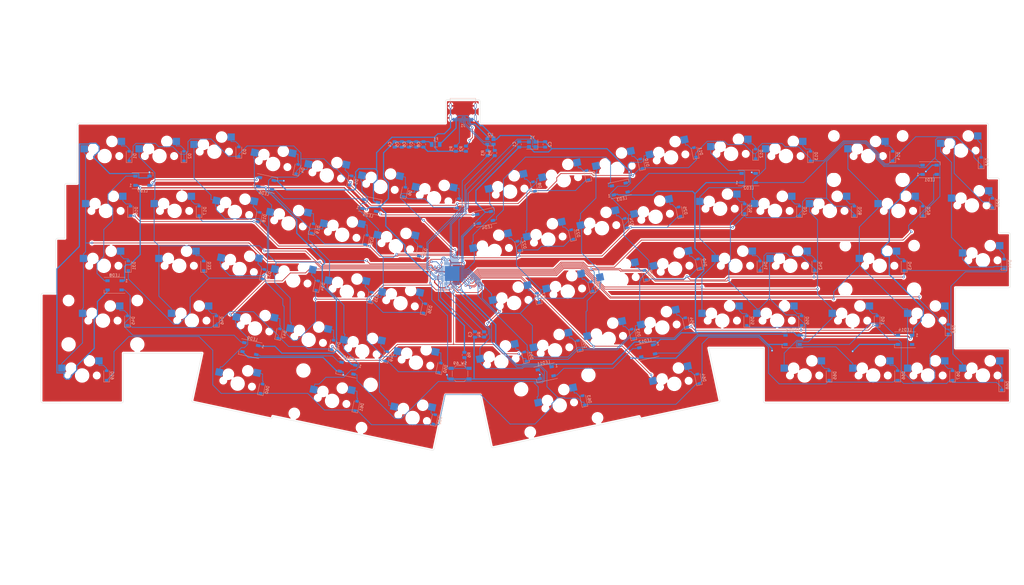
<source format=kicad_pcb>
(kicad_pcb (version 20211014) (generator pcbnew)
  (layers (0 "F.Cu" signal) (31 "B.Cu" signal) (34 "B.Paste" user) (35 "F.Paste" user) (36 "B.SilkS" user "B.Silkscreen") (37 "F.SilkS" user "F.Silkscreen") (38 "B.Mask" user) (39 "F.Mask" user) (44 "Edge.Cuts" user))
  (net 0 "")
  (net 1 "xtal1")
  (net 2 "GND")
  (net 3 "xtal2")
  (net 4 "Net-(C3-Pad1)")
  (net 5 "+5V")
  (net 6 "row0")
  (net 7 "Net-(D1-Pad2)")
  (net 8 "Net-(D2-Pad2)")
  (net 9 "Net-(D3-Pad2)")
  (net 10 "row1")
  (net 11 "Net-(D4-Pad2)")
  (net 12 "Net-(D5-Pad2)")
  (net 13 "Net-(D6-Pad2)")
  (net 14 "Net-(D7-Pad2)")
  (net 15 "row2")
  (net 16 "Net-(D8-Pad2)")
  (net 17 "Net-(D9-Pad2)")
  (net 18 "Net-(D10-Pad2)")
  (net 19 "row3")
  (net 20 "Net-(D11-Pad2)")
  (net 21 "Net-(D12-Pad2)")
  (net 22 "Net-(D13-Pad2)")
  (net 23 "Net-(D14-Pad2)")
  (net 24 "row4")
  (net 25 "Net-(D15-Pad2)")
  (net 26 "Net-(D16-Pad2)")
  (net 27 "Net-(J1-PadA6)")
  (net 28 "VCC")
  (net 29 "Net-(J1-PadA7)")
  (net 30 "Net-(J1-PadB5)")
  (net 32 "Net-(J1-PadA5)")
  (net 34 "led")
  (net 35 "Net-(LED1-Pad2)")
  (net 36 "Net-(LED2-Pad2)")
  (net 37 "Net-(LED3-Pad2)")
  (net 38 "Net-(D17-Pad2)")
  (net 39 "reset")
  (net 40 "d-")
  (net 41 "d+")
  (net 42 "col1")
  (net 43 "col2")
  (net 44 "col3")
  (net 45 "col0")
  (net 46 "Net-(D18-Pad2)")
  (net 47 "Net-(D19-Pad2)")
  (net 48 "Net-(D20-Pad2)")
  (net 49 "Net-(D21-Pad2)")
  (net 50 "Net-(D22-Pad2)")
  (net 51 "Net-(D23-Pad2)")
  (net 52 "Net-(D24-Pad2)")
  (net 54 "Net-(D25-Pad2)")
  (net 55 "Net-(D26-Pad2)")
  (net 56 "Net-(D27-Pad2)")
  (net 57 "Net-(D28-Pad2)")
  (net 59 "Net-(LED4-Pad2)")
  (net 60 "Net-(LED5-Pad2)")
  (net 61 "Net-(LED6-Pad2)")
  (net 62 "Net-(LED7-Pad2)")
  (net 63 "Net-(LED10-Pad4)")
  (net 64 "Net-(LED10-Pad2)")
  (net 65 "Net-(LED11-Pad2)")
  (net 66 "Net-(LED12-Pad2)")
  (net 67 "Net-(LED8-Pad2)")
  (net 68 "Net-(LED13-Pad2)")
  (net 70 "Net-(D29-Pad2)")
  (net 71 "Net-(D30-Pad2)")
  (net 72 "Net-(D31-Pad2)")
  (net 73 "col15")
  (net 74 "Net-(D32-Pad2)")
  (net 75 "Net-(D33-Pad2)")
  (net 76 "Net-(D34-Pad2)")
  (net 77 "Net-(D35-Pad2)")
  (net 78 "Net-(D36-Pad2)")
  (net 79 "Net-(D37-Pad2)")
  (net 80 "Net-(D38-Pad2)")
  (net 81 "Net-(D39-Pad2)")
  (net 82 "Net-(D40-Pad2)")
  (net 83 "Net-(D41-Pad2)")
  (net 84 "Net-(D42-Pad2)")
  (net 85 "Net-(D43-Pad2)")
  (net 86 "Net-(D44-Pad2)")
  (net 87 "Net-(D45-Pad2)")
  (net 88 "Net-(D46-Pad2)")
  (net 89 "Net-(D47-Pad2)")
  (net 90 "Net-(D48-Pad2)")
  (net 91 "Net-(D49-Pad2)")
  (net 92 "Net-(D50-Pad2)")
  (net 93 "Net-(D51-Pad2)")
  (net 94 "Net-(D52-Pad2)")
  (net 95 "Net-(D53-Pad2)")
  (net 96 "Net-(D54-Pad2)")
  (net 97 "Net-(D55-Pad2)")
  (net 98 "Net-(D56-Pad2)")
  (net 99 "Net-(D57-Pad2)")
  (net 100 "Net-(D58-Pad2)")
  (net 101 "Net-(D59-Pad2)")
  (net 102 "Net-(D60-Pad2)")
  (net 103 "Net-(D61-Pad2)")
  (net 104 "Net-(D62-Pad2)")
  (net 105 "Net-(D63-Pad2)")
  (net 106 "Net-(D64-Pad2)")
  (net 107 "Net-(D65-Pad2)")
  (net 108 "Net-(D66-Pad2)")
  (net 109 "Net-(D67-Pad2)")
  (net 110 "Net-(D68-Pad2)")
  (net 111 "Net-(R4-Pad1)")
  (net 112 "col4")
  (net 113 "col5")
  (net 114 "col6")
  (net 115 "col7")
  (net 116 "col8")
  (net 117 "col9")
  (net 118 "col10")
  (net 119 "col11")
  (net 120 "col12")
  (net 121 "col13")
  (net 122 "col14")
  (footprint "Custom:MXOnly-1U-Hotswap" (layer "B.Cu") (at 231.6214 58.1753 -168)
    (fp_text reference "SW40")
    (fp_text value "SW_PUSH")
  )
  (footprint "Diode_SMD:D_SOD-123" (layer "B.Cu") (at 184.0345 68.2902 102)
    (fp_text reference "D37")
    (fp_text value "D_Small")
  )
  (footprint "Diode_SMD:D_SOD-123" (layer "B.Cu") (at 42.028 19.05 90)
    (fp_text reference "D1")
    (fp_text value "D_Small")
  )
  (footprint "Diode_SMD:D_SOD-123" (layer "B.Cu") (at 345.08 98.62 90)
    (fp_text reference "D68")
    (fp_text value "D_Small")
  )
  (footprint "Custom:MXOnly-1U-Hotswap" (layer "B.Cu") (at 110.6561 25.7796 168)
    (fp_text reference "SW5")
    (fp_text value "SW_PUSH")
  )
  (footprint "Diode_SMD:D_SOD-123" (layer "B.Cu") (at 202.6682 64.3295 102)
    (fp_text reference "D38")
    (fp_text value "D_Small")
  )
  (footprint "Diode_SMD:D_SOD-123" (layer "B.Cu") (at 233.1798 38.3684 102)
    (fp_text reference "D25")
    (fp_text value "D_Small")
  )
  (footprint "Package_DFN_QFN:QFN-44-1EP_7x7mm_P0.5mm_EP5.2x5.2mm" (layer "B.Cu") (at 154.21 59.85)
    (fp_text reference "U1")
    (fp_text value "ATmega32U4-M")
  )
  (footprint "Diode_SMD:D_SOD-123" (layer "B.Cu") (at 100.3366 23.5861 78)
    (fp_text reference "D4")
    (fp_text value "D_Small")
  )
  (footprint "Custom:MXOnly-1U-Hotswap" (layer "B.Cu") (at 334.7085 36.195 180)
    (fp_text reference "SW30")
    (fp_text value "SW_PUSH")
  )
  (footprint "Diode_SMD:D_SOD-123" (layer "B.Cu") (at 201.2686 25.6758 102)
    (fp_text reference "D9")
    (fp_text value "D_Small")
  )
  (footprint "Custom:MXOnly-1U-Hotswap" (layer "B.Cu") (at 116.0122 46.3936 168)
    (fp_text reference "SW20")
    (fp_text value "SW_PUSH")
  )
  (footprint "Custom:MXOnly-1U-Hotswap" (layer "B.Cu") (at 194.3539 66.0967 -168)
    (fp_text reference "SW38")
    (fp_text value "SW_PUSH")
  )
  (footprint "Diode_SMD:D_SOD-123" (layer "B.Cu") (at 137.604 31.5075 78)
    (fp_text reference "D6")
    (fp_text value "D_Small")
  )
  (footprint "Custom:MXOnly-1U-Hotswap" (layer "B.Cu") (at 319.4685 95.25 180)
    (fp_text reference "SW67")
    (fp_text value "SW_PUSH")
  )
  (footprint "Diode_SMD:D_SOD-123" (layer "B.Cu") (at 307.204 19.05 90)
    (fp_text reference "D14")
    (fp_text value "D_Small")
  )
  (footprint "Custom:MXOnly-1U-Hotswap" (layer "B.Cu") (at 330.8985 17.145 180)
    (fp_text reference "SW15")
    (fp_text value "SW_PUSH")
  )
  (footprint "Capacitor_SMD:C_0805_2012Metric" (layer "B.Cu") (at 177.5 15 -90)
    (fp_text reference "C1")
    (fp_text value "22p")
  )
  (footprint "Custom:MXOnly-1U-Hotswap" (layer "B.Cu") (at 211.588 23.4823 -168)
    (fp_text reference "SW10")
    (fp_text value "SW_PUSH")
  )
  (footprint "Resistor_SMD:R_0805_2012Metric" (layer "B.Cu") (at 158.46 88.12 90)
    (fp_text reference "R6")
    (fp_text value "10k")
  )
  (footprint "Custom:MXOnly-1U-Hotswap" (layer "B.Cu") (at 206.2319 44.0964 -168)
    (fp_text reference "SW24")
    (fp_text value "SW_PUSH")
  )
  (footprint "Diode_SMD:D_SOD-123" (layer "B.Cu") (at 67.936 57.15 90)
    (fp_text reference "D32")
    (fp_text value "D_Small")
  )
  (footprint "Custom:MXOnly-1U-Hotswap" (layer "B.Cu") (at 171.2958 90.4735 -168)
    (fp_text reference "SW51")
    (fp_text value "SW_PUSH")
  )
  (footprint "Custom:MXOnly-1U-Hotswap" (layer "B.Cu") (at 267.081 76.2 180)
    (fp_text reference "SW56")
    (fp_text value "SW_PUSH")
  )
  (footprint "Resistor_SMD:R_0805_2012Metric" (layer "B.Cu") (at 155.5 16.5 -90)
    (fp_text reference "R1")
    (fp_text value "5.1k")
  )
  (footprint "Diode_SMD:D_SOD-123" (layer "B.Cu") (at 88.0229 99.8449 78)
    (fp_text reference "D60")
    (fp_text value "D_Small")
  )
  (footprint "Diode_SMD:D_SOD-123" (layer "B.Cu") (at 88.6884 60.0614 78)
    (fp_text reference "D33")
    (fp_text value "D_Small")
  )
  (footprint "Custom:MXOnly-1U-Hotswap" (layer "B.Cu") (at 338.5185 55.245 180)
    (fp_text reference "SW44")
    (fp_text value "SW_PUSH")
  )
  (footprint "Custom:MXOnly-1U-Hotswap" (layer "B.Cu") (at 99.0079 62.2548 168)
    (fp_text reference "SW34")
    (fp_text value "SW_PUSH")
  )
  (footprint "LED_SMD:LED_WS2812B_PLCC4_5.0x5.0mm_P3.2mm" (layer "B.Cu") (at 117.88 92.72 168)
    (fp_text reference "LED10")
    (fp_text value "WS2812B")
  )
  (footprint "Custom:MXOnly-1U-Hotswap" (layer "B.Cu") (at 92.0224 21.8188 168)
    (fp_text reference "SW4")
    (fp_text value "SW_PUSH")
  )
  (footprint "Diode_SMD:D_SOD-123" (layer "B.Cu") (at 345.87 56.5 90)
    (fp_text reference "D44")
    (fp_text value "D_Small")
  )
  (footprint "Diode_SMD:D_SOD-123" (layer "B.Cu") (at 235.5112 76.8241 102)
    (fp_text reference "D54")
    (fp_text value "D_Small")
  )
  (footprint "Custom:MXOnly-1U-Hotswap" (layer "B.Cu") (at 227.1969 78.5913 -168)
    (fp_text reference "SW54")
    (fp_text value "SW_PUSH")
  )
  (footprint "Diode_SMD:D_SOD-123" (layer "B.Cu") (at 177.2787 50.2506 102)
    (fp_text reference "D22")
    (fp_text value "D_Small")
  )
  (footprint "Diode_SMD:D_SOD-123" (layer "B.Cu") (at 198.2437 84.7455 102)
    (fp_text reference "D52")
    (fp_text value "D_Small")
  )
  (footprint "Custom:MXOnly-1U-Hotswap" (layer "B.Cu") (at 212.9877 62.136 -168)
    (fp_text reference "SW39")
    (fp_text value "SW_PUSH")
  )
  (footprint "Diode_SMD:D_SOD-123" (layer "B.Cu") (at 275.581 76.2 90)
    (fp_text reference "D56")
    (fp_text value "D_Small")
  )
  (footprint "Custom:MXOnly-1U-Hotswap" (layer "B.Cu") (at 266.319 38.1 180)
    (fp_text reference "SW27")
    (fp_text value "SW_PUSH")
  )
  (footprint "Diode_SMD:D_SOD-123" (layer "B.Cu") (at 280.153 57.15 90)
    (fp_text reference "D42")
    (fp_text value "D_Small")
  )
  (footprint "Diode_SMD:D_SOD-123" (layer "B.Cu") (at 327.9685 95.25 90)
    (fp_text reference "D67")
    (fp_text value "D_Small")
  )
  (footprint "Custom:MXOnly-1.5U-Hotswap" (layer "B.Cu") (at 231.3562 98.1566 -168)
    (fp_text reference "SW64")
    (fp_text value "SW_PUSH")
  )
  (footprint "Custom:MXOnly-1U-Hotswap" (layer "B.Cu") (at 248.031 76.2 180)
    (fp_text reference "SW55")
    (fp_text value "SW_PUSH")
  )
  (footprint "Custom:MXOnly-1U-Hotswap" (layer "B.Cu") (at 208.5632 82.5521 -168)
    (fp_text reference "SW53")
    (fp_text value "SW_PUSH")
  )
  (footprint "Custom:MXOnly-1U-Hotswap" (layer "B.Cu") (at 230.2217 19.5216 -168)
    (fp_text reference "SW11")
    (fp_text value "SW_PUSH")
  )
  (footprint "Custom:MXOnly-1U-Hotswap" (layer "B.Cu") (at 189.9295 86.5128 -168)
    (fp_text reference "SW52")
    (fp_text value "SW_PUSH")
  )
  (footprint "Custom:MXOnly-1U-Hotswap" (layer "B.Cu") (at 122.9978 86.8296 168)
    (fp_text reference "SW49")
    (fp_text value "SW_PUSH")
  )
  (footprint "Custom:MXOnly-1U-Hotswap" (layer "B.Cu") (at 78.7448 38.4722 168)
    (fp_text reference "SW18")
    (fp_text value "SW_PUSH")
  )
  (footprint "Diode_SMD:D_SOD-123" (layer "B.Cu") (at 107.3222 64.0221 78)
    (fp_text reference "D34")
    (fp_text value "D_Small")
  )
  (footprint "Custom:MXOnly-1U-Hotswap" (layer "B.Cu") (at 57.8168 38.1 180)
    (fp_text reference "SW17")
    (fp_text value "SW_PUSH")
  )
  (footprint "Custom:MXOnly-1U-Hotswap" (layer "B.Cu") (at 285.369 38.1 180)
    (fp_text reference "SW28")
    (fp_text value "SW_PUSH")
  )
  (footprint "Diode_SMD:D_SOD-123" (layer "B.Cu") (at 156.2378 35.4682 78)
    (fp_text reference "D7")
    (fp_text value "D_Small")
  )
  (footprint "Diode_SMD:D_SOD-123" (layer "B.Cu") (at 41.4356 76.2 90)
    (fp_text reference "D45")
    (fp_text value "D_Small")
  )
  (footprint "Diode_SMD:D_SOD-123" (layer "B.Cu") (at 80.128 17.526 90)
    (fp_text reference "D3")
    (fp_text value "D_Small")
  )
  (footprint "Custom:MXOnly-1.75U-Hotswap" (layer "B.Cu") (at 33.2425 57.15 180)
    (fp_text reference "SW31")
    (fp_text value "SW_PUSH")
  )
  (footprint "Custom:MXOnly-1U-Hotswap" (layer "B.Cu") (at 174.3206 31.4038 -168)
    (fp_text reference "SW8")
    (fp_text value "SW_PUSH")
  )
  (footprint "Crystal:Crystal_SMD_3225-4Pin_3.2x2.5mm" (layer "B.Cu") (at 182 15 180)
    (fp_text reference "Y1")
    (fp_text value "Crystal_GND24")
  )
  (footprint "Diode_SMD:D_SOD-123" (layer "B.Cu") (at 94.0446 80.6754 78)
    (fp_text reference "D47")
    (fp_text value "D_Small")
  )
  (footprint "Custom:MXOnly-2U-Hotswap-ReversedStabilizers" (layer "B.Cu") (at 112.5152 104.0771 168)
    (fp_text reference "SW61")
    (fp_text value "SW_PUSH")
  )
  (footprint "Custom:MXOnly-2U-Hotswap" (layer "B.Cu") (at 298.704 19.05 180)
    (fp_text reference "SW14")
    (fp_text value "SW_PUSH")
  )
  (footprint "Custom:MXOnly-1U-Hotswap" (layer "B.Cu") (at 175.7202 70.0575 -168)
    (fp_text reference "SW37")
    (fp_text value "SW_PUSH")
  )
  (footprint "Custom:MXOnly-1U-Hotswap" (layer "B.Cu") (at 147.9235 33.701 168)
    (fp_text reference "SW7")
    (fp_text value "SW_PUSH")
  )
  (footprint "Fuse:Fuse_1206_3216Metric" (layer "B.Cu") (at 148.5 15 180)
    (fp_text reference "F1")
    (fp_text value "500mA")
  )
  (footprint "Custom:MXOnly-2.75U-Hotswap-ReversedStabilizers" (layer "B.Cu") (at 191.5612 105.6415 -168)
    (fp_text reference "SW63")
    (fp_text value "SW_PUSH")
  )
  (footprint "Package_TO_SOT_SMD:SOT-143" (layer "B.Cu") (at 167.5 14 180)
    (fp_text reference "U2")
    (fp_text value "PRTR5V0U2X")
  )
  (footprint "Custom:MXOnly-1U-Hotswap" (layer "B.Cu") (at 271.653 57.15 180)
    (fp_text reference "SW42")
    (fp_text value "SW_PUSH")
  )
  (footprint "LED_SMD:LED_WS2812B_PLCC4_5.0x5.0mm_P3.2mm" (layer "B.Cu") (at 84.1 85.92 168)
    (fp_text reference "LED9")
    (fp_text value "WS2812B")
  )
  (footprint "Resistor_SMD:R_0805_2012Metric" (layer "B.Cu") (at 165.3 81 -90)
    (fp_text reference "R4")
    (fp_text value "10k")
  )
  (footprint "Diode_SMD:D_SOD-123" (layer "B.Cu") (at 274.819 38.1 90)
    (fp_text reference "D27")
    (fp_text value "D_Small")
  )
  (footprint "Custom:MXOnly-1U-Hotswap" (layer "B.Cu") (at 140.4658 110.0182 168)
    (fp_text reference "SW62")
    (fp_text value "SW_PUSH")
  )
  (footprint "LED_SMD:LED_WS2812B_PLCC4_5.0x5.0mm_P3.2mm" (layer "B.Cu") (at 125.73 36.195 -12)
    (fp_text reference "LED5")
    (fp_text value "WS2812B")
  )
  (footprint "Custom:MXOnly-1U-Hotswap" (layer "B.Cu") (at 168.9645 52.0179 -168)
    (fp_text reference "SW22")
    (fp_text value "SW_PUSH")
  )
  (footprint "Capacitor_SMD:C_0805_2012Metric" (layer "B.Cu") (at 134.25 15 -90)
    (fp_text reference "C4")
    (fp_text value "0.1u")
  )
  (footprint "Diode_SMD:D_SOD-123" (layer "B.Cu") (at 337.91 21.17 90)
    (fp_text reference "D15")
    (fp_text value "D_Small")
  )
  (footprint "Button_Switch_SMD:SW_SPST_SKQG_WithStem" (layer "B.Cu") (at 156.96 94.62 180)
    (fp_text reference "SW_69")
    (fp_text value "SW_PUSH")
  )
  (footprint "Custom:MXOnly-1U-Hotswap" (layer "B.Cu") (at 129.2898 29.7403 168)
    (fp_text reference "SW6")
    (fp_text value "SW_PUSH")
  )
  (footprint "Capacitor_SMD:C_0805_2012Metric" (layer "B.Cu") (at 162.11 81 -90)
    (fp_text reference "C3")
    (fp_text value "1u")
  )
  (footprint "Diode_SMD:D_SOD-123" (layer "B.Cu") (at 326.48 79.17 90)
    (fp_text reference "D58")
    (fp_text value "D_Small")
  )
  (footprint "Custom:MXOnly-2.25U-Hotswap" (layer "B.Cu") (at 302.6836 57.15 180)
    (fp_text reference "SW43")
    (fp_text value "SW_PUSH")
  )
  (footprint "Custom:MXOnly-1U-Hotswap" (layer "B.Cu") (at 134.6459 50.3543 168)
    (fp_text reference "SW21")
    (fp_text value "SW_PUSH")
  )
  (footprint "Diode_SMD:D_SOD-123" (layer "B.Cu") (at 105.6928 44.2002 78)
    (fp_text reference "D19")
    (fp_text value "D_Small")
  )
  (footprint "Diode_SMD:D_SOD-123" (layer "B.Cu") (at 195.9124 46.2899 102)
    (fp_text reference "D23")
    (fp_text value "D_Small")
  )
  (footprint "Diode_SMD:D_SOD-123" (layer "B.Cu") (at 341.79 35.36 90)
    (fp_text reference "D30")
    (fp_text value "D_Small")
  )
  (footprint "Custom:MXOnly-1U-Hotswap" (layer "B.Cu") (at 136.2753 70.1763 168)
    (fp_text reference "SW36")
    (fp_text value "SW_PUSH")
  )
  (footprint "Custom:MXOnly-1.5U-Hotswap" (layer "B.Cu") (at 276.6065 95.25 180)
    (fp_text reference "SW65")
    (fp_text value "SW_PUSH")
  )
  (footprint "Custom:MXOnly-1U-Hotswap" (layer "B.Cu") (at 338.5185 95.25 180)
    (fp_text reference "SW68")
    (fp_text value "SW_PUSH")
  )
  (footprint "Custom:MXOnly-1.75U-Hotswap" (layer "B.Cu") (at 293.275 76.2 180)
    (fp_text reference "SW57")
    (fp_text value "SW_PUSH")
  )
  (footprint "Diode_SMD:D_SOD-123" (layer "B.Cu") (at 311.1836 57.15 90)
    (fp_text reference "D43")
    (fp_text value "D_Small")
  )
  (footprint "Resistor_SMD:R_0805_2012Metric" (layer "B.Cu") (at 159 16.5 -90)
    (fp_text reference "R2")
    (fp_text value "5.1k")
  )
  (footprint "Custom:MXOnly-1U-Hotswap" (layer "B.Cu") (at 97.3785 42.4329 168)
    (fp_text reference "SW19")
    (fp_text value "SW_PUSH")
  )
  (footprint "Custom:MXOnly-1.5U-Hotswap" (layer "B.Cu") (at 34.0048 38.1 180)
    (fp_text reference "SW16")
    (fp_text value "SW_PUSH")
  )
  (footprint "Diode_SMD:D_SOD-123" (layer "B.Cu") (at 238.536 17.7544 102)
    (fp_text reference "D11")
    (fp_text value "D_Small")
  )
  (footprint "Custom:MXOnly-1U-Hotswap" (layer "B.Cu") (at 80.3742 58.2941 168)
    (fp_text reference "SW33")
    (fp_text value "SW_PUSH")
  )
  (footprint "Diode_SMD:D_SOD-123" (layer "B.Cu") (at 182.6348 29.6365 102)
    (fp_text reference "D8")
    (fp_text value "D_Small")
  )
  (footprint "Diode_SMD:D_SOD-123" (layer "B.Cu") (at 261.103 57.15 90)
    (fp_text reference "D41")
    (fp_text value "D_Small")
  )
  (footprint "Custom:MXOnly-1U-Hotswap" (layer "B.Cu") (at 224.8656 40.1357 -168)
    (fp_text reference "SW25")
    (fp_text value "SW_PUSH")
  )
  (footprint "Resistor_SMD:R_0805_2012Metric" (layer "B.Cu") (at 169 18 -90)
    (fp_text reference "R5")
    (fp_text value "22")
  )
  (footprint "Diode_SMD:D_SOD-123" (layer "B.Cu") (at 149.9457 92.5576 78)
    (fp_text reference "D50")
    (fp_text value "D_Small")
  )
  (footprint "Custom:MXOnly-1U-Hotswap" (layer "B.Cu") (at 252.603 57.15 180)
    (fp_text reference "SW41")
    (fp_text value "SW_PUSH")
  )
  (footprint "LED_SMD:LED_WS2812B_PLCC4_5.0x5.0mm_P3.2mm" (layer "B.Cu") (at 257.175 26.67)
    (fp_text reference "LED2")
    (fp_text value "WS2812B")
  )
  (footprint "Diode_SMD:D_SOD-123" (layer "B.Cu") (at 118.9703 27.5468 78)
    (fp_text reference "D5")
    (fp_text value "D_Small")
  )
  (footprint "Diode_SMD:D_SOD-123" (layer "B.Cu") (at 61.078 19.05 90)
    (fp_text reference "D2")
    (fp_text value "D_Small")
  )
  (footprint "LED_SMD:LED_WS2812B_PLCC4_5.0x5.0mm_P3.2mm" (layer "B.Cu") (at 272.415 82.8675 180)
    (fp_text reference "LED13")
    (fp_text value "WS2812B")
  )
  (footprint "Custom:MXOnly-1U-Hotswap" (layer "B.Cu") (at 52.578 19.05 180)
    (fp_text reference "SW2")
    (fp_text value "SW_PUSH")
  )
  (footprint "Diode_SMD:D_SOD-123" (layer "B.Cu") (at 308.9185 95.25 90)
    (fp_text reference "D66")
    (fp_text value "D_Small")
  )
  (footprint "LED_SMD:LED_WS2812B_PLCC4_5.0x5.0mm_P3.2mm" (layer "B.Cu") (at 186.69 94.2975 -168)
    (fp_text reference "LED11")
    (fp_text value "WS2812B")
  )
  (footprint "LED_SMD:LED_WS2812B_PLCC4_5.0x5.0mm_P3.2mm" (layer "B.Cu") (at 212.4075 30.48 12)
    (fp_text reference "LED3")
    (fp_text value "WS2812B")
  )
  (footprint "Custom:MXOnly-1U-Hotswap" (layer "B.Cu") (at 247.269 37.338 180)
    (fp_text reference "SW26")
    (fp_text value "SW_PUSH")
  )
  (footprint "Diode_SMD:D_SOD-123" (layer "B.Cu") (at 199.8755 103.8743 102)
    (fp_text reference "D63")
    (fp_text value "D_Small")
  )
  (footprint "Connector_USB:USB_C_Receptacle_Palconn_UTC16-G" (layer "B.Cu") (at 157.96 3.875)
    (fp_text reference "J1")
    (fp_text value "USB_C_Receptacle_USB2.0")
  )
  (footprint "Custom:MXOnly-1U-Hotswap" (layer "B.Cu") (at 33.528 19.05 180)
    (fp_text reference "SW1")
    (fp_text value "SW_PUSH")
  )
  (footprint "Custom:MXOnly-1U-Hotswap" (layer "B.Cu") (at 117.62 66.2 168)
    (fp_text reference "SW35")
    (fp_text value "SW_PUSH")
  )
  (footprint "Diode_SMD:D_SOD-123" (layer "B.Cu") (at 255.769 37.338 90)
    (fp_text reference "D26")
    (fp_text value "D_Small")
  )
  (footprint "Custom:MXOnly-1U-Hotswap" (layer "B.Cu") (at 71.628 17.526 180)
    (fp_text reference "SW3")
    (fp_text value "SW_PUSH")
  )
  (footprint "LED_SMD:LED_WS2812B_PLCC4_5.0x5.0mm_P3.2mm" (layer "B.Cu") (at 311.4675 82.8675 180)
    (fp_text reference "LED14")
    (fp_text value "WS2812B")
  )
  (footprint "Diode_SMD:D_SOD-123" (layer "B.Cu") (at 112.6783 84.6362 78)
    (fp_text reference "D48")
    (fp_text value "D_Small")
  )
  (footprint "Diode_SMD:D_SOD-123" (layer "B.Cu") (at 293.869 38.1 90)
    (fp_text reference "D28")
    (fp_text value "D_Small")
  )
  (footprint "LED_SMD:LED_WS2812B_PLCC4_5.0x5.0mm_P3.2mm" (layer "B.Cu") (at 221.9325 86.6775 -168)
    (fp_text reference "LED12")
    (fp_text value "WS2812B")
  )
  (footprint "Diode_SMD:D_SOD-123" (layer "B.Cu") (at 42.5048 38.1 90)
    (fp_text reference "D16")
    (fp_text value "D_Small")
  )
  (footprint "Diode_SMD:D_SOD-123" (layer "B.Cu") (at 148 110.5 78)
    (fp_text reference "D62")
    (fp_text value "D_Small")
  )
  (footprint "Diode_SMD:D_SOD-123" (layer "B.Cu") (at 256.531 76.2 90)
    (fp_text reference "D55")
    (fp_text value "D_Small")
  )
  (footprint "Diode_SMD:D_SOD-123" (layer "B.Cu") (at 87.0591 40.2394 78)
    (fp_text reference "D18")
    (fp_text value "D_Small")
  )
  (footprint "Diode_SMD:D_SOD-123" (layer "B.Cu") (at 41.7425 57.15 90)
    (fp_text reference "D31")
    (fp_text value "D_Small")
  )
  (footprint "Custom:MXOnly-1U-Hotswap" (layer "B.Cu") (at 104.364 82.8689 168)
    (fp_text reference "SW48")
    (fp_text value "SW_PUSH")
  )
  (footprint "Custom:MXOnly-1U-Hotswap" (layer "B.Cu") (at 85.7303 78.9082 168)
    (fp_text reference "SW47")
    (fp_text value "SW_PUSH")
  )
  (footprint "Custom:MXOnly-1U-Hotswap" (layer "B.Cu") (at 59.436 57.15 180)
    (fp_text reference "SW32")
    (fp_text value "SW_PUSH")
  )
  (footprint "Custom:MXOnly-1U-Hotswap" (layer "B.Cu") (at 141.6315 90.7903 168)
    (fp_text reference "SW50")
    (fp_text value "SW_PUSH")
  )
  (footprint "Diode_SMD:D_SOD-123" (layer "B.Cu") (at 239.9356 56.4081 102)
    (fp_text reference "D40")
    (fp_text value "D_Small")
  )
  (footprint "Capacitor_SMD:C_0805_2012Metric" (layer "B.Cu") (at 186.5 15 90)
    (fp_text reference "C2")
    (fp_text value "22p")
  )
  (footprint "Diode_SMD:D_SOD-123" (layer "B.Cu") (at 301.775 76.2 90)
    (fp_text reference "D57")
    (fp_text value "D_Small")
  )
  (footprint "LED_SMD:LED_WS2812B_PLCC4_5.0x5.0mm_P3.2mm" (layer "B.Cu") (at 320.04 23.8125)
    (fp_text reference "LED1")
    (fp_text value "WS2812B")
  )
  (footprint "Diode_SMD:D_SOD-123" (layer "B.Cu") (at 219.9023 21.7151 102)
    (fp_text reference "D10")
    (fp_text value "D_Small")
  )
  (footprint "Diode_SMD:D_SOD-123" (layer "B.Cu") (at 239.6704 96.3894 102)
    (fp_text reference "D64")
    (fp_text value "D_Small")
  )
  (footprint "Capacitor_SMD:C_0805_2012Metric" (layer "B.Cu") (at 144.25 15 -90)
    (fp_text reference "C8")
    (fp_text value "10u")
  )
  (footprint "Diode_SMD:D_SOD-123" (layer "B.Cu") (at 131.312 88.5969 78)
    (fp_text reference "D49")
    (fp_text value "D_Small")
  )
  (footprint "Diode_SMD:D_SOD-123" (layer "B.Cu") (at 34.218 95.25 90)
    (fp_text reference "D59")
    (fp_text value "D_Small")
  )
  (footprint "Custom:MXOnly-1U-Hotswap" (layer "B.Cu") (at 300.4185 95.25 180)
    (fp_text reference "SW66")
    (fp_text value "SW_PUSH")
  )
  (footprint "Custom:MXOnly-1U-Hotswap" (layer "B.Cu") (at 270.129 19.05 180)
    (fp_text reference "SW13")
    (fp_text value "SW_PUSH")
  )
  (footprint "LED_SMD:LED_WS2812B_PLCC4_5.0x5.0mm_P3.2mm" (layer "B.Cu") (at 36.97 63.94 180)
    (fp_text reference "LED8")
    (fp_text value "WS2812B")
  )
  (footprint "Diode_SMD:D_SOD-123" (layer "B.Cu") (at 285.1065 95.25 90)
    (fp_text reference "D65")
    (fp_text value "D_Small")
  )
  (footprint "Diode_SMD:D_SOD-123" (layer "B.Cu") (at 317.682 38.1 90)
    (fp_text reference "D29")
    (fp_text value "D_Small")
  )
  (footprint "Diode_SMD:D_SOD-123" (layer "B.Cu") (at 278.629 19.05 90)
    (fp_text reference "D13")
    (fp_text value "D_Small")
  )
  (footprint "Capacitor_SMD:C_0805_2012Metric" (layer "B.Cu") (at 141.75 15 -90)
    (fp_text reference "C7")
    (fp_text value "0.1u")
  )
  (footprint "Diode_SMD:D_SOD-123" (layer "B.Cu") (at 259.579 18.288 90)
    (fp_text reference "D12")
    (fp_text value "D_Small")
  )
  (footprint "Resistor_SMD:R_0805_2012Metric" (layer "B.Cu") (at 166.5 18 -90)
    (fp_text reference "R3")
    (fp_text value "22")
  )
  (footprint "Diode_SMD:D_SOD-123" (layer "B.Cu") (at 142.9602 52.1216 78)
    (fp_text reference "D21")
    (fp_text value "D_Small")
  )
  (footprint "Diode_SMD:D_SOD-123" (layer "B.Cu") (at 216.8775 80.7848 102)
    (fp_text reference "D53")
    (fp_text value "D_Small")
  )
  (footprint "Diode_SMD:D_SOD-123" (layer "B.Cu") (at 124.3265 48.1609 78)
    (fp_text reference "D20")
    (fp_text value "D_Small")
  )
  (footprint "LED_SMD:LED_WS2812B_PLCC4_5.0x5.0mm_P3.2mm" (layer "B.Cu") (at 165.61 40.36 12)
    (fp_text reference "LED4")
    (fp_text value "WS2812B")
  )
  (footprint "Custom:MXOnly-1.5U-Hotswap" (layer "B.Cu") (at 25.718 95.25 180)
    (fp_text reference "SW59")
    (fp_text value "SW_PUSH")
  )
  (footprint "Custom:MXOnly-1U-Hotswap" (layer "B.Cu") (at 192.9543 27.4431 -168)
    (fp_text reference "SW9")
    (fp_text value "SW_PUSH")
  )
  (footprint "Diode_SMD:D_SOD-123" (layer "B.Cu") (at 125.9559 67.9828 78)
    (fp_text reference "D35")
    (fp_text value "D_Small")
  )
  (footprint "Capacitor_SMD:C_0805_2012Metric" (layer "B.Cu") (at 136.75 15 -90)
    (fp_text reference "C5")
    (fp_text value "0.1u")
  )
  (footprint "Custom:MXOnly-1U-Hotswap" (layer "B.Cu") (at 63.8175 76.2 180)
    (fp_text reference "SW46")
    (fp_text value "SW_PUSH")
  )
  (footprint "LED_SMD:LED_WS2812B_PLCC4_5.0x5.0mm_P3.2mm" (layer "B.Cu") (at 46.6725 27.6225)
    (fp_text reference "LED7")
    (fp_text value "WS2812B")
  )
  (footprint "Diode_SMD:D_SOD-123" (layer "B.Cu") (at 72.3175 76.2 90)
    (fp_text reference "D46")
    (fp_text value "D_Small")
  )
  (footprint "Custom:MXOnly-1.5U-Hotswap" (layer "B.Cu") (at 309.182 38.1 180)
    (fp_text reference "SW29")
    (fp_text value "SW_PUSH")
  )
  (footprint "Custom:MXOnly-1.5U-Hotswap" (layer "B.Cu") (at 79.7087 98.0776 168)
    (fp_text reference "SW60")
    (fp_text value "SW_PUSH")
  )
  (footprint "Diode_SMD:D_SOD-123" (layer "B.Cu") (at 66.3168 38.1 90)
    (fp_text reference "D17")
    (fp_text value "D_Small")
  )
  (footprint "Capacitor_SMD:C_0805_2012Metric" (layer "B.Cu") (at 139.25 15 -90)
    (fp_text reference "C6")
    (fp_text value "0.1u")
  )
  (footprint "Diode_SMD:D_SOD-123" (layer "B.Cu") (at 120.8295 105.8443 78)
    (fp_text reference "D61")
    (fp_text value "D_Small")
  )
  (footprint "Diode_SMD:D_SOD-123" (layer "B.Cu") (at 221.3019 60.3688 102)
    (fp_text reference "D39")
    (fp_text value "D_Small")
  )
  (footprint "Custom:MXOnly-2.25U-Hotswap" (layer "B.Cu") (at 32.9356 76.2 180)
    (fp_text reference "SW45")
    (fp_text value "SW_PUSH")
  )
  (footprint "LED_SMD:LED_WS2812B_PLCC4_5.0x5.0mm_P3.2mm" (layer "B.Cu") (at 89.535 28.575 -12)
    (fp_text reference "LED6")
    (fp_text value "WS2812B")
  )
  (footprint "Diode_SMD:D_SOD-123" (layer "B.Cu") (at 179.61 88.7062 102)
    (fp_text reference "D51")
    (fp_text value "D_Small")
  )
  (footprint "Diode_SMD:D_SOD-123" (layer "B.Cu") (at 144.5896 71.9435 78)
    (fp_text reference "D36")
    (fp_text value "D_Small")
  )
  (footprint "Custom:MXOnly-1U-Hotswap" (layer "B.Cu") (at 251.079 18.288 180)
    (fp_text reference "SW12")
    (fp_text value "SW_PUSH")
  )
  (footprint "Custom:MXOnly-1U-Hotswap" (layer "B.Cu") (at 319.4685 76.2 180)
    (fp_text reference "SW58")
    (fp_text value "SW_PUSH")
  )
  (footprint "Diode_SMD:D_SOD-123" (layer "B.Cu") (at 214.5461 42.3292 102)
    (fp_text reference "D24")
    (fp_text value "D_Small")
  )
  (footprint "Custom:MXOnly-1U-Hotswap" (layer "B.Cu") (at 187.5982 48.0571 -168)
    (fp_text reference "SW23")
    (fp_text value "SW_PUSH")
  )
  (gr_line (start 219.15 109.51) (end 168.3 120.33) (layer "Edge.Cuts") (width 0.1))
  (gr_arc (start 348.05 104.29) (mid 347.903553 104.643553) (end 347.55 104.79) (layer "Edge.Cuts") (width 0.1))
  (gr_line (start 347.54 85.72) (end 328.99 85.72) (layer "Edge.Cuts") (width 0.1))
  (gr_line (start 344.24 45.72) (end 344.23 27.17) (layer "Edge.Cuts") (width 0.1))
  (gr_arc (start 11.93 104.78) (mid 11.576447 104.633553) (end 11.43 104.28) (layer "Edge.Cuts") (width 0.1))
  (gr_line (start 219.15 109.51) (end 219.243553 109.866447) (layer "Edge.Cuts") (width 0.1))
  (gr_arc (start 347.55 45.72) (mid 347.903553 45.866447) (end 348.05 46.22) (layer "Edge.Cuts") (width 0.1))
  (gr_line (start 91.326447 110.296447) (end 64.32 104.54) (layer "Edge.Cuts") (width 0.1))
  (gr_line (start 17.17 47.62) (end 19.72 47.62) (layer "Edge.Cuts") (width 0.1))
  (gr_line (start 20.21 28.57) (end 24 28.57) (layer "Edge.Cuts") (width 0.1))
  (gr_line (start 19.72 47.62) (end 19.71 29.07) (layer "Edge.Cuts") (width 0.1))
  (gr_arc (start 247.23 104.12) (mid 247.083553 104.473553) (end 246.73 104.62) (layer "Edge.Cuts") (width 0.1))
  (gr_line (start 16.57 66.7) (end 16.57 48.22) (layer "Edge.Cuts") (width 0.1))
  (gr_line (start 247.23 104.12) (end 243.32 85.73) (layer "Edge.Cuts") (width 0.1))
  (gr_line (start 340.42 26.67) (end 340.42 8.12) (layer "Edge.Cuts") (width 0.1))
  (gr_arc (start 347.54 85.72) (mid 347.893553 85.866447) (end 348.04 86.22) (layer "Edge.Cuts") (width 0.1))
  (gr_line (start 163.9 0) (end 163.9 7.62) (layer "Edge.Cuts") (width 0.1))
  (gr_line (start 163.9 7.62) (end 339.92 7.62) (layer "Edge.Cuts") (width 0.1))
  (gr_arc (start 11.5 67.19) (mid 11.646447 66.836447) (end 12 66.69) (layer "Edge.Cuts") (width 0.1))
  (gr_line (start 39.51 104.77) (end 11.93 104.78) (layer "Edge.Cuts") (width 0.1))
  (gr_line (start 24.5 7.62) (end 151.9 7.62) (layer "Edge.Cuts") (width 0.1))
  (gr_line (start 40.01 104.27) (end 40 87.5) (layer "Edge.Cuts") (width 0.1))
  (gr_arc (start 40.01 104.27) (mid 39.863553 104.623553) (end 39.51 104.77) (layer "Edge.Cuts") (width 0.1))
  (gr_arc (start 163.4 -0.5) (mid 163.753553 -0.353553) (end 163.9 0) (layer "Edge.Cuts") (width 0.1))
  (gr_arc (start 64.32 104.54) (mid 63.966447 104.393553) (end 63.82 104.04) (layer "Edge.Cuts") (width 0.1))
  (gr_line (start 91.91 109.43) (end 91.826447 109.796447) (layer "Edge.Cuts") (width 0.1))
  (gr_arc (start 147.92 120.74) (mid 147.773553 121.093553) (end 147.42 121.24) (layer "Edge.Cuts") (width 0.1))
  (gr_arc (start 24 8.12) (mid 24.146447 7.766447) (end 24.5 7.62) (layer "Edge.Cuts") (width 0.1))
  (gr_line (start 328.99 85.72) (end 328.99 64.76) (layer "Edge.Cuts") (width 0.1))
  (gr_line (start 67.36 87.5) (end 63.82 104.04) (layer "Edge.Cuts") (width 0.1))
  (gr_arc (start 348.04 64.27) (mid 347.893553 64.623553) (end 347.54 64.77) (layer "Edge.Cuts") (width 0.1))
  (gr_line (start 147.42 121.24) (end 91.91 109.43) (layer "Edge.Cuts") (width 0.1))
  (gr_line (start 348.04 64.27) (end 348.05 46.22) (layer "Edge.Cuts") (width 0.1))
  (gr_line (start 12 66.69) (end 16.57 66.7) (layer "Edge.Cuts") (width 0.1))
  (gr_arc (start 262.81 104.78) (mid 262.456447 104.633553) (end 262.31 104.28) (layer "Edge.Cuts") (width 0.1))
  (gr_line (start 151.9 102) (end 164.02 102.01) (layer "Edge.Cuts") (width 0.1))
  (gr_line (start 151.9 7.62) (end 151.9 0) (layer "Edge.Cuts") (width 0.1))
  (gr_line (start 347.55 104.79) (end 262.81 104.78) (layer "Edge.Cuts") (width 0.1))
  (gr_arc (start 343.73 26.67) (mid 344.083553 26.816447) (end 344.23 27.17) (layer "Edge.Cuts") (width 0.1))
  (gr_line (start 328.99 64.76) (end 347.54 64.77) (layer "Edge.Cuts") (width 0.1))
  (gr_line (start 343.73 26.67) (end 340.42 26.67) (layer "Edge.Cuts") (width 0.1))
  (gr_line (start 262.31 85.73) (end 262.31 104.28) (layer "Edge.Cuts") (width 0.1))
  (gr_line (start 243.32 85.73) (end 262.31 85.73) (layer "Edge.Cuts") (width 0.1))
  (gr_line (start 11.43 104.28) (end 11.5 67.19) (layer "Edge.Cuts") (width 0.1))
  (gr_arc (start 91.826447 109.796447) (mid 91.68 110.15) (end 91.326447 110.296447) (layer "Edge.Cuts") (width 0.1))
  (gr_line (start 348.04 86.22) (end 348.05 104.29) (layer "Edge.Cuts") (width 0.1))
  (gr_line (start 24 28.57) (end 24 8.12) (layer "Edge.Cuts") (width 0.1))
  (gr_arc (start 168.3 120.33) (mid 167.946447 120.183553) (end 167.8 119.83) (layer "Edge.Cuts") (width 0.1))
  (gr_arc (start 219.743553 110.366447) (mid 219.39 110.22) (end 219.243553 109.866447) (layer "Edge.Cuts") (width 0.1))
  (gr_arc (start 16.57 48.22) (mid 16.745736 47.795736) (end 17.17 47.62) (layer "Edge.Cuts") (width 0.1))
  (gr_arc (start 151.9 0) (mid 152.046447 -0.353553) (end 152.4 -0.5) (layer "Edge.Cuts") (width 0.1))
  (gr_line (start 147.92 120.74) (end 151.9 102) (layer "Edge.Cuts") (width 0.1))
  (gr_arc (start 19.71 29.07) (mid 19.856447 28.716447) (end 20.21 28.57) (layer "Edge.Cuts") (width 0.1))
  (gr_line (start 152.4 -0.5) (end 163.4 -0.5) (layer "Edge.Cuts") (width 0.1))
  (gr_line (start 164.02 102.01) (end 167.8 119.83) (layer "Edge.Cuts") (width 0.1))
  (gr_line (start 219.743553 110.366447) (end 246.73 104.62) (layer "Edge.Cuts") (width 0.1))
  (gr_arc (start 339.92 7.62) (mid 340.273553 7.766447) (end 340.42 8.12) (layer "Edge.Cuts") (width 0.1))
  (gr_line (start 40 87.5) (end 67.36 87.5) (layer "Edge.Cuts") (width 0.1))
  (gr_line (start 347.55 45.72) (end 344.24 45.72) (layer "Edge.Cuts") (width 0.1))
  (segment (start 154.21 54.0963) (end 154.21 56.5125) (width 0.25) (layer "B.Cu") (net 1))
  (segment (start 177.6 14.15) (end 177.5 14.05) (width 0.25) (layer "B.Cu") (net 1))
  (segment (start 159.7757 31.9743) (end 159.7757 36.9503) (width 0.25) (layer "B.Cu") (net 1))
  (segment (start 153.9954 42.7306) (end 153.9954 53.8817) (width 0.25) (layer "B.Cu") (net 1))
  (segment (start 159.7757 36.9503) (end 153.9954 42.7306) (width 0.25) (layer "B.Cu") (net 1))
  (segment (start 153.9954 53.8817) (end 154.21 54.0963) (width 0.25) (layer "B.Cu") (net 1))
  (segment (start 177.6 14.15) (end 159.7757 31.9743) (width 0.25) (layer "B.Cu") (net 1))
  (segment (start 180.9 14.15) (end 177.6 14.15) (width 0.25) (layer "B.Cu") (net 1))
  (segment (start 184.6358 94.9581) (end 190.3553 89.2386) (width 0.4) (layer "F.Cu") (net 2))
  (segment (start 258.2438 24.7075) (end 215.8692 24.7075) (width 0.4) (layer "F.Cu") (net 2))
  (segment (start 318.4204 24.7075) (end 258.2438 24.7075) (width 0.4) (layer "F.Cu") (net 2))
  (segment (start 92.76 24.66) (end 95.74 27.64) (width 0.4) (layer "F.Cu") (net 2))
  (segment (start 49.08 24.66) (end 92.76 24.66) (width 0.4) (layer "F.Cu") (net 2))
  (segment (start 293.28 86.85) (end 265.53 86.85) (width 0.4) (layer "F.Cu") (net 2))
  (segment (start 265.53 86.85) (end 265.3 86.62) (width 0.4) (layer "F.Cu") (net 2))
  (segment (start 153.64 1.635) (end 162.28 1.635) (width 0.4) (layer "F.Cu") (net 2))
  (segment (start 116.3914 95.0162) (end 152.3932 95.0162) (width 0.4) (layer "F.Cu") (net 2))
  (segment (start 215.8692 24.7075) (end 215.6948 24.5331) (width 0.4) (layer "F.Cu") (net 2))
  (segment (start 190.3553 89.2386) (end 216.3785 89.2386) (width 0.4) (layer "F.Cu") (net 2))
  (segment (start 318.7108 24.4171) (end 318.4204 24.7075) (width 0.4) (layer "F.Cu") (net 2))
  (via (at 293.28 86.85) (size 0.8) (drill 0.4) (layers "F.Cu" "B.Cu") (net 2))
  (via (at 116.3914 95.0162) (size 0.8) (drill 0.4) (layers "F.Cu" "B.Cu") (net 2))
  (via (at 95.74 27.64) (size 0.8) (drill 0.4) (layers "F.Cu" "B.Cu") (net 2))
  (via (at 258.2438 24.7075) (size 0.8) (drill 0.4) (layers "F.Cu" "B.Cu") (net 2))
  (via (at 49.08 24.66) (size 0.8) (drill 0.4) (layers "F.Cu" "B.Cu") (net 2))
  (via (at 216.3785 89.2386) (size 0.8) (drill 0.4) (layers "F.Cu" "B.Cu") (net 2))
  (via (at 265.3 86.62) (size 0.8) (drill 0.4) (layers "F.Cu" "B.Cu") (net 2))
  (via (at 318.7108 24.4171) (size 0.8) (drill 0.4) (layers "F.Cu" "B.Cu") (net 2))
  (via (at 152.3932 95.0162) (size 0.8) (drill 0.4) (layers "F.Cu" "B.Cu") (net 2))
  (via (at 215.6948 24.5331) (size 0.8) (drill 0.4) (layers "F.Cu" "B.Cu") (net 2))
  (via (at 184.6358 94.9581) (size 0.8) (drill 0.4) (layers "F.Cu" "B.Cu") (net 2))
  (segment (start 86.958944 89.038948) (end 83.434148 89.038948) (width 0.4) (layer "B.Cu") (net 2))
  (segment (start 152.21 63.8258) (end 153.1557 64.7715) (width 0.25) (layer "B.Cu") (net 2))
  (segment (start 133.3 12.52) (end 127.9776 17.8424) (width 0.4) (layer "B.Cu") (net 2))
  (segment (start 162.46 30.99) (end 162.46 35.2511) (width 0.4) (layer "B.Cu") (net 2))
  (segment (start 162.28 1.635) (end 162.28 5.805) (width 0.4) (layer "B.Cu") (net 2))
  (segment (start 92.384773 27.64) (end 92.26412 27.519347) (width 0.4) (layer "B.Cu") (net 2))
  (segment (start 29.912408 75.559521) (end 29.912408 85.818305) (width 0.4) (layer "B.Cu") (net 2))
  (segment (start 93.4876 27.7794) (end 96.5372 30.829) (width 0.4) (layer "B.Cu") (net 2))
  (segment (start 31.025121 69.572579) (end 31.025121 74.446808) (width 0.4) (layer "B.Cu") (net 2))
  (segment (start 24.768489 50.428345) (end 24.768489 14.860489) (width 0.4) (layer "B.Cu") (net 2))
  (segment (start 183.6127 14.15) (end 181.3827 11.92) (width 0.4) (layer "B.Cu") (net 2))
  (segment (start 29.912408 85.818305) (end 23.807521 91.923192) (width 0.4) (layer "B.Cu") (net 2))
  (segment (start 148.275 16.275) (end 148.275 12.275) (width 0.4) (layer "B.Cu") (net 2))
  (segment (start 95.74 27.64) (end 92.384773 27.64) (width 0.4) (layer "B.Cu") (net 2))
  (segment (start 149.8325 17.4125) (end 155.5 17.4125) (width 0.4) (layer "B.Cu") (net 2))
  (segment (start 19.363479 94.722075) (end 19.726043 94.359511) (width 0.4) (layer "B.Cu") (net 2))
  (segment (start 153.64 9.19) (end 151.53 11.3) (width 0.4) (layer "B.Cu") (net 2))
  (segment (start 153.21 59.6009) (end 153.21 56.5125) (width 0.25) (layer "B.Cu") (net 2))
  (segment (start 215.6948 24.5331) (end 215.6948 28.1455) (width 0.25) (layer "B.Cu") (net 2))
  (segment (start 127.2357 34.8793) (end 128.4591 35.1393) (width 0.4) (layer "B.Cu") (net 2))
  (segment (start 154.461 59.85) (end 154.21 59.85) (width 0.25) (layer "B.Cu") (net 2))
  (segment (start 207.97271 16.4822) (end 215.6948 24.20429) (width 0.4) (layer "B.Cu") (net 2))
  (segment (start 186.5 14.05) (end 186.5 14.15) (width 0.25) (layer "B.Cu") (net 2))
  (segment (start 184.6262 94.9677) (end 184.6262 96.3719) (width 0.4) (layer "B.Cu") (net 2))
  (segment (start 34.52 65.54) (end 35.0577 65.54) (width 0.25) (layer "B.Cu") (net 2))
  (segment (start 265.3 85.890001) (end 263.52 84.11) (width 0.4) (layer "B.Cu") (net 2))
  (segment (start 152.21 63.1875) (end 152.21 63.8258) (width 0.25) (layer "B.Cu") (net 2))
  (segment (start 183.6127 14.15) (end 184.1253 14.15) (width 0.4) (layer "B.Cu") (net 2))
  (segment (start 160.06 96.47) (end 153.86 96.47) (width 0.4) (layer "B.Cu") (net 2))
  (segment (start 120.6934 30.4042) (end 120.6934 24.5566) (width 0.4) (layer "B.Cu") (net 2))
  (segment (start 161.82 96.3155) (end 161.9745 96.47) (width 0.4) (layer "B.Cu") (net 2))
  (segment (start 309.0175 84.4675) (end 295.6625 84.4675) (width 0.4) (layer "B.Cu") (net 2))
  (segment (start 180.9 15.85) (end 182.68 17.63) (width 0.4) (layer "B.Cu") (net 2))
  (segment (start 265.3 86.62) (end 265.3 85.890001) (width 0.4) (layer "B.Cu") (net 2))
  (segment (start 28.367521 14.610479) (end 30.504808 14.610479) (width 0.4) (layer "B.Cu") (net 2))
  (segment (start 152.21 61.0991) (end 151.4609 60.35) (width 0.25) (layer "B.Cu") (net 2))
  (segment (start 31.025121 74.446808) (end 29.912408 75.559521) (width 0.4) (layer "B.Cu") (net 2))
  (segment (start 49.1225 26.0225) (end 49.1225 24.7025) (width 0.4) (layer "B.Cu") (net 2))
  (segment (start 161.2853 96.47) (end 161.9745 96.47) (width 0.4) (layer "B.Cu") (net 2))
  (segment (start 153.64 5.805) (end 154.22 6.385) (width 0.4) (layer "B.Cu") (net 2))
  (segment (start 153.86 96.47) (end 152.6347 96.47) (width 0.4) (layer "B.Cu") (net 2))
  (segment (start 156.21 63.1875) (end 156.21 61.599) (width 0.25) (layer "B.Cu") (net 2))
  (segment (start 187.6844 17.63) (end 188.8322 16.4822) (width 0.4) (layer "B.Cu") (net 2))
  (segment (start 121.79 23.46) (end 127.4751 23.46) (width 0.4) (layer "B.Cu") (net 2))
  (segment (start 161.9745 96.47) (end 183.2408 96.47) (width 0.4) (layer "B.Cu") (net 2))
  (segment (start 48.525 26.62) (end 49.1225 26.0225) (width 0.4) (layer "B.Cu") (net 2))
  (segment (start 162.28 5.805) (end 162.28 6.77) (width 0.25) (layer "B.Cu") (net 2))
  (segment (start 322.49 22.2125) (end 321.4147 22.2125) (width 0.4) (layer "B.Cu") (net 2))
  (segment (start 144.25 15.95) (end 145.7125 17.4125) (width 0.4) (layer "B.Cu") (net 2))
  (segment (start 31.617521 15.723192) (end 31.617521 17.296808) (width 0.4) (layer "B.Cu") (net 2))
  (segment (start 23.807521 91.923192) (end 23.807521 93.496808) (width 0.4) (layer "B.Cu") (net 2))
  (segment (start 120.2686 30.829) (end 120.6934 30.4042) (width 0.4) (layer "B.Cu") (net 2))
  (segment (start 139.25 15.95) (end 141.75 15.95) (width 0.25) (layer "B.Cu") (net 2))
  (segment (start 156.21 61.599) (end 154.461 59.85) (width 0.25) (layer "B.Cu") (net 2))
  (segment (start 216.3785 89.2386) (end 231.884368 89.2386) (width 0.4) (layer "B.Cu") (net 2))
  (segment (start 165.2625 81.95) (end 162.11 81.95) (width 0.25) (layer "B.Cu") (net 2))
  (segment (start 295.6625 84.4675) (end 293.28 86.85) (width 0.4) (layer "B.Cu") (net 2))
  (segment (start 162.46 35.2511) (end 165.7545 38.5456) (width 0.4) (layer "B.Cu") (net 2))
  (segment (start 153.64 1.635) (end 153.64 2.8103) (width 0.4) (layer "B.Cu") (net 2))
  (segment (start 153.4591 59.85) (end 153.21 59.6009) (width 0.25) (layer "B.Cu") (net 2))
  (segment (start 182.68 17.63) (end 187.6844 17.63) (width 0.4) (layer "B.Cu") (net 2))
  (segment (start 180.9 15.85) (end 179.8747 15.85) (width 0.25) (layer "B.Cu") (net 2))
  (segment (start 154.22 6.385) (end 154.76 6.385) (width 0.4) (layer "B.Cu") (net 2))
  (segment (start 164.7753 8.48) (end 168.6 12.3047) (width 0.4) (layer "B.Cu") (net 2))
  (segment (start 215.6948 24.20429) (end 215.6948 24.5331) (width 0.4) (layer "B.Cu") (net 2))
  (segment (start 149.4125 17.4125) (end 148.275 16.275) (width 0.4) (layer "B.Cu") (net 2))
  (segment (start 183.2408 96.47) (end 183.4027 96.6319) (width 0.4) (layer "B.Cu") (net 2))
  (segment (start 169.6253 13.23) (end 168.6 13.23) (width 0.4) (layer "B.Cu") (net 2))
  (segment (start 126.8832 28.5968) (end 126.8832 34.5267) (width 0.4) (layer "B.Cu") (net 2))
  (segment (start 115.1509 93.7757) (end 113.9274 93.5156) (width 0.4) (layer "B.Cu") (net 2))
  (segment (start 35.267585 25.122989) (end 45.372011 25.122989) (width 0.4) (layer "B.Cu") (net 2))
  (segment (start 321.4147 22.2125) (end 320.9154 22.2125) (width 0.4) (layer "B.Cu") (net 2))
  (segment (start 149.8325 17.4125) (end 149.4125 17.4125) (width 0.4) (layer "B.Cu") (net 2))
  (segment (start 141.75 15.95) (end 144.25 15.95) (width 0.25) (layer "B.Cu") (net 2))
  (segment (start 239.631828 81.49114) (end 260.90114 81.49114) (width 0.4) (layer "B.Cu") (net 2))
  (segment (start 166.4503 38.5456) (end 166.4503 38.5457) (width 0.4) (layer "B.Cu") (net 2))
  (segment (start 96.5372 30.829) (end 120.2686 30.829) (width 0.4) (layer "B.Cu") (net 2))
  (segment (start 149.25 11.3) (end 148.275 12.275) (width 0.4) (layer "B.Cu") (net 2))
  (segment (start 87.023372 88.97452) (end 86.958944 89.038948) (width 0.4) (layer "B.Cu") (net 2))
  (segment (start 258.5497 25.0134) (end 258.5497 25.07) (width 0.25) (layer "B.Cu") (net 2))
  (segment (start 153.1557 64.7715) (end 153.1557 65.7012) (width 0.25) (layer "B.Cu") (net 2))
  (segment (start 157.4009 46.8992) (end 165.7545 38.5456) (width 0.25) (layer "B.Cu") (net 2))
  (segment (start 127.9776 17.8424) (end 127.9776 23.9625) (width 0.4) (layer "B.Cu") (net 2))
  (segment (start 177.5 15.95) (end 179.7747 15.95) (width 0.25) (layer "B.Cu") (net 2))
  (segment (start 179.7747 15.95) (end 179.8747 15.85) (width 0.25) (layer "B.Cu") (net 2))
  (segment (start 231.884368 89.2386) (end 239.631828 81.49114) (width 0.4) (layer "B.Cu") (net 2))
  (segment (start 161.82 82.24) (end 161.82 96.3155) (width 0.4) (layer "B.Cu") (net 2))
  (segment (start 170.9353 11.92) (end 169.6253 13.23) (width 0.4) (layer "B.Cu") (net 2))
  (segment (start 168.6 12.3047) (end 168.6 13.23) (width 0.4) (layer "B.Cu") (net 2))
  (segment (start 21.912521 95.777925) (end 21.165925 96.524521) (width 0.4) (layer "B.Cu") (net 2))
  (segment (start 23.807521 93.496808) (end 21.912521 95.391808) (width 0.4) (layer "B.Cu") (net 2))
  (segment (start 49.1225 24.7025) (end 49.08 24.66) (width 0.4) (layer "B.Cu") (net 2))
  (segment (start 45.372011 26.62) (end 48.525 26.62) (width 0.4) (layer "B.Cu") (net 2))
  (segment (start 156.961 57.35) (end 154.461 59.85) (width 0.25) (layer "B.Cu") (net 2))
  (segment (start 16.958489 94.359511) (end 16.958489 58.238345) (width 0.4) (layer "B.Cu") (net 2))
  (segment (start 157.4009 57.35) (end 157.4009 46.8992) (width 0.25) (layer "B.Cu") (net 2))
  (segment (start 157.4009 57.35) (end 156.961 57.35) (width 0.25) (layer "B.Cu") (net 2))
  (segment (start 186.5 14.15) (end 184.1253 14.15) (width 0.4) (layer "B.Cu") (net 2))
  (segment (start 161.895 6.385) (end 161.16 6.385) (width 0.25) (layer "B.Cu") (net 2))
  (segment (start 259.625 25.07) (end 258.5497 25.07) (width 0.25) (layer "B.Cu") (net 2))
  (segment (start 154.21 59.85) (end 153.4591 59.85) (width 0.25) (layer "B.Cu") (net 2))
  (segment (start 31.617521 17.296808) (end 29.722521 19.191808) (width 0.4) (layer "B.Cu") (net 2))
  (segment (start 160.06 96.47) (end 161.2853 96.47) (width 0.25) (layer "B.Cu") (net 2))
  (segment (start 16.958489 58.238345) (end 24.768489 50.428345) (width 0.4) (layer "B.Cu") (net 2))
  (segment (start 19.363479 95.777925) (end 19.363479 94.722075) (width 0.4) (layer "B.Cu") (net 2))
  (segment (start 151.4609 60.35) (end 150.8725 60.35) (width 0.25) (layer "B.Cu") (net 2))
  (segment (start 162.28 6.77) (end 163.99 8.48) (width 0.25) (layer "B.Cu") (net 2))
  (segment (start 153.1557 65.7012) (end 166.8225 79.368) (width 0.25) (layer "B.Cu") (net 2))
  (segment (start 148.275 12.275) (end 148.03 12.52) (width 0.4) (layer "B.Cu") (net 2))
  (segment (start 320.9154 22.2125) (end 318.7108 24.4171) (width 0.4) (layer "B.Cu") (net 2))
  (segment (start 136.75 15.95) (end 134.25 15.95) (width 0.25) (layer "B.Cu") (net 2))
  (segment (start 19.726043 94.359511) (end 16.958489 94.359511) (width 0.4) (layer "B.Cu") (net 2))
  (segment (start 21.165925 96.524521) (end 20.110075 96.524521) (width 0.4) (layer "B.Cu") (net 2))
  (segment (start 127.2357 34.8792) (end 127.2357 34.8793) (width 0.4) (layer "B.Cu") (net 2))
  (segment (start 186.5 14.15) (end 188.8322 16.4822) (width 0.4) (layer "B.Cu") (net 2))
  (segment (start 127.9776 23.9625) (end 128.23 24.2149) (width 0.4) (layer "B.Cu") (net 2))
  (segment (start 214.4713 28.4056) (end 215.6948 28.1455) (width 0.25) (layer "B.Cu") (net 2))
  (segment (start 188.8322 16.4822) (end 207.97271 16.4822) (width 0.4) (layer "B.Cu") (net 2))
  (segment (start 183.1 14.15) (end 183.6127 14.15) (width 0.25) (layer "B.Cu") (net 2))
  (segment (start 109.38632 88.97452) (end 87.023372 88.97452) (width 0.4) (layer "B.Cu") (net 2))
  (segment (start 159 17.4125) (end 155.5 17.4125) (width 0.25) (layer "B.Cu") (net 2))
  (segment (start 184.6358 94.9581) (end 184.6262 94.9677) (width 0.25) (layer "B.Cu") (net 2))
  (segment (start 157.5475 57.35) (end 157.4009 57.35) (width 0.25) (layer "B.Cu") (net 2))
  (segment (start 165.6981 81.9125) (end 165.3 81.9125) (width 0.25) (layer "B.Cu") (net 2))
  (segment (start 152.6347 95.2577) (end 152.3932 95.0162) (width 0.4) (layer "B.Cu") (net 2))
  (segment (start 153.64 2.8103) (end 153.64 5.805) (width 0.4) (layer "B.Cu") (net 2))
  (segment (start 92.2641 27.5193) (end 93.4876 27.7794) (width 0.4) (layer "B.Cu") (net 2))
  (segment (start 128.23 24.2149) (end 128.23 27.25) (width 0.4) (layer "B.Cu") (net 2))
  (segment (start 21.912521 95.391808) (end 21.912521 95.777925) (width 0.4) (layer "B.Cu") (net 2))
  (segment (start 126.8832 34.5267) (end 127.2357 34.8792) (width 0.4) (layer "B.Cu") (net 2))
  (segment (start 151.53 11.3) (end 149.25 11.3) (width 0.4) (layer "B.Cu") (net 2))
  (segment (start 128.23 27.25) (end 126.8832 28.5968) (width 0.4) (layer "B.Cu") (net 2))
  (segment (start 35.0577 65.54) (end 31.025121 69.572579) (width 0.4) (layer "B.Cu") (net 2))
  (segment (start 116.3743 94.0357) (end 115.1509 93.7757) (width 0.4) (layer "B.Cu") (net 2))
  (segment (start 45.372011 25.122989) (end 45.372011 26.62) (width 0.4) (layer "B.Cu") (net 2))
  (segment (start 152.6347 96.47) (end 152.6347 95.2577) (width 0.4) (layer "B.Cu") (net 2))
  (segment (start 116.3743 94.9991) (end 116.3743 94.0357) (width 0.4) (layer "B.Cu") (net 2))
  (segment (start 183.4027 96.6319) (end 183.4027 96.632) (width 0.25) (layer "B.Cu") (net 2))
  (segment (start 184.6262 96.3719) (end 183.4027 96.632) (width 0.4) (layer "B.Cu") (net 2))
  (segment (start 116.3914 95.0162) (end 116.3743 94.9991) (width 0.4) (layer "B.Cu") (net 2))
  (segment (start 145.7125 17.4125) (end 149.8325 17.4125) (width 0.4) (layer "B.Cu") (net 2))
  (segment (start 166.8225 80.7881) (end 165.6981 81.9125) (width 0.25) (layer "B.Cu") (net 2))
  (segment (start 165.7545 38.5456) (end 166.4503 38.5456) (width 0.4) (layer "B.Cu") (net 2))
  (segment (start 161.9745 82.0855) (end 161.82 82.24) (width 0.4) (layer "B.Cu") (net 2))
  (segment (start 258.2438 24.7075) (end 258.5497 25.0134) (width 0.25) (layer "B.Cu") (net 2))
  (segment (start 29.722521 19.577925) (end 35.267585 25.122989) (width 0.4) (layer "B.Cu") (net 2))
  (segment (start 24.768489 14.860489) (end 28.117511 14.860489) (width 0.4) (layer "B.Cu") (net 2))
  (segment (start 166.8225 79.368) (end 166.8225 80.7881) (width 0.25) (layer "B.Cu") (net 2))
  (segment (start 167.6738 38.2856) (end 166.4503 38.5457) (width 0.4) (layer "B.Cu") (net 2))
  (segment (start 20.110075 96.524521) (end 19.363479 95.777925) (width 0.4) (layer "B.Cu") (net 2))
  (segment (start 28.117511 14.860489) (end 28.367521 14.610479) (width 0.4) (layer "B.Cu") (net 2))
  (segment (start 30.504808 14.610479) (end 31.617521 15.723192) (width 0.4) (layer "B.Cu") (net 2))
  (segment (start 139.25 15.95) (end 136.75 15.95) (width 0.25) (layer "B.Cu") (net 2))
  (segment (start 120.6934 24.5566) (end 121.79 23.46) (width 0.4) (layer "B.Cu") (net 2))
  (segment (start 163.99 8.48) (end 164.7753 8.48) (width 0.4) (layer "B.Cu") (net 2))
  (segment (start 153.4591 59.85) (end 152.21 61.0991) (width 0.25) (layer "B.Cu") (net 2))
  (segment (start 152.21 61.0991) (end 152.21 63.1875) (width 0.25) (layer "B.Cu") (net 2))
  (segment (start 127.4751 23.46) (end 127.9776 23.9625) (width 0.4) (layer "B.Cu") (net 2))
  (segment (start 260.90114 81.49114) (end 263.8775 84.4675) (width 0.4) (layer "B.Cu") (net 2))
  (segment (start 163.99 8.48) (end 161.895 6.385) (width 0.4) (layer "B.Cu") (net 2))
  (segment (start 148.03 12.52) (end 133.3 12.52) (width 0.4) (layer "B.Cu") (net 2))
  (segment (start 165.3 81.9125) (end 165.2625 81.95) (width 0.25) (layer "B.Cu") (net 2))
  (segment (start 162.11 81.95) (end 161.9745 82.0855) (width 0.25) (layer "B.Cu") (net 2))
  (segment (start 181.3827 11.92) (end 170.9353 11.92) (width 0.4) (layer "B.Cu") (net 2))
  (segment (start 153.64 5.805) (end 153.64 9.19) (width 0.4) (layer "B.Cu") (net 2))
  (segment (start 83.434148 89.038948) (end 81.3709 86.9757) (width 0.4) (layer "B.Cu") (net 2))
  (segment (start 113.9274 93.5156) (end 109.38632 88.97452) (width 0.4) (layer "B.Cu") (net 2))
  (segment (start 29.722521 19.191808) (end 29.722521 19.577925) (width 0.4) (layer "B.Cu") (net 2))
  (segment (start 263.8775 84.4675) (end 269.965 84.4675) (width 0.4) (layer "B.Cu") (net 2))
  (segment (start 177.5 15.95) (end 162.46 30.99) (width 0.4) (layer "B.Cu") (net 2))
  (segment (start 159.1126 30.8877) (end 159.1126 36.9765) (width 0.25) (layer "B.Cu") (net 3))
  (segment (start 176.801 13.1993) (end 159.1126 30.8877) (width 0.25) (layer "B.Cu") (net 3))
  (segment (start 186.5 15.95) (end 184.2253 15.95) (width 0.25) (layer "B.Cu") (net 3))
  (segment (start 184.2253 15.95) (end 184.1253 15.85) (width 0.25) (layer "B.Cu") (net 3))
  (segment (start 159.1126 36.9765) (end 153.5451 42.544) (width 0.25) (layer "B.Cu") (net 3))
  (segment (start 183.1 15.85) (end 184.1253 15.85) (width 0.25) (layer "B.Cu") (net 3))
  (segment (start 153.71 54.2332) (end 153.71 56.5125) (width 0.25) (layer "B.Cu") (net 3))
  (segment (start 153.5451 42.544) (end 153.5451 54.0683) (width 0.25) (layer "B.Cu") (net 3))
  (segment (start 182.0747 15.85) (end 182.0747 13.4966) (width 0.25) (layer "B.Cu") (net 3))
  (segment (start 153.5451 54.0683) (end 153.71 54.2332) (width 0.25) (layer "B.Cu") (net 3))
  (segment (start 182.0747 13.4966) (end 181.7774 13.1993) (width 0.25) (layer "B.Cu") (net 3))
  (segment (start 183.1 15.85) (end 182.0747 15.85) (width 0.25) (layer "B.Cu") (net 3))
  (segment (start 181.7774 13.1993) (end 176.801 13.1993) (width 0.25) (layer "B.Cu") (net 3))
  (segment (start 149.23 62.1017) (end 150.2269 63.0986) (width 0.25) (layer "F.Cu") (net 4))
  (segment (start 149.761407 60.104115) (end 149.23 60.635522) (width 0.25) (layer "F.Cu") (net 4))
  (segment (start 149.23 60.635522) (end 149.23 62.1017) (width 0.25) (layer "F.Cu") (net 4))
  (via (at 150.2269 63.0986) (size 0.8) (drill 0.4) (layers "F.Cu" "B.Cu") (net 4))
  (via (at 149.761407 60.104115) (size 0.8) (drill 0.4) (layers "F.Cu" "B.Cu") (net 4))
  (segment (start 150.2269 68.1669) (end 150.2269 63.0986) (width 0.25) (layer "B.Cu") (net 4))
  (segment (start 150.015522 59.85) (end 150.8725 59.85) (width 0.25) (layer "B.Cu") (net 4))
  (segment (start 162.11 80.05) (end 150.2269 68.1669) (width 0.25) (layer "B.Cu") (net 4))
  (segment (start 149.761407 60.104115) (end 150.015522 59.85) (width 0.25) (layer "B.Cu") (net 4))
  (segment (start 158.1278 56.0925) (end 153.6806 56.0925) (width 0.4) (layer "F.Cu") (net 5))
  (segment (start 46.0035 30.0647) (end 45.9948 30.0734) (width 0.4) (layer "F.Cu") (net 5))
  (segment (start 153.6369 63.3737) (end 152.1845 64.8261) (width 0.25) (layer "F.Cu") (net 5))
  (segment (start 313.3241 82.3986) (end 312.522 81.5965) (width 0.4) (layer "F.Cu") (net 5))
  (segment (start 89.5455 30.0647) (end 46.0035 30.0647) (width 0.4) (layer "F.Cu") (net 5))
  (segment (start 148.52 59.61) (end 148.85 59.28) (width 0.4) (layer "F.Cu") (net 5))
  (segment (start 124.467 37.7534) (end 116.7783 30.0647) (width 0.4) (layer "F.Cu") (net 5))
  (segment (start 155.8505 65.5436) (end 157.3679 65.5436) (width 0.25) (layer "F.Cu") (net 5))
  (segment (start 153.6806 58.5306) (end 153.6806 63.3737) (width 0.4) (layer "F.Cu") (net 5))
  (segment (start 116.7783 30.0647) (end 89.5455 30.0647) (width 0.4) (layer "F.Cu") (net 5))
  (segment (start 153.6806 63.3737) (end 155.8505 65.5436) (width 0.25) (layer "F.Cu") (net 5))
  (segment (start 153.6806 55.619907) (end 152.9855 54.924807) (width 0.4) (layer "F.Cu") (net 5))
  (segment (start 149.9961 64.8261) (end 148.11 62.94) (width 0.4) (layer "F.Cu") (net 5))
  (segment (start 148.11 62.94) (end 148.11 61.85) (width 0.4) (layer "F.Cu") (net 5))
  (segment (start 148.85 59.28) (end 152.9312 59.28) (width 0.4) (layer "F.Cu") (net 5))
  (segment (start 152.1845 64.8261) (end 149.9961 64.8261) (width 0.4) (layer "F.Cu") (net 5))
  (segment (start 152.9312 59.28) (end 153.6806 58.5306) (width 0.4) (layer "F.Cu") (net 5))
  (segment (start 153.6806 63.3737) (end 153.6369 63.3737) (width 0.4) (layer "F.Cu") (net 5))
  (segment (start 153.6806 56.0925) (end 153.6806 58.5306) (width 0.4) (layer "F.Cu") (net 5))
  (segment (start 153.6806 56.0925) (end 153.6806 55.619907) (width 0.4) (layer "F.Cu") (net 5))
  (segment (start 312.522 81.5965) (end 276.2521 81.5965) (width 0.4) (layer "F.Cu") (net 5))
  (via (at 276.2521 81.5965) (size 0.8) (drill 0.4) (layers "F.Cu" "B.Cu") (net 5))
  (via (at 157.3679 65.5436) (size 0.8) (drill 0.4) (layers "F.Cu" "B.Cu") (net 5))
  (via (at 158.1278 56.0925) (size 0.8) (drill 0.4) (layers "F.Cu" "B.Cu") (net 5))
  (via (at 89.5455 30.0647) (size 0.8) (drill 0.4) (layers "F.Cu" "B.Cu") (net 5))
  (via (at 152.1845 64.8261) (size 0.8) (drill 0.4) (layers "F.Cu" "B.Cu") (net 5))
  (via (at 148.11 61.85) (size 0.8) (drill 0.4) (layers "F.Cu" "B.Cu") (net 5))
  (via (at 124.467 37.7534) (size 0.8) (drill 0.4) (layers "F.Cu" "B.Cu") (net 5))
  (via (at 148.52 59.61) (size 0.8) (drill 0.4) (layers "F.Cu" "B.Cu") (net 5))
  (via (at 45.9948 30.0734) (size 0.8) (drill 0.4) (layers "F.Cu" "B.Cu") (net 5))
  (via (at 313.3241 82.3986) (size 0.8) (drill 0.4) (layers "F.Cu" "B.Cu") (net 5))
  (via (at 152.9855 54.924807) (size 0.8) (drill 0.4) (layers "F.Cu" "B.Cu") (net 5))
  (segment (start 148.78 59.35) (end 148.52 59.61) (width 0.25) (layer "B.Cu") (net 5))
  (segment (start 45.9948 30.0734) (end 45.8694 30.0734) (width 0.4) (layer "B.Cu") (net 5))
  (segment (start 317.85 74.43369) (end 317.075079 75.208611) (width 0.4) (layer "B.Cu") (net 5))
  (segment (start 92.6716 85.1244) (end 95.0472 87.5) (width 0.4) (layer "B.Cu") (net 5))
  (segment (start 109.1 57.05568) (end 109.940111 56.215569) (width 0.4) (layer "B.Cu") (net 5))
  (segment (start 225.44 83.87) (end 225.44 83.84) (width 0.4) (layer "B.Cu") (net 5))
  (segment (start 158.1278 56.0925) (end 158.4108 56.3755) (width 0.25) (layer "B.Cu") (net 5))
  (segment (start 146.15 14.05) (end 147.1 15) (width 0.4) (layer "B.Cu") (net 5))
  (segment (start 149.4924 61.85) (end 148.3417 61.85) (width 0.25) (layer "B.Cu") (net 5))
  (segment (start 109.940111 56.215569) (end 109.940111 55.553231) (width 0.4) (layer "B.Cu") (net 5))
  (segment (start 148.3417 61.85) (end 148.11 61.85) (width 0.25) (layer "B.Cu") (net 5))
  (segment (start 100.24 45.85312) (end 100.24 41.2) (width 0.4) (layer "B.Cu") (net 5))
  (segment (start 86.8291 84.8643) (end 88.0526 85.1244) (width 0.4) (layer "B.Cu") (net 5))
  (segment (start 158.4108 57.5848) (end 158.1456 57.85) (width 0.25) (layer "B.Cu") (net 5))
  (segment (start 160.8906 69.1184) (end 160.8906 69.1185) (width 0.4) (layer "B.Cu") (net 5))
  (segment (start 137.778 51.2863) (end 137.778 49.9719) (width 0.4) (layer "B.Cu") (net 5))
  (segment (start 152.1845 64.8261) (end 151.71 64.3516) (width 0.25) (layer "B.Cu") (net 5))
  (segment (start 114.101323 83.565535) (end 114.101323 82.541351) (width 0.4) (layer "B.Cu") (net 5))
  (segment (start 238.509489 33.1735) (end 238.5345 33.148489) (width 0.4) (layer "B.Cu") (net 5))
  (segment (start 124.467 37.7534) (end 124.2243 37.5107) (width 0.4) (layer "B.Cu") (net 5))
  (segment (start 114.0354 68.9911) (end 109.1 64.0557) (width 0.4) (layer "B.Cu") (net 5))
  (segment (start 152.71 54.688282) (end 152.748975 54.688282) (width 0.25) (layer "B.Cu") (net 5))
  (segment (start 40.4953 57.3947) (end 40.4953 62.34) (width 0.4) (layer "B.Cu") (net 5))
  (segment (start 169.3458 77.5737) (end 169.3458 84.2369) (width 0.4) (layer "B.Cu") (net 5))
  (segment (start 45.8694 53.2606) (end 42.32 56.81) (width 0.4) (layer "B.Cu") (net 5))
  (segment (start 109.1 64.0557) (end 109.1 57.05568) (width 0.4) (layer "B.Cu") (net 5))
  (segment (start 275.4027 81.2675) (end 274.865 81.2675) (width 0.4) (layer "B.Cu") (net 5))
  (segment (start 309.822479 32.104721) (end 309.822479 33.806808) (width 0.4) (layer "B.Cu") (net 5))
  (segment (start 241.62 58.95) (end 241.62 54.234) (width 0.4) (layer "B.Cu") (net 5))
  (segment (start 275.9403 81.2675) (end 275.9403 81.2847) (width 0.4) (layer "B.Cu") (net 5))
  (segment (start 113.08 87.5) (end 114.0354 86.5446) (width 0.4) (layer "B.Cu") (net 5))
  (segment (start 128.8905 36.5192) (end 128.5697 36.84) (width 0.4) (layer "B.Cu") (net 5))
  (segment (start 211.5672 32.2943) (end 211.5672 32.2944) (width 0.4) (layer "B.Cu") (net 5))
  (segment (start 214.315698 32.5544) (end 214.341479 32.580181) (width 0.4) (layer "B.Cu") (net 5))
  (segment (start 44.2225 29.2225) (end 45.2978 29.2225) (width 0.4) (layer "B.Cu") (net 5))
  (segment (start 224.70692 84.60308) (end 225.44 83.87) (width 0.4) (layer "B.Cu") (net 5))
  (segment (start 151.71 64.3516) (end 151.71 63.1875) (width 0.25) (layer "B.Cu") (net 5))
  (segment (start 239.5299 80.24) (end 239.3278 80.4421) (width 0.4) (layer "B.Cu") (net 5))
  (segment (start 141.75 14.05) (end 144.25 14.05) (width 0.4) (layer "B.Cu") (net 5))
  (segment (start 188.753803 92.22308) (end 187.858279 91.327556) (width 0.4) (layer "B.Cu") (net 5))
  (segment (start 144.25 14.05) (end 146.15 14.05) (width 0.4) (layer "B.Cu") (net 5))
  (segment (start 306.010408 60.178618) (end 317.85 72.01821) (width 0.4) (layer "B.Cu") (net 5))
  (segment (start 241.62 54.234) (end 238.509489 51.123489) (width 0.4) (layer "B.Cu") (net 5))
  (segment (start 275.9403 81.2847) (end 276.2521 81.5965) (width 0.4) (layer "B.Cu") (net 5))
  (segment (start 130.38 26.59) (end 132.09 28.3) (width 0.4) (layer "B.Cu") (net 5))
  (segment (start 157.3679 65.5957) (end 160.8906 69.1184) (width 0.4) (layer "B.Cu") (net 5))
  (segment (start 211.8272 32.5544) (end 214.315698 32.5544) (width 0.4) (layer "B.Cu") (net 5))
  (segment (start 120.6091 91.6643) (end 119.3857 91.4043) (width 0.4) (layer "B.Cu") (net 5))
  (segment (start 303.324079 52.856808) (end 304.436792 53.969521) (width 0.4) (layer "B.Cu") (net 5))
  (segment (start 150.8725 59.35) (end 148.78 59.35) (width 0.25) (layer "B.Cu") (net 5))
  (segment (start 158.46 80.957) (end 158.46 87.2075) (width 0.4) (layer "B.Cu") (net 5))
  (segment (start 109.940111 55.553231) (end 100.24 45.85312) (width 0.4) (layer "B.Cu") (net 5))
  (segment (start 139.25 14.05) (end 136.75 14.05) (width 0.4) (layer "B.Cu") (net 5))
  (segment (start 149.4924 68.9724) (end 149.4924 61.85) (width 0.25) (layer "B.Cu") (net 5))
  (segment (start 125.3804 36.84) (end 124.467 37.7534) (width 0.4) (layer "B.Cu") (net 5))
  (segment (start 114.0354 86.5446) (end 114.0354 86.1251) (width 0.4) (layer "B.Cu") (net 5))
  (segment (start 132.09 28.3) (end 132.09 33.82) (width 0.4) (layer "B.Cu") (net 5))
  (segment (start 157.3679 65.5436) (end 157.3679 65.5957) (width 0.4) (layer "B.Cu") (net 5))
  (segment (start 314.4552 78.8948) (end 314.4552 81.2675) (width 0.4) (layer "B.Cu") (net 5))
  (segment (start 317.075079 75.208611) (end 317.075079 76.274921) (width 0.4) (layer "B.Cu") (net 5))
  (segment (start 237.695 31.29) (end 238.5345 32.1295) (width 0.4) (layer "B.Cu") (net 5))
  (segment (start 131.1585 38.7872) (end 128.8905 36.5192) (width 0.4) (layer "B.Cu") (net 5))
  (segment (start 114.0354 86.1251) (end 119.3146 91.4043) (width 0.4) (layer "B.Cu") (net 5))
  (segment (start 128.5697 36.84) (end 125.3804 36.84) (width 0.4) (layer "B.Cu") (net 5))
  (segment (start 233.752284 80.4421) (end 239.3278 80.4421) (width 0.4) (layer "B.Cu") (net 5))
  (segment (start 223.892419 32.580181) (end 225.1826 31.29) (width 0.4) (layer "B.Cu") (net 5))
  (segment (start 123.0009 37.2507) (end 124.2243 37.5107) (width 0.4) (layer "B.Cu") (net 5))
  (segment (start 242.394 28.27) (end 254.725 28.27) (width 0.4) (layer "B.Cu") (net 5))
  (segment (start 149.4924 61.85) (end 150.8725 61.85) (width 0.25) (layer "B.Cu") (net 5))
  (segment (start 157.3679 63.8454) (end 156.71 63.1875) (width 0.25) (layer "B.Cu") (net 5))
  (segment (start 90.72142 32.143468) (end 89.5455 30.967548) (width 0.4) (layer "B.Cu") (net 5))
  (segment (start 238.69 61.88) (end 241.62 58.95) (width 0.4) (layer "B.Cu") (net 5))
  (segment (start 304.436792 53.969521) (end 306.010408 53.969521) (width 0.4) (layer "B.Cu") (net 5))
  (segment (start 114.0354 83.631458) (end 114.101323 83.565535) (width 0.4) (layer "B.Cu") (net 5))
  (segment (start 148.11 61.85) (end 147.42 61.85) (width 0.25) (layer "B.Cu") (net 5))
  (segment (start 136.75 14.05) (end 134.25 14.05) (width 0.4) (layer "B.Cu") (net 5))
  (segment (start 313.3241 82.3986) (end 314.4552 81.2675) (width 0.4) (layer "B.Cu") (net 5))
  (segment (start 88.0293 29.8907) (end 89.1975 29.8907) (width 0.4) (layer "B.Cu") (net 5))
  (segment (start 231.497764 82.69662) (end 233.752284 80.4421) (width 0.4) (layer "B.Cu") (net 5))
  (segment (start 239.3278 80.4421) (end 238.69 79.8043) (width 0.4) (layer "B.Cu") (net 5))
  (segment (start 273.7897 81.2675) (end 272.7622 80.24) (width 0.4) (layer "B.Cu") (net 5))
  (segment (start 175.855035 90.823251) (end 176.601784 91.57) (width 0.4) (layer "B.Cu") (net 5))
  (segment (start 45.8694 30.0734) (end 45.8694 53.2606) (width 0.4) (layer "B.Cu") (net 5))
  (segment (start 91.183468 32.143468) (end 90.72142 32.143468) (width 0.4) (layer "B.Cu") (net 5))
  (segment (start 158.4108 56.3755) (end 158.4108 57.5848) (width 0.25) (layer "B.Cu") (net 5))
  (segment (start 238.5345 32.1295) (end 242.394 28.27) (width 0.4) (layer "B.Cu") (net 5))
  (segment (start 158.1456 57.85) (end 157.5475 57.85) (width 0.25) (layer "B.Cu") (net 5))
  (segment (start 137.778 52.208) (end 137.778 51.2863) (width 0.4) (layer "B.Cu") (net 5))
  (segment (start 89.3715 30.0647) (end 89.5455 30.0647) (width 0.4) (layer "B.Cu") (net 5))
  (segment (start 45.2978 29.5018) (end 45.8694 30.0734) (width 0.4) (layer "B.Cu") (net 5))
  (segment (start 209.801721 91.298279) (end 217.5 83.6) (width 0.4) (layer "B.Cu") (net 5))
  (segment (start 134.25 14.05) (end 130.38 17.92) (width 0.4) (layer "B.Cu") (net 5))
  (segment (start 114.0354 86.1251) (end 114.0354 83.631458) (width 0.4) (layer "B.Cu") (net 5))
  (segment (start 42.32 56.81) (end 41.08 56.81) (width 0.4) (layer "B.Cu") (net 5))
  (segment (start 41.08 56.81) (end 40.4953 57.3947) (width 0.4) (layer "B.Cu") (net 5))
  (segment (start 88.0526 85.1244) (end 92.6716 85.1244) (width 0.4) (layer "B.Cu") (net 5))
  (segment (start 152.71 56.5125) (end 152.71 54.688282) (width 0.25) (layer "B.Cu") (net 5))
  (segment (start 317.85 72.01821) (end 317.85 74.43369) (width 0.4) (layer "B.Cu") (net 5))
  (segment (start 176.601784 91.57) (end 178.4925 91.57) (width 0.4) (layer "B.Cu") (net 5))
  (segment (start 158.46 80.957) (end 158.46 77.94) (width 0.4) (layer "B.Cu") (net 5))
  (segment (start 275.4027 81.2675) (end 275.9403 81.2675) (width 0.4) (layer "B.Cu") (net 5))
  (segment (start 225.17 83.6) (end 225.44 83.87) (width 0.4) (layer "B.Cu") (net 5))
  (segment (start 147.42 61.85) (end 137.778 52.208) (width 0.4) (layer "B.Cu") (net 5))
  (segment (start 316.5147 25.4125) (end 309.822479 32.104721) (width 0.4) (layer "B.Cu") (net 5))
  (segment (start 89.1975 29.8907) (end 89.3715 30.0647) (width 0.4) (layer "B.Cu") (net 5))
  (segment (start 45.2978 29.2225) (end 45.2978 29.5018) (width 0.4) (layer "B.Cu") (net 5))
  (segment (start 152.748975 54.688282) (end 152.9855 54.924807) (width 0.25) (layer "B.Cu") (net 5))
  (segment (start 100.24 41.2) (end 91.183468 32.143468) (width 0.4) (layer "B.Cu") (net 5))
  (segment (start 223.996303 84.60308) (end 224.70692 84.60308) (width 0.4) (layer "B.Cu") (net 5))
  (segment (start 137.778 49.9719) (end 131.1585 43.3524) (width 0.4) (layer "B.Cu") (net 5))
  (segment (start 130.38 17.92) (end 130.38 26.59) (width 0.4) (layer "B.Cu") (net 5))
  (segment (start 306.010408 53.969521) (end 306.010408 60.178618) (width 0.4) (layer "B.Cu") (net 5))
  (segment (start 274.865 81.2675) (end 273.7897 81.2675) (width 0.4) (layer "B.Cu") (net 5))
  (segment (start 132.09 33.82) (end 129.3908 36.5192) (width 0.4) (layer "B.Cu") (net 5))
  (segment (start 157.92542 55.89012) (end 158.1278 56.0925) (width 0.4) (layer "B.Cu") (net 5))
  (segment (start 225.1826 31.29) (end 237.695 31.29) (width 0.4) (layer "B.Cu") (net 5))
  (segment (start 306.010408 48.596863) (end 303.324079 51.283192) (width 0.4) (layer "B.Cu") (net 5))
  (segment (start 131.1585 43.3524) (end 131.1585 38.7872) (width 0.4) (layer "B.Cu") (net 5))
  (segment (start 187.858279 91.298279) (end 209.801721 91.298279) (width 0.4) (layer "B.Cu") (net 5))
  (segment (start 157.92542 47.116464) (end 157.92542 55.89012) (width 0.4) (layer "B.Cu") (net 5))
  (segment (start 139.25 14.05) (end 141.75 14.05) (width 0.4) (layer "B.Cu") (net 5))
  (segment (start 40.4953 62.34) (end 39.42 62.34) (width 0.4) (layer "B.Cu") (net 5))
  (segment (start 238.69 79.8043) (end 238.69 61.88) (width 0.4) (layer "B.Cu") (net 5))
  (segment (start 114.0354 82.475428) (end 114.0354 68.9911) (width 0.4) (layer "B.Cu") (net 5))
  (segment (start 226.58338 82.69662) (end 231.497764 82.69662) (width 0.4) (layer "B.Cu") (net 5))
  (segment (start 163.5462 42.4344) (end 162.354048 42.687836) (width 0.4) (layer "B.Cu") (net 5))
  (segment (start 210.3437 32.5544) (end 211.5672 32.2943) (width 0.4) (layer "B.Cu") (net 5))
  (segment (start 170.824583 85.715683) (end 170.824583 85.779548) (width 0.4) (layer "B.Cu") (net 5))
  (segment (start 158.46 77.94) (end 149.4924 68.9724) (width 0.4) (layer "B.Cu") (net 5))
  (segment (start 114.101323 82.541351) (end 114.0354 82.475428) (width 0.4) (layer "B.Cu") (net 5))
  (segment (start 317.59 25.4125) (end 316.5147 25.4125) (width 0.4) (layer "B.Cu") (net 5))
  (segment (start 119.3146 91.4043) (end 119.3857 91.4043) (width 0.4) (layer "B.Cu") (net 5))
  (segment (start 238.5345 33.148489) (end 238.5345 32.1295) (width 0.4) (layer "B.Cu") (net 5))
  (segment (start 187.858279 91.327556) (end 187.858279 91.298279) (width 0.4) (layer "B.Cu") (net 5))
  (segment (start 160.8906 69.1185) (end 169.3458 77.5737) (width 0.4) (layer "B.Cu") (net 5))
  (segment (start 313.9175 81.2675) (end 314.4552 81.2675) (width 0.4) (layer "B.Cu") (net 5))
  (segment (start 211.5672 32.2944) (end 211.8272 32.5544) (width 0.4) (layer "B.Cu") (net 5))
  (segment (start 309.822479 33.806808) (end 306.010408 37.618879) (width 0.4) (layer "B.Cu") (net 5))
  (segment (start 169.3458 84.2369) (end 170.824583 85.715683) (width 0.4) (layer "B.Cu") (net 5))
  (segment (start 89.5455 30.967548) (end 89.5455 30.0647) (width 0.4) (layer "B.Cu") (net 5))
  (segment (start 272.7622 80.24) (end 239.5299 80.24) (width 0.4) (layer "B.Cu") (net 5))
  (segment (start 238.509489 51.123489) (end 238.509489 33.1735) (width 0.4) (layer "B.Cu") (net 5))
  (segment (start 225.44 83.84) (end 226.58338 82.69662) (width 0.4) (layer "B.Cu") (net 5))
  (segment (start 306.010408 37.618879) (end 306.010408 48.596863) (width 0.4) (layer "B.Cu") (net 5))
  (segment (start 178.4925 91.57) (end 178.764221 91.298279) (width 0.4) (layer "B.Cu") (net 5))
  (segment (start 214.341479 32.580181) (end 223.892419 32.580181) (width 0.4) (layer "B.Cu") (net 5))
  (segment (start 175.855035 90.81) (end 175.855035 90.823251) (width 0.4) (layer "B.Cu") (net 5))
  (segment (start 95.0472 87.5) (end 113.08 87.5) (width 0.4) (layer "B.Cu") (net 5))
  (segment (start 157.3679 65.5436) (end 157.3679 63.8454) (width 0.25) (layer "B.Cu") (net 5))
  (segment (start 317.075079 76.274921) (end 314.4552 78.8948) (width 0.4) (layer "B.Cu") (net 5))
  (segment (start 178.764221 91.298279) (end 187.858279 91.298279) (width 0.4) (layer "B.Cu") (net 5))
  (segment (start 303.324079 51.283192) (end 303.324079 52.856808) (width 0.4) (layer "B.Cu") (net 5))
  (segment (start 217.5 83.6) (end 225.17 83.6) (width 0.4) (layer "B.Cu") (net 5))
  (segment (start 86.8059 29.6307) (end 88.0293 29.8907) (width 0.4) (layer "B.Cu") (net 5))
  (segment (start 162.354048 42.687836) (end 157.92542 47.116464) (width 0.4) (layer "B.Cu") (net 5))
  (segment (start 170.824583 85.779548) (end 175.855035 90.81) (width 0.4) (layer "B.Cu") (net 5))
  (segment (start 129.3908 36.5192) (end 128.8905 36.5192) (width 0.4) (layer "B.Cu") (net 5))
  (segment (start 155.4053 36.18) (end 156.0261 35.5592) (width 0.25) (layer "F.Cu") (net 6))
  (segment (start 177.1014 35.5592) (end 159.007 35.5592) (width 0.25) (layer "F.Cu") (net 6))
  (segment (start 202.642 25.1233) (end 203.3203 25.8016) (width 0.25) (layer "F.Cu") (net 6))
  (segment (start 190.5249 27.6615) (end 190.5249 26.5513) (width 0.25) (layer "F.Cu") (net 6))
  (segment (start 190.5249 26.5513) (end 191.9529 25.1233) (width 0.25) (layer "F.Cu") (net 6))
  (segment (start 203.3203 25.8016) (end 216.9331 25.8016) (width 0.25) (layer "F.Cu") (net 6))
  (segment (start 159.007 35.5592) (end 159.007 38.7447) (width 0.25) (layer "F.Cu") (net 6))
  (segment (start 126.03 36.18) (end 155.4053 36.18) (width 0.25) (layer "F.Cu") (net 6))
  (segment (start 159.007 35.5592) (end 156.0261 35.5592) (width 0.25) (layer "F.Cu") (net 6))
  (segment (start 187.0858 31.1006) (end 190.5249 27.6615) (width 0.25) (layer "F.Cu") (net 6))
  (segment (start 119.01 28.14) (end 119.01 29.16) (width 0.25) (layer "F.Cu") (net 6))
  (segment (start 191.9529 25.1233) (end 202.642 25.1233) (width 0.25) (layer "F.Cu") (net 6))
  (segment (start 119.01 29.16) (end 126.03 36.18) (width 0.25) (layer "F.Cu") (net 6))
  (segment (start 181.56 31.1006) (end 187.0858 31.1006) (width 0.25) (layer "F.Cu") (net 6))
  (segment (start 181.56 31.1006) (end 177.1014 35.5592) (width 0.25) (layer "F.Cu") (net 6))
  (via (at 181.56 31.1006) (size 0.8) (drill 0.4) (layers "F.Cu" "B.Cu") (net 6))
  (via (at 216.9331 25.8016) (size 0.8) (drill 0.4) (layers "F.Cu" "B.Cu") (net 6))
  (via (at 156.0261 35.5592) (size 0.8) (drill 0.4) (layers "F.Cu" "B.Cu") (net 6))
  (via (at 119.01 28.14) (size 0.8) (drill 0.4) (layers "F.Cu" "B.Cu") (net 6))
  (via (at 159.007 38.7447) (size 0.8) (drill 0.4) (layers "F.Cu" "B.Cu") (net 6))
  (segment (start 302.50584 19.69584) (end 302.50584 18.25894) (width 0.25) (layer "B.Cu") (net 6))
  (segment (start 118.627246 29.160744) (end 118.627246 28.522754) (width 0.25) (layer "B.Cu") (net 6))
  (segment (start 62.4536 17.535) (end 62.4536 14.0668) (width 0.25) (layer "B.Cu") (net 6))
  (segment (start 337.91 22.82) (end 337.91 22.0447) (width 0.25) (layer "B.Cu") (net 6))
  (segment (start 138.8213 33.8421) (end 138.3273 33.3481) (width 0.25) (layer "B.Cu") (net 6))
  (segment (start 43.423 15.5816) (end 43.423 18.5297) (width 0.25) (layer "B.Cu") (net 6))
  (segment (start 76.5581 19.176) (end 80.128 19.176) (width 0.25) (layer "B.Cu") (net 6))
  (segment (start 155.71 56.5125) (end 155.71 54.1999) (width 0.25) (layer "B.Cu") (net 6))
  (segment (start 61.078 20.3123) (end 61.078 18.3947) (width 0.25) (layer "B.Cu") (net 6))
  (segment (start 147.7124 36.8555) (end 144.753 33.8961) (width 0.25) (layer "B.Cu") (net 6))
  (segment (start 335.3854 19.5201) (end 337.91 22.0447) (width 0.25) (layer "B.Cu") (net 6))
  (segment (start 154.8284 36.8555) (end 147.7124 36.8555) (width 0.25) (layer "B.Cu") (net 6))
  (segment (start 307.204 20.3123) (end 305.75332 21.76298) (width 0.25) (layer "B.Cu") (net 6))
  (segment (start 238.6771 18.4175) (end 238.677 18.4175) (width 0.25) (layer "B.Cu") (net 6))
  (segment (start 156.0968 36.1313) (end 156.0967 36.1313) (width 0.25) (layer "B.Cu") (net 6))
  (segment (start 305.75332 21.76298) (end 304.57298 21.76298) (width 0.25) (layer "B.Cu") (net 6))
  (segment (start 113.9936 23.4603) (end 113.1413 23.4603) (width 0.25) (layer "B.Cu") (net 6))
  (segment (start 61.078 18.3947) (end 59.7807 18.3947) (width 0.25) (layer "B.Cu") (net 6))
  (segment (start 278.629 19.9247) (end 274.5078 15.8035) (width 0.25) (layer "B.Cu") (net 6))
  (segment (start 335.3854 18.3277) (end 335.3854 19.5201) (width 0.25) (layer "B.Cu") (net 6))
  (segment (start 315.1883 12.328) (end 329.3857 12.328) (width 0.25) (layer "B.Cu") (net 6))
  (segment (start 242.8121 13.9101) (end 238.8791 17.8431) (width 0.25) (layer "B.Cu") (net 6))
  (segment (start 269.8478 15.8035) (end 268.7022 14.6579) (width 0.25) (layer "B.Cu") (net 6))
  (segment (start 181.56 31.1006) (end 181.9115 31.4521) (width 0.25) (layer "B.Cu") (net 6))
  (segment (start 99.9935 25.2) (end 100.1956 24.2492) (width 0.25) (layer "B.Cu") (net 6))
  (segment (start 155.71 54.1999) (end 156.5783 53.3316) (width 0.25) (layer "B.Cu") (net 6))
  (segment (start 278.629 20.7) (end 278.629 19.9247) (width 0.25) (layer "B.Cu") (net 6))
  (segment (start 140.1671 33.8421) (end 138.8213 33.8421) (width 0.25) (layer "B.Cu") (net 6))
  (segment (start 274.5078 15.8035) (end 269.8478 15.8035) (width 0.25) (layer "B.Cu") (net 6))
  (segment (start 259.579 18.2304) (end 258.8794 18.2304) (width 0.25) (layer "B.Cu") (net 6))
  (segment (start 197.0379 31.0238) (end 184.0442 31.0238) (width 0.25) (layer "B.Cu") (net 6))
  (segment (start 80.128 18.4007) (end 82.9985 15.5302) (width 0.25) (layer "B.Cu") (net 6))
  (segment (start 329.3857 12.328) (end 335.3854 18.3277) (width 0.25) (layer "B.Cu") (net 6))
  (segment (start 61.5939 18.3947) (end 62.4536 17.535) (width 0.25) (layer "B.Cu") (net 6))
  (segment (start 238.8791 17.8431) (end 238.8791 18.2155) (width 0.25) (layer "B.Cu") (net 6))
  (segment (start 260.5113 16.0243) (end 260.5113 17.2981) (width 0.25) (layer "B.Cu") (net 6))
  (segment (start 182.9779 31.2504) (end 184.0442 31.0238) (width 0.25) (layer "B.Cu") (net 6))
  (segment (start 182.9779 31.2504) (end 181.9115 31.4771) (width 0.25) (layer "B.Cu") (net 6))
  (segment (start 51.1325 14.6392) (end 44.3654 14.6392) (width 0.25) (layer "B.Cu") (net 6))
  (segment (start 298.0216 13.7747) (end 290.096582 13.7747) (width 0.25) (layer "B.Cu") (net 6))
  (segment (start 44.3654 14.6392) (end 43.423 15.5816) (width 0.25) (layer "B.Cu") (net 6))
  (segment (start 118.9401 28.2099) (end 118.7432 28.2099) (width 0.25) (layer "B.Cu") (net 6))
  (segment (start 156.5783 41.1734) (end 159.007 38.7447) (width 0.25) (layer "B.Cu") (net 6))
  (segment (start 220.2454 23.329) (end 221.3117 23.1024) (width 0.25) (layer "B.Cu") (net 6))
  (segment (start 249.8938 15.0415) (end 248.7624 13.9101) (width 0.25) (layer "B.Cu") (net 6))
  (segment (start 63.381 13.1394) (end 70.5215 13.1394) (width 0.25) (layer "B.Cu") (net 6))
  (segment (start 70.5215 13.1394) (end 76.5581 19.176) (width 0.25) (layer "B.Cu") (net 6))
  (segment (start 42.028 20.7) (end 42.028 19.9247) (width 0.25) (layer "B.Cu") (net 6))
  (segment (start 304.57298 21.76298) (end 302.50584 19.69584) (width 0.25) (layer "B.Cu") (net 6))
  (segment (start 258.8794 18.2304) (end 255.6905 15.0415) (width 0.25) (layer "B.Cu") (net 6))
  (segment (start 307.204 20.7) (end 307.204 20.3123) (width 0.25) (layer "B.Cu") (net 6))
  (segment (start 181.9115 31.4521) (end 181.9115 31.4771) (width 0.25) (layer "B.Cu") (net 6))
  (segment (start 113.1413 23.4603) (end 109.6801 19.9991) (width 0.25) (layer "B.Cu") (net 6))
  (segment (start 238.8791 19.3683) (end 238.677 18.4175) (width 0.25) (layer "B.Cu") (net 6))
  (segment (start 201.6117 27.2897) (end 200.5453 27.5164) (width 0.25) (layer "B.Cu") (net 6))
  (segment (start 216.9331 25.8016) (end 219.179 23.5557) (width 0.25) (layer "B.Cu") (net 6))
  (segment (start 156.0967 36.1313) (end 156.0261 36.0607) (width 0.25) (layer "B.Cu") (net 6))
  (segment (start 238.8791 18.2155) (end 238.6771 18.4175) (width 0.25) (layer "B.Cu") (net 6))
  (segment (start 221.3117 23.1024) (end 236.2981 23.1024) (width 0.25) (layer "B.Cu") (net 6))
  (segment (start 52.2968 15.8035) (end 51.1325 14.6392) (width 0.25) (layer "B.Cu") (net 6))
  (segment (start 283.171282 20.7) (end 278.629 20.7) (width 0.25) (layer "B.Cu") (net 6))
  (segment (start 200.5453 27.5164) (end 197.0379 31.0238) (width 0.25) (layer "B.Cu") (net 6))
  (segment (start 82.9985 15.5302) (end 99.2122 15.5302) (width 0.25) (layer "B.Cu") (net 6))
  (segment (start 140.2211 33.8961) (end 140.1671 33.8421) (width 0.25) (layer "B.Cu") (net 6))
  (segment (start 290.096582 13.7747) (end 283.171282 20.7) (width 0.25) (layer "B.Cu") (net 6))
  (segment (start 155.8947 37.0821) (end 156.0968 36.1313) (width 0.25) (layer "B.Cu") (net 6))
  (segment (start 99.2122 15.5302) (end 101.6943 18.0123) (width 0.25) (layer "B.Cu") (net 6))
  (segment (start 239.0813 20.3192) (end 239.0812 20.3192) (width 0.25) (layer "B.Cu") (net 6))
  (segment (start 248.7624 13.9101) (end 242.8121 13.9101) (width 0.25) (layer "B.Cu") (net 6))
  (segment (start 302.50584 18.25894) (end 298.0216 13.7747) (width 0.25) (layer "B.Cu") (net 6))
  (segment (start 119.01 28.14) (end 118.9401 28.2099) (width 0.25) (layer "B.Cu") (net 6))
  (segment (start 43.423 18.5297) (end 42.028 19.9247) (width 0.25) (layer "B.Cu") (net 6))
  (segment (start 238.8791 19.3683) (end 239.0812 20.3192) (width 0.25) (layer "B.Cu") (net 6))
  (segment (start 137.2609 33.1214) (end 138.3273 33.3481) (width 0.25) (layer "B.Cu") (net 6))
  (segment (start 80.128 19.176) (end 80.128 18.4007) (width 0.25) (layer "B.Cu") (net 6))
  (segment (start 109.6801 19.9991) (end 101.6943 19.9991) (width 0.25) (layer "B.Cu") (net 6))
  (segment (start 61.078 18.3947) (end 61.5939 18.3947) (width 0.25) (layer "B.Cu") (net 6))
  (segment (start 101.6943 18.0123) (end 101.6943 19.9991) (width 0.25) (layer "B.Cu") (net 6))
  (segment (start 220.2454 23.329) (end 219.179 23.5557) (width 0.25) (layer "B.Cu") (net 6))
  (segment (start 118.627246 28.522754) (end 119.01 28.14) (width 0.25) (layer "B.Cu") (net 6))
  (segment (start 59.7807 18.3947) (end 57.1895 15.8035) (width 0.25) (layer "B.Cu") (net 6))
  (segment (start 156.5783 53.3316) (end 156.5783 41.1734) (width 0.25) (layer "B.Cu") (net 6))
  (segment (start 307.204 20.3123) (end 315.1883 12.328) (width 0.25) (layer "B.Cu") (net 6))
  (segment (start 261.8777 14.6579) (end 260.5113 16.0243) (width 0.25) (layer "B.Cu") (net 6))
  (segment (start 260.5113 17.2981) (end 259.579 18.2304) (width 0.25) (layer "B.Cu") (net 6))
  (segment (start 255.6905 15.0415) (end 249.8938 15.0415) (width 0.25) (layer "B.Cu") (net 6))
  (segment (start 101.6943 19.9991) (end 101.6943 22.7505) (width 0.25) (layer "B.Cu") (net 6))
  (segment (start 118.7432 28.2099) (end 113.9936 23.4603) (width 0.25) (layer "B.Cu") (net 6))
  (segment (start 259.579 19.938) (end 259.579 19.1627) (width 0.25) (layer "B.Cu") (net 6))
  (segment (start 259.579 18.2304) (end 259.579 19.1627) (width 0.25) (layer "B.Cu") (net 6))
  (segment (start 156.0261 36.0607) (end 156.0261 35.5592) (width 0.25) (layer "B.Cu") (net 6))
  (segment (start 57.1895 15.8035) (end 52.2968 15.8035) (width 0.25) (layer "B.Cu") (net 6))
  (segment (start 268.7022 14.6579) (end 261.8777 14.6579) (width 0.25) (layer "B.Cu") (net 6))
  (segment (start 101.6943 22.7505) (end 100.1956 24.2492) (width 0.25) (layer "B.Cu") (net 6))
  (segment (start 155.8947 37.0821) (end 154.8284 36.8555) (width 0.25) (layer "B.Cu") (net 6))
  (segment (start 61.078 20.7) (end 61.078 20.3123) (width 0.25) (layer "B.Cu") (net 6))
  (segment (start 236.2981 23.1024) (end 239.0813 20.3192) (width 0.25) (layer "B.Cu") (net 6))
  (segment (start 62.4536 14.0668) (end 63.381 13.1394) (width 0.25) (layer "B.Cu") (net 6))
  (segment (start 144.753 33.8961) (end 140.2211 33.8961) (width 0.25) (layer "B.Cu") (net 6))
  (segment (start 40.9486 15.5453) (end 42.028 16.6247) (width 0.25) (layer "B.Cu") (net 7))
  (segment (start 39.37 13.97) (end 39.37 15.5453) (width 0.25) (layer "B.Cu") (net 7))
  (segment (start 39.37 15.5453) (end 40.9486 15.5453) (width 0.25) (layer "B.Cu") (net 7))
  (segment (start 42.028 17.4) (end 42.028 16.6247) (width 0.25) (layer "B.Cu") (net 7))
  (segment (start 61.078 17.4) (end 61.078 16.6247) (width 0.25) (layer "B.Cu") (net 8))
  (segment (start 58.42 15.5453) (end 59.9986 15.5453) (width 0.25) (layer "B.Cu") (net 8))
  (segment (start 58.42 13.97) (end 58.42 15.5453) (width 0.25) (layer "B.Cu") (net 8))
  (segment (start 59.9986 15.5453) (end 61.078 16.6247) (width 0.25) (layer "B.Cu") (net 8))
  (segment (start 77.47 12.446) (end 77.47 14.0213) (width 0.25) (layer "B.Cu") (net 9))
  (segment (start 79.0486 14.0213) (end 80.128 15.1007) (width 0.25) (layer "B.Cu") (net 9))
  (segment (start 77.47 14.0213) (end 79.0486 14.0213) (width 0.25) (layer "B.Cu") (net 9))
  (segment (start 80.128 15.876) (end 80.128 15.1007) (width 0.25) (layer "B.Cu") (net 9))
  (segment (start 156.4885 54.3821) (end 176.8021 54.3821) (width 0.25) (layer "F.Cu") (net 10))
  (segment (start 216.19 43.8163) (end 206.2459 53.7604) (width 0.25) (layer "F.Cu") (net 10))
  (segment (start 135.528094 53.56272) (end 135.253103 53.837711) (width 0.25) (layer "F.Cu") (net 10))
  (segment (start 129.090711 53.837711) (end 125.5755 50.3225) (width 0.25) (layer "F.Cu") (net 10))
  (segment (start 154.747286 54.3821) (end 156.4885 54.3821) (width 0.25) (layer "F.Cu") (net 10))
  (segment (start 144.35678 53.56272) (end 153.927906 53.56272) (width 0.25) (layer "F.Cu") (net 10))
  (segment (start 156.4885 54.3821) (end 156.4885 54.5009) (width 0.25) (layer "F.Cu") (net 10))
  (segment (start 45.9137 41.787) (end 85.3878 41.787) (width 0.25) (layer "F.Cu") (net 10))
  (segment (start 143.9162 54.0033) (end 143.47562 53.56272) (width 0.25) (layer "F.Cu") (net 10))
  (segment (start 43.9608 39.8341) (end 45.9137 41.787) (width 0.25) (layer "F.Cu") (net 10))
  (segment (start 176.8021 54.3821) (end 177.4238 53.7604) (width 0.25) (layer "F.Cu") (net 10))
  (segment (start 135.253103 53.837711) (end 129.090711 53.837711) (width 0.25) (layer "F.Cu") (net 10))
  (segment (start 143.9162 54.0033) (end 144.35678 53.56272) (width 0.25) (layer "F.Cu") (net 10))
  (segment (start 216.19 43.8163) (end 251.6014 43.8163) (width 0.25) (layer "F.Cu") (net 10))
  (segment (start 143.47562 53.56272) (end 135.528094 53.56272) (width 0.25) (layer "F.Cu") (net 10))
  (segment (start 153.927906 53.56272) (end 154.747286 54.3821) (width 0.25) (layer "F.Cu") (net 10))
  (segment (start 85.3878 41.787) (end 93.9233 50.3225) (width 0.25) (layer "F.Cu") (net 10))
  (segment (start 206.2459 53.7604) (end 177.4238 53.7604) (width 0.25) (layer "F.Cu") (net 10))
  (segment (start 93.9233 50.3225) (end 125.5755 50.3225) (width 0.25) (layer "F.Cu") (net 10))
  (via (at 251.6014 43.8163) (size 0.8) (drill 0.4) (layers "F.Cu" "B.Cu") (net 10))
  (via (at 216.19 43.8163) (size 0.8) (drill 0.4) (layers "F.Cu" "B.Cu") (net 10))
  (via (at 85.3878 41.787) (size 0.8) (drill 0.4) (layers "F.Cu" "B.Cu") (net 10))
  (via (at 125.5755 50.3225) (size 0.8) (drill 0.4) (layers "F.Cu" "B.Cu") (net 10))
  (via (at 43.9608 39.8341) (size 0.8) (drill 0.4) (layers "F.Cu" "B.Cu") (net 10))
  (via (at 156.4885 54.5009) (size 0.8) (drill 0.4) (layers "F.Cu" "B.Cu") (net 10))
  (via (at 177.4238 53.7604) (size 0.8) (drill 0.4) (layers "F.Cu" "B.Cu") (net 10))
  (via (at 143.9162 54.0033) (size 0.8) (drill 0.4) (layers "F.Cu" "B.Cu") (net 10))
  (segment (start 284.2438 33.6947) (end 287.0298 36.4807) (width 0.25) (layer "B.Cu") (net 10))
  (segment (start 301.6068 18.6337) (end 301.6068 20.068236) (width 0.25) (layer "B.Cu") (net 10))
  (segment (start 322.0847 19.455) (end 322.0847 13.3487) (width 0.25) (layer "B.Cu") (net 10))
  (segment (start 192.9422 50.3774) (end 195.1891 48.1305) (width 0.25) (layer "B.Cu") (net 10))
  (segment (start 316.140498 22.66202) (end 316.515489 23.037011) (width 0.25) (layer "B.Cu") (net 10))
  (segment (start 233.5229 39.9823) (end 232.4565 40.209) (width 0.25) (layer "B.Cu") (net 10))
  (segment (start 125.5755 50.3225) (end 125.3708 50.3225) (width 0.25) (layer "B.Cu") (net 10))
  (segment (start 109.9235 49.5482) (end 122.9171 49.5482) (width 0.25) (layer "B.Cu") (net 10))
  (segment (start 321.8046 19.7351) (end 323.5654 21.496) (width 0.25) (layer "B.Cu") (net 10))
  (segment (start 255.769 39.7633) (end 255.6544 39.7633) (width 0.25) (layer "B.Cu") (net 10))
  (segment (start 43.9608 39.8341) (end 43.5142 39.8341) (width 0.25) (layer "B.Cu") (net 10))
  (segment (start 255.769 38.988) (end 255.769 39.7633) (width 0.25) (layer "B.Cu") (net 10))
  (segment (start 322.6537 12.7797) (end 327.8447 12.7797) (width 0.25) (layer "B.Cu") (net 10))
  (segment (start 321.8046 19.7351) (end 322.0847 19.455) (width 0.25) (layer "B.Cu") (net 10))
  (segment (start 85.4894 41.787) (end 85.3878 41.787) (width 0.25) (layer "B.Cu") (net 10))
  (segment (start 215.9555 43.7165) (end 216.0553 43.8163) (width 0.25) (layer "B.Cu") (net 10))
  (segment (start 185.2283 50.3774) (end 192.9422 50.3774) (width 0.25) (layer "B.Cu") (net 10))
  (segment (start 106.4161 46.0408) (end 109.9235 49.5482) (width 0.25) (layer "B.Cu") (net 10))
  (segment (start 316.515489 23.037011) (end 318.502689 23.037011) (width 0.25) (layer "B.Cu") (net 10))
  (segment (start 328.562 25.0676) (end 338.4791 34.9847) (width 0.25) (layer "B.Cu") (net 10))
  (segment (start 216.0553 43.8163) (end 216.19 43.8163) (width 0.25) (layer "B.Cu") (net 10))
  (segment (start 274.819 38.9747) (end 275.9194 37.8743) (width 0.25) (layer "B.Cu") (net 10))
  (segment (start 275.9194 37.8743) (end 275.9194 34.8916) (width 0.25) (layer "B.Cu") (net 10))
  (segment (start 323.5654 33.0913) (end 317.682 38.9747) (width 0.25) (layer "B.Cu") (net 10))
  (segment (start 293.869 39.75) (end 293.869 39.13) (width 0.25) (layer "B.Cu") (net 10))
  (segment (start 338.4791 34.9847) (end 340.54 34.9847) (width 0.25) (layer "B.Cu") (net 10))
  (segment (start 255.6544 39.7633) (end 251.6014 43.8163) (width 0.25) (layer "B.Cu") (net 10))
  (segment (start 123.9834 49.7748) (end 125.0498 50.0015) (width 0.25) (layer "B.Cu") (net 10))
  (segment (start 216.19 43.8163) (end 228.8492 43.8163) (width 0.25) (layer "B.Cu") (net 10))
  (segment (start 290.4601 14.6838) (end 297.6569 14.6838) (width 0.25) (layer "B.Cu") (net 10))
  (segment (start 328.9138 15.3612) (end 328.562 15.713) (width 0.25) (layer "B.Cu") (net 10))
  (segment (start 301.6068 20.068236) (end 304.200585 22.66202) (width 0.25) (layer "B.Cu") (net 10))
  (segment (start 317.682 39.75) (end 317.682 38.9747) (width 0.25) (layer "B.Cu") (net 10))
  (segment (start 156.21 56.5125) (end 156.21 54.7794) (width 0.25) (layer "B.Cu") (net 10))
  (segment (start 123.9834 49.7748) (end 122.9171 49.5482) (width 0.25) (layer "B.Cu") (net 10))
  (segment (start 274.819 39.75) (end 274.819 38.9747) (width 0.25) (layer "B.Cu") (net 10))
  (segment (start 142.6171 53.7355) (end 143.6835 53.9622) (width 0.25) (layer "B.Cu") (net 10))
  (segment (start 85.3878 41.787) (end 67.5785 41.787) (width 0.25) (layer "B.Cu") (net 10))
  (segment (start 291.2197 36.4807) (end 293.869 39.13) (width 0.25) (layer "B.Cu") (net 10))
  (segment (start 297.6569 14.6838) (end 301.6068 18.6337) (width 0.25) (layer "B.Cu") (net 10))
  (segment (start 86.716 41.8533) (end 85.6497 41.6267) (width 0.25) (layer "B.Cu") (net 10))
  (segment (start 341.79 37.01) (end 341.79 36.2347) (width 0.25) (layer "B.Cu") (net 10))
  (segment (start 178.6881 51.6379) (end 183.9678 51.6379) (width 0.25) (layer "B.Cu") (net 10))
  (segment (start 125.3708 50.3225) (end 125.0498 50.0015) (width 0.25) (layer "B.Cu") (net 10))
  (segment (start 177.6218 53.0175) (end 177.8239 52.8154) (width 0.25) (layer "B.Cu") (net 10))
  (segment (start 177.4238 53.7604) (end 177.6218 53.5624) (width 0.25) (layer "B.Cu") (net 10))
  (segment (start 284.2438 20.9001) (end 290.4601 14.6838) (width 0.25) (layer "B.Cu") (net 10))
  (segment (start 66.3168 39.75) (end 66.3168 40.5253) (width 0.25) (layer "B.Cu") (net 10))
  (segment (start 228.8492 43.8163) (end 232.4565 40.209) (width 0.25) (layer "B.Cu") (net 10))
  (segment (start 328.9138 13.8488) (end 328.9138 15.3612) (width 0.25) (layer "B.Cu") (net 10))
  (segment (start 323.5654 21.496) (end 323.5654 33.0913) (width 0.25) (layer "B.Cu") (net 10))
  (segment (start 275.9194 34.8916) (end 277.1163 33.6947) (width 0.25) (layer "B.Cu") (net 10))
  (segment (start 183.9678 51.6379) (end 185.2283 50.3774) (width 0.25) (layer "B.Cu") (net 10))
  (segment (start 255.769 39.7633) (end 256.4492 40.4435) (width 0.25) (layer "B.Cu") (net 10))
  (segment (start 177.6218 53.5624) (end 177.6218 53.0175) (width 0.25) (layer "B.Cu") (net 10))
  (segment (start 304.200585 22.66202) (end 316.140498 22.66202) (width 0.25) (layer "B.Cu") (net 10))
  (segment (start 196.2555 47.9038) (end 195.1891 48.1305) (width 0.25) (layer "B.Cu") (net 10))
  (segment (start 143.9162 54.0033) (end 143.7246 54.0033) (width 0.25) (layer "B.Cu") (net 10))
  (segment (start 143.7246 54.0033) (end 143.6835 53.9622) (width 0.25) (layer "B.Cu") (net 10))
  (segment (start 322.0847 13.3487) (end 322.6537 12.7797) (width 0.25) (layer "B.Cu") (net 10))
  (segment (start 340.54 34.9847) (end 341.79 36.2347) (width 0.25) (layer "B.Cu") (net 10))
  (segment (start 43.5142 39.8341) (end 43.4301 39.75) (width 0.25) (layer "B.Cu") (net 10))
  (segment (start 327.8447 12.7797) (end 328.9138 13.8488) (width 0.25) (layer "B.Cu") (net 10))
  (segment (start 214.8892 43.9431) (end 215.9555 43.7165) (width 0.25) (layer "B.Cu") (net 10))
  (segment (start 85.6497 41.6267) (end 85.4894 41.787) (width 0.25) (layer "B.Cu") (net 10))
  (segment (start 284.2438 33.6947) (end 284.2438 20.9001) (width 0.25) (layer "B.Cu") (net 10))
  (segment (start 256.4492 40.4435) (end 273.2002 40.4435) (width 0.25) (layer "B.Cu") (net 10))
  (segment (start 177.6218 51.8645) (end 177.8239 52.8154) (width 0.25) (layer "B.Cu") (net 10))
  (segment (start 67.5785 41.787) (end 66.3168 40.5253) (width 0.25) (layer "B.Cu") (net 10))
  (segment (start 273.2002 40.4435) (end 273.8937 39.75) (width 0.25) (layer "B.Cu") (net 10))
  (segment (start 156.21 54.7794) (end 156.4885 54.5009) (width 0.25) (layer "B.Cu") (net 10))
  (segment (start 177.6218 51.8645) (end 178.6881 51.6379) (width 0.25) (layer "B.Cu") (net 10))
  (segment (start 274.819 39.75) (end 273.8937 39.75) (width 0.25) (layer "B.Cu") (net 10))
  (segment (start 318.502689 23.037011) (end 321.8046 19.7351) (width 0.25) (layer "B.Cu") (net 10))
  (segment (start 42.5048 39.75) (end 43.4301 39.75) (width 0.25) (layer "B.Cu") (net 10))
  (segment (start 287.0298 36.4807) (end 291.2197 36.4807) (width 0.25) (layer "B.Cu") (net 10))
  (segment (start 105.3497 45.8141) (end 106.4161 46.0408) (width 0.25) (layer "B.Cu") (net 10))
  (segment (start 277.1163 33.6947) (end 284.2438 33.6947) (width 0.25) (layer "B.Cu") (net 10))
  (segment (start 328.562 15.713) (end 328.562 25.0676) (width 0.25) (layer "B.Cu") (net 10))
  (segment (start 98.7929 18.0644) (end 100.6859 18.4668) (width 0.25) (layer "B.Cu") (net 11))
  (segment (start 100.6797 21.9722) (end 100.8818 21.0213) (width 0.25) (layer "B.Cu") (net 11))
  (segment (start 100.6859 18.4668) (end 100.6859 20.8254) (width 0.25) (layer "B.Cu") (net 11))
  (segment (start 100.6859 20.8254) (end 100.8818 21.0213) (width 0.25) (layer "B.Cu") (net 11))
  (segment (start 118.247 25.7062) (end 118.247 25.1175) (width 0.25) (layer "B.Cu") (net 12))
  (segment (start 118.247 25.1175) (end 117.0284 23.8989) (width 0.25) (layer "B.Cu") (net 12))
  (segment (start 117.4266 22.0252) (end 117.0283 23.8989) (width 0.25) (layer "B.Cu") (net 12))
  (segment (start 119.3134 25.9329) (end 118.247 25.7062) (width 0.25) (layer "B.Cu") (net 12))
  (segment (start 117.0284 23.8989) (end 117.0283 23.8989) (width 0.25) (layer "B.Cu") (net 12))
  (segment (start 137.9471 29.8936) (end 138.1492 28.9427) (width 0.25) (layer "B.Cu") (net 13))
  (segment (start 136.0603 25.9859) (end 137.9533 26.3883) (width 0.25) (layer "B.Cu") (net 13))
  (segment (start 137.9533 26.3883) (end 137.9533 28.7468) (width 0.25) (layer "B.Cu") (net 13))
  (segment (start 137.9533 28.7468) (end 138.1492 28.9427) (width 0.25) (layer "B.Cu") (net 13))
  (segment (start 154.694 29.9466) (end 156.587 30.349) (width 0.25) (layer "B.Cu") (net 14))
  (segment (start 156.5809 33.8543) (end 156.783 32.9034) (width 0.25) (layer "B.Cu") (net 14))
  (segment (start 156.587 30.349) (end 156.587 32.7074) (width 0.25) (layer "B.Cu") (net 14))
  (segment (start 156.587 32.7074) (end 156.783 32.9034) (width 0.25) (layer "B.Cu") (net 14))
  (segment (start 224.916198 62.04048) (end 234.60292 62.04048) (width 0.25) (layer "F.Cu") (net 15))
  (segment (start 212.5926 58.0999) (end 213.0945 58.6018) (width 0.25) (layer "F.Cu") (net 15))
  (segment (start 178.144802 61.45962) (end 164.301816 61.45962) (width 0.25) (layer "F.Cu") (net 15))
  (segment (start 163.208014 66.4847) (end 155.9907 66.4847) (width 0.25) (layer "F.Cu") (net 15))
  (segment (start 154.4573 64.9513) (end 153.881 64.9513) (width 0.25) (layer "F.Cu") (net 15))
  (segment (start 164.301816 61.45962) (end 163.86952 61.891916) (width 0.25) (layer "F.Cu") (net 15))
  (segment (start 163.86952 61.891916) (end 163.86952 63.11048) (width 0.25) (layer "F.Cu") (net 15))
  (segment (start 148.640611 65.550611) (end 153.281689 65.550611) (width 0.25) (layer "F.Cu") (net 15))
  (segment (start 250.009886 61.0765) (end 279.8898 61.0765) (width 0.25) (layer "F.Cu") (net 15))
  (segment (start 235.7377 60.9057) (end 236.87248 62.04048) (width 0.25) (layer "F.Cu") (net 15))
  (segment (start 221.477518 58.6018) (end 224.916198 62.04048) (width 0.25) (layer "F.Cu") (net 15))
  (segment (start 125.4935 68.7617) (end 125.8383 68.4169) (width 0.25) (layer "F.Cu") (net 15))
  (segment (start 153.281689 65.550611) (end 153.881 64.9513) (width 0.25) (layer "F.Cu") (net 15))
  (segment (start 163.86952 63.11048) (end 164.662011 63.902971) (width 0.25) (layer "F.Cu") (net 15))
  (segment (start 236.87248 62.04048) (end 249.045906 62.04048) (width 0.25) (layer "F.Cu") (net 15))
  (segment (start 183.9691 68.3848) (end 183.9691 67.283918) (width 0.25) (layer "F.Cu") (net 15))
  (segment (start 249.045906 62.04048) (end 250.009886 61.0765) (width 0.25) (layer "F.Cu") (net 15))
  (segment (start 164.662011 65.030703) (end 163.208014 66.4847) (width 0.25) (layer "F.Cu") (net 15))
  (segment (start 106.777 68.7617) (end 125.4935 68.7617) (width 0.25) (layer "F.Cu") (net 15))
  (segment (start 279.8898 61.0765) (end 310.9856 61.0765) (width 0.25) (layer "F.Cu") (net 15))
  (segment (start 125.8383 68.4169) (end 130.3772 63.878) (width 0.25) (layer "F.Cu") (net 15))
  (segment (start 202.470758 58.0999) (end 212.5926 58.0999) (width 0.25) (layer "F.Cu") (net 15))
  (segment (start 155.9907 66.4847) (end 154.4573 64.9513) (width 0.25) (layer "F.Cu") (net 15))
  (segment (start 234.60292 62.04048) (end 235.7377 60.9057) (width 0.25) (layer "F.Cu") (net 15))
  (segment (start 146.968 63.878) (end 148.640611 65.550611) (width 0.25) (layer "F.Cu") (net 15))
  (segment (start 183.9691 67.283918) (end 178.144802 61.45962) (width 0.25) (layer "F.Cu") (net 15))
  (segment (start 213.0945 58.6018) (end 221.477518 58.6018) (width 0.25) (layer "F.Cu") (net 15))
  (segment (start 164.662011 63.902971) (end 164.662011 65.030703) (width 0.25) (layer "F.Cu") (net 15))
  (segment (start 130.3772 63.878) (end 146.968 63.878) (width 0.25) (layer "F.Cu") (net 15))
  (segment (start 202.425158 58.1455) (end 202.470758 58.0999) (width 0.25) (layer "F.Cu") (net 15))
  (via (at 310.9856 61.0765) (size 0.8) (drill 0.4) (layers "F.Cu" "B.Cu") (net 15))
  (via (at 235.7377 60.9057) (size 0.8) (drill 0.4) (layers "F.Cu" "B.Cu") (net 15))
  (via (at 183.9691 68.3848) (size 0.8) (drill 0.4) (layers "F.Cu" "B.Cu") (net 15))
  (via (at 153.881 64.9513) (size 0.8) (drill 0.4) (layers "F.Cu" "B.Cu") (net 15))
  (via (at 125.8383 68.4169) (size 0.8) (drill 0.4) (layers "F.Cu" "B.Cu") (net 15))
  (via (at 279.8898 61.0765) (size 0.8) (drill 0.4) (layers "F.Cu" "B.Cu") (net 15))
  (via (at 202.425158 58.1455) (size 0.8) (drill 0.4) (layers "F.Cu" "B.Cu") (net 15))
  (via (at 106.777 68.7617) (size 0.8) (drill 0.4) (layers "F.Cu" "B.Cu") (net 15))
  (segment (start 263.3853 52.7842) (end 270.2903 52.7842) (width 0.25) (layer "B.Cu") (net 15))
  (segment (start 280.153 58.8) (end 280.153 58.0247) (width 0.25) (layer "B.Cu") (net 15))
  (segment (start 184.3776 69.9041) (end 184.1755 68.9533) (width 0.25) (layer "B.Cu") (net 15))
  (segment (start 240.2787 58.022) (end 239.2123 58.2487) (width 0.25) (layer "B.Cu") (net 15))
  (segment (start 88.3453 61.6753) (end 89.4117 61.902) (width 0.25) (layer "B.Cu") (net 15))
  (segment (start 202.8092 64.9926) (end 203.0113 65.9434) (width 0.25) (layer "B.Cu") (net 15))
  (segment (start 88.3453 61.6753) (end 87.279 61.4487) (width 0.25) (layer "B.Cu") (net 15))
  (segment (start 144.2465 73.5574) (end 143.1802 73.3308) (width 0.25) (layer "B.Cu") (net 15))
  (segment (start 235.7377 60.9057) (end 236.5553 60.9057) (width 0.25) (layer "B.Cu") (net 15))
  (segment (start 202.8093 64.9926) (end 202.8092 64.9926) (width 0.25) (layer "B.Cu") (net 15))
  (segment (start 57.4872 77.4458) (end 41.7425 61.7011) (width 0.25) (layer "B.Cu") (net 15))
  (segment (start 236.5553 60.9057) (end 239.2123 58.2487) (width 0.25) (layer "B.Cu") (net 15))
  (segment (start 234.8873 61.7561) (end 235.7377 60.9057) (width 0.25) (layer "B.Cu") (net 15))
  (segment (start 95.8517 79.9846) (end 98.9124 83.0453) (width 0.25) (layer "B.Cu") (net 15))
  (segment (start 98.9124 83.0453) (end 100.3572 83.0453) (width 0.25) (layer "B.Cu") (net 15))
  (segment (start 69.8094 61.4487) (end 87.279 61.4487) (width 0.25) (layer "B.Cu") (net 15))
  (segment (start 345.87 58.15) (end 344.9447 58.15) (width 0.25) (layer "B.Cu") (net 15))
  (segment (start 67.936 58.8) (end 67.936 59.5753) (width 0.25) (layer "B.Cu") (net 15))
  (segment (start 184.1756 68.9533) (end 184.1756 68.5913) (width 0.25) (layer "B.Cu") (net 15))
  (segment (start 311.1836 58.8) (end 344.2947 58.8) (width 0.25) (layer "B.Cu") (net 15))
  (segment (start 311.1836 58.8) (end 311.1836 60.8785) (width 0.25) (layer "B.Cu") (net 15))
  (segment (start 344.2947 58.8) (end 344.9447 58.15) (width 0.25) (layer "B.Cu") (net 15))
  (segment (start 203.0113 65.9434) (end 201.9449 66.1701) (width 0.25) (layer "B.Cu") (net 15))
  (segment (start 262.498 53.6715) (end 263.3853 52.7842) (width 0.25) (layer "B.Cu") (net 15))
  (segment (start 41.7425 61.7011) (end 41.7425 58.8) (width 0.25) (layer "B.Cu") (net 15))
  (segment (start 271.4096 53.9035) (end 275.7686 53.9035) (width 0.25) (layer "B.Cu") (net 15))
  (segment (start 67.936 59.5753) (end 69.8094 61.4487) (width 0.25) (layer "B.Cu") (net 15))
  (segment (start 95.4014 70.8511) (end 95.8517 71.3014) (width 0.25) (layer "B.Cu") (net 15))
  (segment (start 69.8094 61.4487) (end 63.2275 68.0306) (width 0.25) (layer "B.Cu") (net 15))
  (segment (start 202.425158 58.1455) (end 203.552 59.272342) (width 0.25) (layer "B.Cu") (net 15))
  (segment (start 95.8517 71.3014) (end 95.8517 79.9846) (width 0.25) (layer "B.Cu") (net 15))
  (segment (start 125.8383 68.4169) (end 125.8383 68.6225) (width 0.25) (layer "B.Cu") (net 15))
  (segment (start 261.103 58.8) (end 261.103 58.0247) (width 0.25) (layer "B.Cu") (net 15))
  (segment (start 201.9449 66.1701) (end 199.6969 68.4181) (width 0.25) (layer "B.Cu") (net 15))
  (segment (start 59.2172 77.4458) (end 57.4872 77.4458) (width 0.25) (layer "B.Cu") (net 15))
  (segment (start 125.6128 69.5967) (end 125.8149 68.6459) (width 0.25) (layer "B.Cu") (net 15))
  (segment (start 275.7686 53.9035) (end 279.8898 58.0247) (width 0.25) (layer "B.Cu") (net 15))
  (segment (start 262.498 56.6297) (end 262.498 53.6715) (width 0.25) (layer "B.Cu") (net 15))
  (segment (start 130.1866 73.3308) (end 126.6792 69.8234) (width 0.25) (layer "B.Cu") (net 15))
  (segment (start 89.4117 62.7417) (end 95.4014 68.7314) (width 0.25) (layer "B.Cu") (net 15))
  (segment (start 125.8383 68.6225) (end 125.8149 68.6459) (width 0.25) (layer "B.Cu") (net 15))
  (segment (start 100.3572 83.0453) (end 106.777 76.6255) (width 0.25) (layer "B.Cu") (net 15))
  (segment (start 311.1836 60.8785) (end 310.9856 61.0765) (width 0.25) (layer "B.Cu") (net 15))
  (segment (start 106.777 76.6255) (end 106.777 68.7617) (width 0.25) (layer "B.Cu") (net 15))
  (segment (start 106.9791 65.636) (end 106.777 66.5869) (width 0.25) (layer "B.Cu") (net 15))
  (segment (start 199.6969 68.4181) (end 184.7108 68.4181) (width 0.25) (layer "B.Cu") (net 15))
  (segment (start 203.552 64.2499) (end 202.8093 64.9926) (width 0.25) (layer "B.Cu") (net 15))
  (segment (start 184.1755 68.9533) (end 184.1756 68.9533) (width 0.25) (layer "B.Cu") (net 15))
  (segment (start 89.4117 61.902) (end 89.4117 62.7417) (width 0.25) (layer "B.Cu") (net 15))
  (segment (start 95.4014 68.7314) (end 95.4014 70.8511) (width 0.25) (layer "B.Cu") (net 15))
  (segment (start 106.777 66.5869) (end 106.777 68.7617) (width 0.25) (layer "B.Cu") (net 15))
  (segment (start 184.1756 68.5913) (end 183.9691 68.3848) (width 0.25) (layer "B.Cu") (net 15))
  (segment (start 184.7108 68.4181) (end 184.5376 68.5913) (width 0.25) (layer "B.Cu") (net 15))
  (segment (start 222.7113 61.7561) (end 234.8873 61.7561) (width 0.25) (layer "B.Cu") (net 15))
  (segment (start 143.1802 73.3308) (end 130.1866 73.3308) (width 0.25) (layer "B.Cu") (net 15))
  (segment (start 184.5376 68.5913) (end 184.1756 68.5913) (width 0.25) (layer "B.Cu") (net 15))
  (segment (start 279.8898 58.0247) (end 279.8898 61.0765) (width 0.25) (layer "B.Cu") (net 15))
  (segment (start 63.2275 73.4355) (end 59.2172 77.4458) (width 0.25) (layer "B.Cu") (net 15))
  (segment (start 270.2903 52.7842) (end 271.4096 53.9035) (width 0.25) (layer "B.Cu") (net 15))
  (segment (start 203.552 59.272342) (end 203.552 64.2499) (width 0.25) (layer "B.Cu") (net 15))
  (segment (start 261.103 58.0247) (end 262.498 56.6297) (width 0.25) (layer "B.Cu") (net 15))
  (segment (start 280.153 58.0247) (end 279.8898 58.0247) (width 0.25) (layer "B.Cu") (net 15))
  (segment (start 125.6128 69.5967) (end 126.6792 69.8234) (width 0.25) (layer "B.Cu") (net 15))
  (segment (start 153.881 64.9513) (end 154.21 64.6223) (width 0.25) (layer "B.Cu") (net 15))
  (segment (start 154.21 64.6223) (end 154.21 63.1875) (width 0.25) (layer "B.Cu") (net 15))
  (segment (start 63.2275 68.0306) (end 63.2275 73.4355) (width 0.25) (layer "B.Cu") (net 15))
  (segment (start 221.645 61.9827) (end 222.7113 61.7561) (width 0.25) (layer "B.Cu") (net 15))
  (segment (start 178.9787 25.2202) (end 179.377 27.0939) (width 0.25) (layer "B.Cu") (net 16))
  (segment (start 180.0701 27.0939) (end 179.377 27.0939) (width 0.25) (layer "B.Cu") (net 16))
  (segment (start 181.2254 28.2492) (end 180.0701 27.0939) (width 0.25) (layer "B.Cu") (net 16))
  (segment (start 182.2917 28.0226) (end 181.2254 28.2492) (width 0.25) (layer "B.Cu") (net 16))
  (segment (start 198.0107 23.1332) (end 198.7039 23.1332) (width 0.25) (layer "B.Cu") (net 17))
  (segment (start 198.7039 23.1332) (end 199.8592 24.2885) (width 0.25) (layer "B.Cu") (net 17))
  (segment (start 197.6124 21.2595) (end 198.0107 23.1332) (width 0.25) (layer "B.Cu") (net 17))
  (segment (start 200.9255 24.0619) (end 199.8592 24.2885) (width 0.25) (layer "B.Cu") (net 17))
  (segment (start 219.5592 20.1012) (end 218.4929 20.3278) (width 0.25) (layer "B.Cu") (net 18))
  (segment (start 218.4929 20.3278) (end 217.3375 19.1724) (width 0.25) (layer "B.Cu") (net 18))
  (segment (start 217.3375 19.1724) (end 216.6444 19.1724) (width 0.25) (layer "B.Cu") (net 18))
  (segment (start 216.2461 17.2987) (end 216.6444 19.1724) (width 0.25) (layer "B.Cu") (net 18))
  (segment (start 171.8124 87.71) (end 177.343 87.71) (width 0.25) (layer "F.Cu") (net 19))
  (segment (start 129.6776 89.987) (end 135.1852 84.4794) (width 0.25) (layer "F.Cu") (net 19))
  (segment (start 154.6891 84.4794) (end 154.6891 66.2089) (width 0.25) (layer "F.Cu") (net 19))
  (segment (start 237.16 78.16) (end 238.5467 79.5467) (width 0.25) (layer "F.Cu") (net 19))
  (segment (start 275.3595 79.5346) (end 298.7413 79.5346) (width 0.25) (layer "F.Cu") (net 19))
  (segment (start 275.3474 79.5467) (end 275.3595 79.5346) (width 0.25) (layer "F.Cu") (net 19))
  (segment (start 117.4911 89.987) (end 129.6776 89.987) (width 0.25) (layer "F.Cu") (net 19))
  (segment (start 298.7413 79.5346) (end 300.413 77.8629) (width 0.25) (layer "F.Cu") (net 19))
  (segment (start 238.5467 79.5467) (end 275.3474 79.5467) (width 0.25) (layer "F.Cu") (net 19))
  (segment (start 168.5818 84.4794) (end 171.8124 87.71) (width 0.25) (layer "F.Cu") (net 19))
  (segment (start 135.1852 84.4794) (end 154.6891 84.4794) (width 0.25) (layer "F.Cu") (net 19))
  (segment (start 112.5844 85.0803) (end 117.4911 89.987) (width 0.25) (layer "F.Cu") (net 19))
  (segment (start 154.6891 84.4794) (end 168.5818 84.4794) (width 0.25) (layer "F.Cu") (net 19))
  (via (at 177.343 87.71) (size 0.8) (drill 0.4) (layers "F.Cu" "B.Cu") (net 19))
  (via (at 237.16 78.16) (size 0.8) (drill 0.4) (layers "F.Cu" "B.Cu") (net 19))
  (via (at 129.6776 89.987) (size 0.8) (drill 0.4) (layers "F.Cu" "B.Cu") (net 19))
  (via (at 300.413 77.8629) (size 0.8) (drill 0.4) (layers "F.Cu" "B.Cu") (net 19))
  (via (at 112.5844 85.0803) (size 0.8) (drill 0.4) (layers "F.Cu" "B.Cu") (net 19))
  (via (at 275.3595 79.5346) (size 0.8) (drill 0.4) (layers "F.Cu" "B.Cu") (net 19))
  (via (at 154.6891 66.2089) (size 0.8) (drill 0.4) (layers "F.Cu" "B.Cu") (net 19))
  (segment (start 149.6026 94.1715) (end 148.5363 93.9449) (width 0.25) (layer "B.Cu") (net 19))
  (segment (start 129.6776 89.987) (end 129.8998 89.987) (width 0.25) (layer "B.Cu") (net 19))
  (segment (start 236.9206 78.2114) (end 235.8543 78.438) (width 0.25) (layer "B.Cu") (net 19))
  (segment (start 320.1649 87.9104) (end 326.48 81.5953) (width 0.25) (layer "B.Cu") (net 19))
  (segment (start 93.9036 81.3385) (end 93.7717 81.3385) (width 0.25) (layer "B.Cu") (net 19))
  (segment (start 197.5204 86.5861) (end 198.5868 86.3594) (width 0.25) (layer "B.Cu") (net 19))
  (segment (start 130.9689 90.2108) (end 132.0353 90.4375) (width 0.25) (layer "B.Cu") (net 19))
  (segment (start 112.5373 85.2993) (end 112.5372 85.2993) (width 0.25) (layer "B.Cu") (net 19))
  (segment (start 93.7015 82.2893) (end 93.9036 81.3385) (width 0.25) (layer "B.Cu") (net 19))
  (segment (start 71.3922 77.85) (end 70.6877 78.5545) (width 0.25) (layer "B.Cu") (net 19))
  (segment (start 90.8221 78.6864) (end 85.2395 73.1038) (width 0.25) (layer "B.Cu") (net 19))
  (segment (start 199.6531 86.1328) (end 199.8483 86.328) (width 0.25) (layer "B.Cu") (net 19))
  (segment (start 177.343 87.71) (end 179.0023 89.3693) (width 0.25) (layer "B.Cu") (net 19))
  (segment (start 112.5372 85.2993) (end 112.5372 85.1275) (width 0.25) (layer "B.Cu") (net 19))
  (segment (start 300.8368 77.8629) (end 300.8497 77.85) (width 0.25) (layer "B.Cu") (net 19))
  (segment (start 215.644818 82.2251) (end 218.0373 82.2251) (width 0.25) (layer "B.Cu") (net 19))
  (segment (start 112.3352 86.2501) (end 112.5373 85.2993) (width 0.25) (layer "B.Cu") (net 19))
  (segment (start 129.8998 89.987) (end 129.9026 89.9842) (width 0.25) (layer "B.Cu") (net 19))
  (segment (start 112.3352 86.2501) (end 111.2689 86.0235) (width 0.25) (layer "B.Cu") (net 19))
  (segment (start 275.3595 78.5217) (end 275.3595 79.5346) (width 0.25) (layer "B.Cu") (net 19))
  (segment (start 300.413 77.8629) (end 300.8368 77.8629) (width 0.25) (layer "B.Cu") (net 19))
  (segment (start 76.8707 73.1038) (end 72.8998 77.0747) (width 0.25) (layer "B.Cu") (net 19))
  (segment (start 314.2563 97.5731) (end 320.4555 97.5731) (width 0.25) (layer "B.Cu") (net 19))
  (segment (start 275.581 77.85) (end 275.581 78.2376) (width 0.25) (layer "B.Cu") (net 19))
  (segment (start 309.1546 82.8675) (end 310.1625 83.8754) (width 0.25) (layer "B.Cu") (net 19))
  (segment (start 321.8027 96.2259) (end 321.8027 93.6231) (width 0.25) (layer "B.Cu") (net 19))
  (segment (start 135.5427 93.9449) (end 132.0353 90.4375) (width 0.25) (layer "B.Cu") (net 19))
  (segment (start 198.5868 86.3594) (end 199.6531 86.1328) (width 0.25) (layer "B.Cu") (net 19))
  (segment (start 301.775 77.85) (end 301.775 78.6253) (width 0.25) (layer "B.Cu") (net 19))
  (segment (start 257.6654 78.5217) (end 256.9937 77.85) (width 0.25) (layer "B.Cu") (net 19))
  (segment (start 310.1625 93.4793) (end 314.2563 97.5731) (width 0.25) (layer "B.Cu") (net 19))
  (segment (start 179.9531 90.3201) (end 181.0194 90.0935) (width 0.25) (layer "B.Cu") (net 19))
  (segment (start 112.5372 85.1275) (end 112.5844 85.0803) (width 0.25) (layer "B.Cu") (net 19))
  (segment (start 211.541918 86.328) (end 215.644818 82.2251) (width 0.25) (layer "B.Cu") (net 19))
  (segment (start 234.7879 78.6647) (end 231.2805 82.1721) (width 0.25) (layer "B.Cu") (net 19))
  (segment (start 275.3595 78.4591) (end 275.3595 78.5217) (width 0.25) (layer "B.Cu") (net 19))
  (segment (start 231.2805 82.1721) (end 218.2869 82.1721) (width 0.25) (layer "B.Cu") (net 19))
  (segment (start 94.7679 82.516) (end 97.4401 85.1882) (width 0.25) (layer "B.Cu") (net 19))
  (segment (start 43.0654 78.5545) (end 42.3609 77.85) (width 0.25) (layer "B.Cu") (net 19))
  (segment (start 235.8543 78.438) (end 234.7879 78.6647) (width 0.25) (layer "B.Cu") (net 19))
  (segment (start 320.4555 97.5731) (end 321.8027 96.2259) (width 0.25) (layer "B.Cu") (net 19))
  (segment (start 91.1196 78.6864) (end 90.8221 78.6864) (width 0.25) (layer "B.Cu") (net 19))
  (segment (start 85.2395 73.1038) (end 76.8707 73.1038) (width 0.25) (layer "B.Cu") (net 19))
  (segment (start 306.0172 82.8675) (end 309.1546 82.8675) (width 0.25) (layer "B.Cu") (net 19))
  (segment (start 236.972 78.16) (end 236.9206 78.2114) (width 0.25) (layer "B.Cu") (net 19))
  (segment (start 326.48 80.82) (end 326.48 81.5953) (width 0.25) (layer "B.Cu") (net 19))
  (segment (start 181.0194 90.0934) (end 181.4987 89.6141) (width 0.25) (layer "B.Cu") (net 19))
  (segment (start 217.2206 82.3987) (end 218.0373 82.2251) (width 0.25) (layer "B.Cu") (net 19))
  (segment (start 93.7717 81.3385) (end 91.1196 78.6864) (width 0.25) (layer "B.Cu") (net 19))
  (segment (start 275.3595 78.5217) (end 257.6654 78.5217) (width 0.25) (layer "B.Cu") (net 19))
  (segment (start 199.8483 86.328) (end 211.541918 86.328) (width 0.25) (layer "B.Cu") (net 19))
  (segment (start 154.71 66.188) (end 154.71 63.1875) (width 0.25) (layer "B.Cu") (net 19))
  (segment (start 181.0194 90.0935) (end 181.0194 90.0934) (width 0.25) (layer "B.Cu") (net 19))
  (segment (start 179.0023 89.3693) (end 179.751 89.3693) (width 0.25) (layer "B.Cu") (net 19))
  (segment (start 130.9689 90.2108) (end 129.9026 89.9842) (width 0.25) (layer "B.Cu") (net 19))
  (segment (start 148.5363 93.9449) (end 135.5427 93.9449) (width 0.25) (layer "B.Cu") (net 19))
  (segment (start 97.4401 85.1882) (end 103.2394 85.1882) (width 0.25) (layer "B.Cu") (net 19))
  (segment (start 72.3175 77.85) (end 71.3922 77.85) (width 0.25) (layer "B.Cu") (net 19))
  (segment (start 72.3175 77.85) (end 72.3175 77.0747) (width 0.25) (layer "B.Cu") (net 19))
  (segment (start 301.775 78.6253) (end 306.0172 82.8675) (width 0.25) (layer "B.Cu") (net 19))
  (segment (start 310.1625 83.8754) (end 310.1625 93.4793) (width 0.25) (layer "B.Cu") (net 19))
  (segment (start 256.531 77.85) (end 256.9937 77.85) (width 0.25) (layer "B.Cu") (net 19))
  (segment (start 93.7015 82.2893) (end 94.7679 82.516) (width 0.25) (layer "B.Cu") (net 19))
  (segment (start 320.1649 91.9853) (end 320.1649 87.9104) (width 0.25) (layer "B.Cu") (net 19))
  (segment (start 72.8998 77.0747) (end 72.3175 77.0747) (width 0.25) (layer "B.Cu") (net 19))
  (segment (start 104.0747 86.0235) (end 111.2689 86.0235) (width 0.25) (layer "B.Cu") (net 19))
  (segment (start 41.4356 77.85) (end 42.3609 77.85) (width 0.25) (layer "B.Cu") (net 19))
  (segment (start 181.4987 89.6141) (end 194.4924 89.6141) (width 0.25) (layer "B.Cu") (net 19))
  (segment (start 237.16 78.16) (end 236.972 78.16) (width 0.25) (layer "B.Cu") (net 19))
  (segment (start 218.2869 82.1721) (end 218.0373 82.2251) (width 0.25) (layer "B.Cu") (net 19))
  (segment (start 301.775 77.85) (end 300.8497 77.85) (width 0.25) (layer "B.Cu") (net 19))
  (segment (start 154.6891 66.2089) (end 154.71 66.188) (width 0.25) (layer "B.Cu") (net 19))
  (segment (start 321.8027 93.6231) (end 320.1649 91.9853) (width 0.25) (layer "B.Cu") (net 19))
  (segment (start 194.4924 89.6141) (end 197.5204 86.5861) (width 0.25) (layer "B.Cu") (net 19))
  (segment (start 103.2394 85.1882) (end 104.0747 86.0235) (width 0.25) (layer "B.Cu") (net 19))
  (segment (start 70.6877 78.5545) (end 43.0654 78.5545) (width 0.25) (layer "B.Cu") (net 19))
  (segment (start 275.581 78.2376) (end 275.3595 78.4591) (width 0.25) (layer "B.Cu") (net 19))
  (segment (start 179.751 89.3693) (end 179.9531 90.3201) (width 0.25) (layer "B.Cu") (net 19))
  (segment (start 237.1266 16.3671) (end 235.9712 15.2117) (width 0.25) (layer "B.Cu") (net 20))
  (segment (start 235.9712 15.2117) (end 235.2781 15.2117) (width 0.25) (layer "B.Cu") (net 20))
  (segment (start 238.1929 16.1405) (end 237.1266 16.3671) (width 0.25) (layer "B.Cu") (net 20))
  (segment (start 234.8798 13.338) (end 235.2781 15.2117) (width 0.25) (layer "B.Cu") (net 20))
  (segment (start 259.579 16.638) (end 259.579 15.8627) (width 0.25) (layer "B.Cu") (net 21))
  (segment (start 256.921 14.7833) (end 258.4996 14.7833) (width 0.25) (layer "B.Cu") (net 21))
  (segment (start 256.921 13.208) (end 256.921 14.7833) (width 0.25) (layer "B.Cu") (net 21))
  (segment (start 258.4996 14.7833) (end 259.579 15.8627) (width 0.25) (layer "B.Cu") (net 21))
  (segment (start 277.0504 16.6247) (end 275.971 15.5453) (width 0.25) (layer "B.Cu") (net 22))
  (segment (start 278.629 16.6247) (end 277.0504 16.6247) (width 0.25) (layer "B.Cu") (net 22))
  (segment (start 278.629 17.4) (end 278.629 16.6247) (width 0.25) (layer "B.Cu") (net 22))
  (segment (start 275.971 13.97) (end 275.971 15.5453) (width 0.25) (layer "B.Cu") (net 22))
  (segment (start 304.546 15.5453) (end 306.1246 15.5453) (width 0.25) (layer "B.Cu") (net 23))
  (segment (start 307.204 17.4) (end 307.204 16.6247) (width 0.25) (layer "B.Cu") (net 23))
  (segment (start 306.1246 15.5453) (end 307.204 16.6247) (width 0.25) (layer "B.Cu") (net 23))
  (segment (start 304.546 13.97) (end 304.546 15.5453) (width 0.25) (layer "B.Cu") (net 23))
  (segment (start 41.96708 81.72292) (end 66.30292 81.72292) (width 0.25) (layer "B.Cu") (net 24))
  (segment (start 199.2678 104.5374) (end 200.0165 104.5374) (width 0.25) (layer "B.Cu") (net 24))
  (segment (start 241 84.22) (end 243.20434 82.01566) (width 0.25) (layer "B.Cu") (net 24))
  (segment (start 109.8174 107.2316) (end 121.0995 107.2316) (width 0.25) (layer "B.Cu") (net 24))
  (segment (start 121.0995 107.2316) (end 126.2084 112.3405) (width 0.25) (layer "B.Cu") (net 24))
  (segment (start 87.679846 101.458844) (end 73.988844 101.458844) (width 0.25) (layer "B.Cu") (net 24))
  (segment (start 87.679846 101.458844) (end 104.044644 101.458844) (width 0.25) (layer "B.Cu") (net 24))
  (segment (start 267.748216 98.16) (end 284.01 98.16) (width 0.25) (layer "B.Cu") (net 24))
  (segment (start 184.936199 91.822799) (end 187.1109 93.9975) (width 0.25) (layer "B.Cu") (net 24))
  (segment (start 327.5059 96.9) (end 327.0432 96.9) (width 0.25) (layer "B.Cu") (net 24))
  (segment (start 231.9155 105.2616) (end 201.2849 105.2616) (width 0.25) (layer "B.Cu") (net 24))
  (segment (start 66.30292 81.72292) (end 71.07 86.49) (width 0.25) (layer "B.Cu") (net 24))
  (segment (start 188.8137 105.0234) (end 190.9201 102.917) (width 0.25) (layer "B.Cu") (net 24))
  (segment (start 178.981484 91.822799) (end 184.936199 91.822799) (width 0.25) (layer "B.Cu") (net 24))
  (segment (start 310.9673 98.0235) (end 325.9197 98.0235) (width 0.25) (layer "B.Cu") (net 24))
  (segment (start 190.9201 102.917) (end 193.1403 102.917) (width 0.25) (layer "B.Cu") (net 24))
  (segment (start 327.5059 96.9) (end 327.9685 96.9) (width 0.25) (layer "B.Cu") (net 24))
  (segment (start 345.08 100.27) (end 345.08 99.4947) (width 0.25) (layer "B.Cu") (net 24))
  (segment (start 149.624203 112.1139) (end 151.774991 101.986822) (width 0.25) (layer "B.Cu") (net 24))
  (segment (start 264.06548 94.477264) (end 267.748216 98.16) (width 0.25) (layer "B.Cu") (net 24))
  (segment (start 243.20434 82.01566) (end 260.683876 82.01566) (width 0.25) (layer "B.Cu") (net 24))
  (segment (start 285.1065 97.5096) (end 285.1662 97.5693) (width 0.25) (layer "B.Cu") (net 24))
  (segment (start 164.07309 101.874937) (end 174.312053 112.1139) (width 0.25) (layer "B.Cu") (net 24))
  (segment (start 155.21 63.1875) (end 155.21 64.9272) (width 0.25) (layer "B.Cu") (net 24))
  (segment (start 104.044644 101.458844) (end 109.8174 107.2316) (width 0.25) (layer "B.Cu") (net 24))
  (segment (start 151.774991 101.986822) (end 151.775023 101.948113) (width 0.25) (layer "B.Cu") (net 24))
  (segment (start 327.9685 96.9) (end 327.9685 97.6753) (width 0.25) (layer "B.Cu") (net 24))
  (segment (start 126.2084 112.3405) (end 149.397603 112.3405) (width 0.25) (layer "B.Cu") (net 24))
  (segment (start 193.374 103.1507) (end 197.8811 103.1507) (width 0.25) (layer "B.Cu") (net 24))
  (segment (start 343.2606 97.6753) (end 345.08 99.4947) (width 0.25) (layer "B.Cu") (net 24))
  (segment (start 241 97.016798) (end 241 84.22) (width 0.25) (layer "B.Cu") (net 24))
  (segment (start 151.848199 101.874937) (end 164.07309 101.874937) (width 0.25) (layer "B.Cu") (net 24))
  (segment (start 260.683876 82.01566) (end 264.06548 85.397264) (width 0.25) (layer "B.Cu") (net 24))
  (segment (start 167.8589 77.5761) (end 167.8589 83.5689) (width 0.25) (layer "B.Cu") (net 24))
  (segment (start 149.397603 112.3405) (end 149.624203 112.1139) (width 0.25) (layer "B.Cu") (net 24))
  (segment (start 187.1109 99.1078) (end 190.9201 102.917) (width 0.25) (layer "B.Cu") (net 24))
  (segment (start 264.06548 85.397264) (end 264.06548 94.477264) (width 0.25) (layer "B.Cu") (net 24))
  (segment (start 176.65808 92.36808) (end 178.436202 92.36808) (width 0.25) (layer "B.Cu") (net 24))
  (segment (start 309.8438 96.9) (end 310.9673 98.0235) (width 0.25) (layer "B.Cu") (net 24))
  (segment (start 71.07 86.49) (end 71.07 98.54) (width 0.25) (layer "B.Cu") (net 24))
  (segment (start 308.9185 96.9) (end 307.9932 96.9) (width 0.25) (layer "B.Cu") (net 24))
  (segment (start 36.77 86.92) (end 41.96708 81.72292) (width 0.25) (layer "B.Cu") (net 24))
  (segment (start 174.312053 112.1139) (end 182.9412 112.1139) (width 0.25) (layer "B.Cu") (net 24))
  (segment (start 178.436202 92.36808) (end 178.981484 91.822799) (width 0.25) (layer "B.Cu") (net 24))
  (segment (start 240.0135 98.0033) (end 238.9471 98.23) (width 0.25) (layer "B.Cu") (net 24))
  (segment (start 327.9685 97.6753) (end 343.2606 97.6753) (width 0.25) (layer "B.Cu") (net 24))
  (segment (start 73.988844 101.458844) (end 71.07 98.54) (width 0.25) (layer "B.Cu") (net 24))
  (segment (start 200.2186 105.4882) (end 201.2849 105.2616) (width 0.25) (layer "B.Cu") (net 24))
  (segment (start 193.1403 102.917) (end 193.374 103.1507) (width 0.25) (layer "B.Cu") (net 24))
  (segment (start 200.2186 105.4882) (end 200.0165 104.5374) (width 0.25) (layer "B.Cu") (net 24))
  (segment (start 151.775023 101.948113) (end 151.848199 101.874937) (width 0.25) (layer "B.Cu") (net 24))
  (segment (start 240.013454 98.003344) (end 241 97.016798) (width 0.25) (layer "B.Cu") (net 24))
  (segment (start 285.1065 97.0635) (end 285.1065 96.9) (width 0.25) (layer "B.Cu") (net 24))
  (segment (start 285.1065 96.9) (end 285.1065 97.5096) (width 0.25) (layer "B.Cu") (net 24))
  (segment (start 197.8811 103.1507) (end 199.2678 104.5374) (width 0.25) (layer "B.Cu") (net 24))
  (segment (start 155.21 64.9272) (end 167.8589 77.5761) (width 0.25) (layer "B.Cu") (net 24))
  (segment (start 285.1662 97.5693) (end 307.3239 97.5693) (width 0.25) (layer "B.Cu") (net 24))
  (segment (start 36.77 94.348) (end 36.77 86.92) (width 0.25) (layer "B.Cu") (net 24))
  (segment (start 34.218 96.9) (end 36.77 94.348) (width 0.25) (layer "B.Cu") (net 24))
  (segment (start 187.1109 93.9975) (end 187.1109 99.1078) (width 0.25) (layer "B.Cu") (net 24))
  (segment (start 308.9185 96.9) (end 309.8438 96.9) (width 0.25) (layer "B.Cu") (net 24))
  (segment (start 182.9412 112.1139) (end 188.8137 106.2414) (width 0.25) (layer "B.Cu") (net 24))
  (segment (start 188.8137 106.2414) (end 188.8137 105.0234) (width 0.25) (layer "B.Cu") (net 24))
  (segment (start 284.01 98.16) (end 285.1065 97.0635) (width 0.25) (layer "B.Cu") (net 24))
  (segment (start 238.9471 98.23) (end 231.9155 105.2616) (width 0.25) (layer "B.Cu") (net 24))
  (segment (start 167.8589 83.5689) (end 176.65808 92.36808) (width 0.25) (layer "B.Cu") (net 24))
  (segment (start 325.9197 98.0235) (end 327.0432 96.9) (width 0.25) (layer "B.Cu") (net 24))
  (segment (start 307.3239 97.5693) (end 307.9932 96.9) (width 0.25) (layer "B.Cu") (net 24))
  (segment (start 337.91 19.52) (end 337.91 14.8098) (width 0.25) (layer "B.Cu") (net 25))
  (segment (start 336.7405 12.065) (end 336.7405 13.6403) (width 0.25) (layer "B.Cu") (net 25))
  (segment (start 337.91 14.8098) (end 336.7405 13.6403) (width 0.25) (layer "B.Cu") (net 25))
  (segment (start 40.9262 35.6747) (end 39.8468 34.5953) (width 0.25) (layer "B.Cu") (net 26))
  (segment (start 42.5048 36.45) (end 42.5048 35.6747) (width 0.25) (layer "B.Cu") (net 26))
  (segment (start 42.5048 35.6747) (end 40.9262 35.6747) (width 0.25) (layer "B.Cu") (net 26))
  (segment (start 39.8468 33.02) (end 39.8468 34.5953) (width 0.25) (layer "B.Cu") (net 26))
  (segment (start 158.71 6.385) (end 158.71 5.4797) (width 0.25) (layer "B.Cu") (net 27))
  (segment (start 165.052 14.0544) (end 158.71 7.7124) (width 0.25) (layer "B.Cu") (net 27))
  (segment (start 158.71 7.7124) (end 158.71 6.385) (width 0.25) (layer "B.Cu") (net 27))
  (segment (start 158.71 5.4797) (end 157.71 5.4797) (width 0.25) (layer "B.Cu") (net 27))
  (segment (start 167.5747 14.95) (end 167.5747 14.3903) (width 0.25) (layer "B.Cu") (net 27))
  (segment (start 157.71 6.385) (end 157.71 5.4797) (width 0.25) (layer "B.Cu") (net 27))
  (segment (start 168.6 14.95) (end 167.5747 14.95) (width 0.25) (layer "B.Cu") (net 27))
  (segment (start 169 17.0875) (end 168.6 16.6875) (width 0.25) (layer "B.Cu") (net 27))
  (segment (start 168.6 16.6875) (end 168.6 14.95) (width 0.25) (layer "B.Cu") (net 27))
  (segment (start 167.5747 14.3903) (end 167.2388 14.0544) (width 0.25) (layer "B.Cu") (net 27))
  (segment (start 167.2388 14.0544) (end 165.052 14.0544) (width 0.25) (layer "B.Cu") (net 27))
  (segment (start 160.775084 8.01) (end 162.1853 8.01) (width 0.4) (layer "B.Cu") (net 28))
  (segment (start 160.36 7.594916) (end 160.775084 8.01) (width 0.4) (layer "B.Cu") (net 28))
  (segment (start 160.36 6.385) (end 160.36 7.594916) (width 0.4) (layer "B.Cu") (net 28))
  (segment (start 159.5461 5.0286) (end 160.36 5.8425) (width 0.25) (layer "B.Cu") (net 28))
  (segment (start 155.56 9.34) (end 155.56 6.385) (width 0.4) (layer "B.Cu") (net 28))
  (segment (start 155.56 6.385) (end 155.56 5.8166) (width 0.25) (layer "B.Cu") (net 28))
  (segment (start 156.348 5.0286) (end 159.5461 5.0286) (width 0.25) (layer "B.Cu") (net 28))
  (segment (start 160.36 5.8425) (end 160.36 6.385) (width 0.25) (layer "B.Cu") (net 28))
  (segment (start 149.9 15) (end 155.56 9.34) (width 0.4) (layer "B.Cu") (net 28))
  (segment (start 162.1853 8.01) (end 166.4 12.2247) (width 0.4) (layer "B.Cu") (net 28))
  (segment (start 155.56 5.8166) (end 156.348 5.0286) (width 0.25) (layer "B.Cu") (net 28))
  (segment (start 166.4 12.2247) (end 166.4 13.05) (width 0.4) (layer "B.Cu") (net 28))
  (segment (start 166.4 14.95) (end 166.4 15.7753) (width 0.25) (layer "B.Cu") (net 29))
  (segment (start 166.4 14.95) (end 165.3747 14.95) (width 0.25) (layer "B.Cu") (net 29))
  (segment (start 158.21 7.8493) (end 165.3107 14.95) (width 0.25) (layer "B.Cu") (net 29))
  (segment (start 166.5 15.8753) (end 166.4 15.7753) (width 0.25) (layer "B.Cu") (net 29))
  (segment (start 165.3107 14.95) (end 165.3747 14.95) (width 0.25) (layer "B.Cu") (net 29))
  (segment (start 158.21 7.2903) (end 158.21 7.8493) (width 0.25) (layer "B.Cu") (net 29))
  (segment (start 166.5 17.0875) (end 166.5 15.8753) (width 0.25) (layer "B.Cu") (net 29))
  (segment (start 157.21 6.385) (end 157.21 7.2903) (width 0.25) (layer "B.Cu") (net 29))
  (segment (start 158.21 7.2903) (end 158.21 6.385) (width 0.25) (layer "B.Cu") (net 29))
  (segment (start 157.21 7.2903) (end 158.21 7.2903) (width 0.25) (layer "B.Cu") (net 29))
  (segment (start 160.2618 13.6008) (end 161.2468 12.6158) (width 0.25) (layer "F.Cu") (net 30))
  (segment (start 161.2468 12.6158) (end 161.2468 9.2235) (width 0.25) (layer "F.Cu") (net 30))
  (via (at 161.2468 9.2235) (size 0.8) (drill 0.4) (layers "F.Cu" "B.Cu") (net 30))
  (via (at 160.2618 13.6008) (size 0.8) (drill 0.4) (layers "F.Cu" "B.Cu") (net 30))
  (segment (start 159.71 7.6867) (end 159.71 6.385) (width 0.25) (layer "B.Cu") (net 30))
  (segment (start 159 15.5875) (end 160.2618 14.3257) (width 0.25) (layer "B.Cu") (net 30))
  (segment (start 161.2468 9.2235) (end 159.71 7.6867) (width 0.25) (layer "B.Cu") (net 30))
  (segment (start 160.2618 14.3257) (end 160.2618 13.6008) (width 0.25) (layer "B.Cu") (net 30))
  (segment (start 156.71 14.3775) (end 155.5 15.5875) (width 0.25) (layer "B.Cu") (net 32))
  (segment (start 156.71 6.385) (end 156.71 14.3775) (width 0.25) (layer "B.Cu") (net 32))
  (segment (start 210.51922 57.65038) (end 204.127094 57.65038) (width 0.25) (layer "F.Cu") (net 34))
  (segment (start 204.127094 57.65038) (end 203.826714 57.35) (width 0.25) (layer "F.Cu") (net 34))
  (segment (start 191.95 55.9) (end 189.53702 58.31298) (width 0.25) (layer "F.Cu") (net 34))
  (segment (start 313.68 45.37) (end 310.8123 48.2377) (width 0.25) (layer "F.Cu") (net 34))
  (segment (start 203.826714 57.35) (end 201.221434 57.35) (width 0.25) (layer "F.Cu") (net 34))
  (segment (start 156.597311 64.7141) (end 156.0683 64.7141) (width 0.25) (layer "F.Cu") (net 34))
  (segment (start 189.53702 58.31298) (end 162.99843 58.312981) (width 0.25) (layer "F.Cu") (net 34))
  (segment (start 310.8123 48.2377) (end 219.9319 48.2377) (width 0.25) (layer "F.Cu") (net 34))
  (segment (start 162.99843 58.312981) (end 156.597311 64.7141) (width 0.25) (layer "F.Cu") (net 34))
  (segment (start 219.9319 48.2377) (end 210.51922 57.65038) (width 0.25) (layer "F.Cu") (net 34))
  (segment (start 199.771434 55.9) (end 191.95 55.9) (width 0.25) (layer "F.Cu") (net 34))
  (segment (start 201.221434 57.35) (end 199.771434 55.9) (width 0.25) (layer "F.Cu") (net 34))
  (via (at 156.0683 64.7141) (size 0.8) (drill 0.4) (layers "F.Cu" "B.Cu") (net 34))
  (via (at 313.68 45.37) (size 0.8) (drill 0.4) (layers "F.Cu" "B.Cu") (net 34))
  (segment (start 312.7377 44.4277) (end 312.7377 43.1039) (width 0.25) (layer "B.Cu") (net 34))
  (segment (start 321.4147 25.4125) (end 322.49 25.4125) (width 0.25) (layer "B.Cu") (net 34))
  (segment (start 321.4147 34.4269) (end 321.4147 25.4125) (width 0.25) (layer "B.Cu") (net 34))
  (segment (start 312.7377 43.1039) (end 321.4147 34.4269) (width 0.25) (layer "B.Cu") (net 34))
  (segment (start 155.71 64.3558) (end 156.0683 64.7141) (width 0.25) (layer "B.Cu") (net 34))
  (segment (start 155.71 63.1875) (end 155.71 64.3558) (width 0.25) (layer "B.Cu") (net 34))
  (segment (start 313.68 45.37) (end 312.7377 44.4277) (width 0.25) (layer "B.Cu") (net 34))
  (segment (start 297.8351 14.2251) (end 302.05632 18.44632) (width 0.25) (layer "B.Cu") (net 35))
  (segment (start 276.237 28.27) (end 290.2819 14.2251) (width 0.25) (layer "B.Cu") (net 35))
  (segment (start 302.05632 19.882038) (end 304.386782 22.2125) (width 0.25) (layer "B.Cu") (net 35))
  (segment (start 302.05632 18.44632) (end 302.05632 19.882038) (width 0.25) (layer "B.Cu") (net 35))
  (segment (start 259.625 28.27) (end 276.237 28.27) (width 0.25) (layer "B.Cu") (net 35))
  (segment (start 304.386782 22.2125) (end 317.59 22.2125) (width 0.25) (layer "B.Cu") (net 35))
  (segment (start 290.2819 14.2251) (end 297.8351 14.2251) (width 0.25) (layer "B.Cu") (net 35))
  (segment (start 216.3601 31.2756) (end 222.5657 25.07) (width 0.25) (layer "B.Cu") (net 36))
  (segment (start 222.5657 25.07) (end 254.725 25.07) (width 0.25) (layer "B.Cu") (net 36))
  (segment (start 215.1366 31.5357) (end 216.3601 31.2756) (width 0.25) (layer "B.Cu") (net 36))
  (segment (start 209.2237 21.0393) (end 207.6154 19.431) (width 0.25) (layer "B.Cu") (net 37))
  (segment (start 208.4549 28.8407) (end 209.2237 28.0719) (width 0.25) (layer "B.Cu") (net 37))
  (segment (start 208.4549 29.6844) (end 208.4549 28.8407) (width 0.25) (layer "B.Cu") (net 37))
  (segment (start 209.6784 29.4243) (end 208.4549 29.6844) (width 0.25) (layer "B.Cu") (net 37))
  (segment (start 207.6154 19.431) (end 179.6265 19.431) (width 0.25) (layer "B.Cu") (net 37))
  (segment (start 209.2237 28.0719) (end 209.2237 21.0393) (width 0.25) (layer "B.Cu") (net 37))
  (segment (start 169.5626 40.1922) (end 169.5626 41.1556) (width 0.25) (layer "B.Cu") (net 37))
  (segment (start 172.0013 37.7535) (end 169.5626 40.1922) (width 0.25) (layer "B.Cu") (net 37))
  (segment (start 172.0013 27.0562) (end 172.0013 37.7535) (width 0.25) (layer "B.Cu") (net 37))
  (segment (start 168.3391 41.4157) (end 169.5626 41.1556) (width 0.25) (layer "B.Cu") (net 37))
  (segment (start 179.6265 19.431) (end 172.0013 27.0562) (width 0.25) (layer "B.Cu") (net 37))
  (segment (start 66.3168 36.45) (end 66.3168 35.6747) (width 0.25) (layer "B.Cu") (net 38))
  (segment (start 63.6588 33.02) (end 63.6588 34.5953) (width 0.25) (layer "B.Cu") (net 38))
  (segment (start 66.3168 35.6747) (end 64.7382 35.6747) (width 0.25) (layer "B.Cu") (net 38))
  (segment (start 64.7382 35.6747) (end 63.6588 34.5953) (width 0.25) (layer "B.Cu") (net 38))
  (segment (start 146.57 59.45) (end 146.57 63.1535) (width 0.25) (layer "F.Cu") (net 39))
  (segment (start 147.289271 58.730729) (end 146.57 59.45) (width 0.25) (layer "F.Cu") (net 39))
  (segment (start 149.339271 58.730729) (end 147.289271 58.730729) (width 0.25) (layer "F.Cu") (net 39))
  (segment (start 150.53 56.13) (end 150.53 57.54) (width 0.25) (layer "F.Cu") (net 39))
  (segment (start 150.53 57.54) (end 149.339271 58.730729) (width 0.25) (layer "F.Cu") (net 39))
  (via (at 150.53 56.13) (size 0.8) (drill 0.4) (layers "F.Cu" "B.Cu") (net 39))
  (via (at 146.57 63.1535) (size 0.8) (drill 0.4) (layers "F.Cu" "B.Cu") (net 39))
  (segment (start 153.86 92.77) (end 158.8347 92.77) (width 0.25) (layer "B.Cu") (net 39))
  (segment (start 152.6347 92.77) (end 153.86 92.77) (width 0.25) (layer "B.Cu") (net 39))
  (segment (start 150.5422 56.1178) (end 150.5422 54.6174) (width 0.25) (layer "B.Cu") (net 39))
  (segment (start 150.53 56.13) (end 150.5422 56.1178) (width 0.25) (layer "B.Cu") (net 39))
  (segment (start 150.5422 54.6174) (end 150.9911 54.1685) (width 0.25) (layer "B.Cu") (net 39))
  (segment (start 151.5545 54.1685) (end 152.21 54.824) (width 0.25) (layer "B.Cu") (net 39))
  (segment (start 146.57 63.1535) (end 147.1312 63.7147) (width 0.25) (layer "B.Cu") (net 39))
  (segment (start 147.1312 68.9819) (end 152.6347 74.4854) (width 0.25) (layer "B.Cu") (net 39))
  (segment (start 158.8347 89.4072) (end 158.46 89.0325) (width 0.25) (layer "B.Cu") (net 39))
  (segment (start 152.6347 74.4854) (end 152.6347 92.77) (width 0.25) (layer "B.Cu") (net 39))
  (segment (start 147.1312 63.7147) (end 147.1312 68.9819) (width 0.25) (layer "B.Cu") (net 39))
  (segment (start 160.06 92.77) (end 158.8347 92.77) (width 0.25) (layer "B.Cu") (net 39))
  (segment (start 150.9911 54.1685) (end 151.5545 54.1685) (width 0.25) (layer "B.Cu") (net 39))
  (segment (start 158.8347 92.77) (end 158.8347 89.4072) (width 0.25) (layer "B.Cu") (net 39))
  (segment (start 152.21 54.824) (end 152.21 56.5125) (width 0.25) (layer "B.Cu") (net 39))
  (segment (start 157.7155 27.697) (end 157.7155 36.7799) (width 0.25) (layer "B.Cu") (net 40))
  (segment (start 148.410103 61.125489) (end 148.634614 61.35) (width 0.25) (layer "B.Cu") (net 40))
  (segment (start 148.634614 61.35) (end 150.8725 61.35) (width 0.25) (layer "B.Cu") (net 40))
  (segment (start 145.41 58.39) (end 148.145489 61.125489) (width 0.25) (layer "B.Cu") (net 40))
  (segment (start 166.5 18.9125) (end 157.7155 27.697) (width 0.25) (layer "B.Cu") (net 40))
  (segment (start 145.41 49.0854) (end 145.41 58.39) (width 0.25) (layer "B.Cu") (net 40))
  (segment (start 148.145489 61.125489) (end 148.410103 61.125489) (width 0.25) (layer "B.Cu") (net 40))
  (segment (start 157.7155 36.7799) (end 145.41 49.0854) (width 0.25) (layer "B.Cu") (net 40))
  (segment (start 148.331687 60.675969) (end 145.85952 58.203802) (width 0.25) (layer "B.Cu") (net 41))
  (segment (start 148.773032 60.8527) (end 148.5963 60.675969) (width 0.25) (layer "B.Cu") (net 41))
  (segment (start 145.85952 49.53628) (end 158.6622 36.7336) (width 0.25) (layer "B.Cu") (net 41))
  (segment (start 150.8725 60.85) (end 150.8698 60.8527) (width 0.25) (layer "B.Cu") (net 41))
  (segment (start 145.85952 58.203802) (end 145.85952 49.53628) (width 0.25) (layer "B.Cu") (net 41))
  (segment (start 150.8698 60.8527) (end 148.773032 60.8527) (width 0.25) (layer "B.Cu") (net 41))
  (segment (start 158.6622 29.2503) (end 169 18.9125) (width 0.25) (layer "B.Cu") (net 41))
  (segment (start 158.6622 36.7336) (end 158.6622 29.2503) (width 0.25) (layer "B.Cu") (net 41))
  (segment (start 148.5963 60.675969) (end 148.331687 60.675969) (width 0.25) (layer "B.Cu") (net 41))
  (segment (start 148.267496 57.493417) (end 147.929224 57.831689) (width 0.25) (layer "F.Cu") (net 42))
  (segment (start 103.318118 52.0224) (end 89.0798 52.0224) (width 0.25) (layer "F.Cu") (net 42))
  (segment (start 147.374511 57.256606) (end 146.950103 56.832198) (width 0.25) (layer "F.Cu") (net 42))
  (segment (start 147.374511 57.831689) (end 147.374511 57.256606) (width 0.25) (layer "F.Cu") (net 42))
  (segment (start 146.349897 56.832198) (end 145.821915 57.36018) (width 0.25) (layer "F.Cu") (net 42))
  (segment (start 147.929224 57.831689) (end 147.374511 57.831689) (width 0.25) (layer "F.Cu") (net 42))
  (segment (start 146.950103 56.832198) (end 146.349897 56.832198) (width 0.25) (layer "F.Cu") (net 42))
  (segment (start 145.821915 57.36018) (end 108.655898 57.36018) (width 0.25) (layer "F.Cu") (net 42))
  (segment (start 108.655898 57.36018) (end 103.318118 52.0224) (width 0.25) (layer "F.Cu") (net 42))
  (via (at 148.267496 57.556709) (size 0.8) (drill 0.4) (layers "F.Cu" "B.Cu") (net 42))
  (via (at 89.0798 52.0224) (size 0.8) (drill 0.4) (layers "F.Cu" "B.Cu") (net 42))
  (segment (start 52.351 50.2027) (end 50.7318 48.5835) (width 0.25) (layer "B.Cu") (net 42))
  (segment (start 52.351 54.61) (end 52.351 53.0347) (width 0.25) (layer "B.Cu") (net 42))
  (segment (start 50.965 33.7515) (end 50.965 24.8294) (width 0.25) (layer "B.Cu") (net 42))
  (segment (start 56.7325 72.0847) (end 52.351 67.7032) (width 0.25) (layer "B.Cu") (net 42))
  (segment (start 50.965 24.8294) (end 45.493 19.3574) (width 0.25) (layer "B.Cu") (net 42))
  (segment (start 87.2601 50.2027) (end 89.0798 52.0224) (width 0.25) (layer "B.Cu") (net 42))
  (segment (start 149.124079 58.35) (end 150.8725 58.35) (width 0.25) (layer "B.Cu") (net 42))
  (segment (start 52.351 53.0347) (end 52.351 50.2027) (width 0.25) (layer "B.Cu") (net 42))
  (segment (start 50.7318 35.56) (end 50.7318 33.9847) (width 0.25) (layer "B.Cu") (net 42))
  (segment (start 50.7318 48.5835) (end 50.7318 35.56) (width 0.25) (layer "B.Cu") (net 42))
  (segment (start 52.351 67.7032) (end 52.351 54.61) (width 0.25) (layer "B.Cu") (net 42))
  (segment (start 56.7325 73.66) (end 56.7325 72.0847) (width 0.25) (layer "B.Cu") (net 42))
  (segment (start 50.7318 33.9847) (end 50.965 33.7515) (width 0.25) (layer "B.Cu") (net 42))
  (segment (start 148.267496 57.493417) (end 149.124079 58.35) (width 0.25) (layer "B.Cu") (net 42))
  (segment (start 45.493 19.3574) (end 45.493 16.51) (width 0.25) (layer "B.Cu") (net 42))
  (segment (start 52.351 50.2027) (end 87.2601 50.2027) (width 0.25) (layer "B.Cu") (net 42))
  (segment (start 104.683535 58.25922) (end 103.304328 59.638427) (width 0.25) (layer "F.Cu") (net 43))
  (segment (start 89.1591 62.4236) (end 77.6763 73.9064) (width 0.25) (layer "F.Cu") (net 43))
  (segment (start 144.526802 58.25922) (end 104.683535 58.25922) (width 0.25) (layer "F.Cu") (net 43))
  (segment (start 95.2218 62.4236) (end 89.1591 62.4236) (width 0.25) (layer "F.Cu") (net 43))
  (segment (start 77.6763 73.9064) (end 77.18 73.9064) (width 0.25) (layer "F.Cu") (net 43))
  (segment (start 148.568791 58.281209) (end 144.548791 58.281209) (width 0.25) (layer "F.Cu") (net 43))
  (segment (start 98.006973 59.638427) (end 95.2218 62.4236) (width 0.25) (layer "F.Cu") (net 43))
  (segment (start 149.43926 57.41074) (end 148.568791 58.281209) (width 0.25) (layer "F.Cu") (net 43))
  (segment (start 89.1591 60.6349) (end 89.1591 62.4236) (width 0.25) (layer "F.Cu") (net 43))
  (segment (start 103.304328 59.638427) (end 98.006973 59.638427) (width 0.25) (layer "F.Cu") (net 43))
  (segment (start 144.548791 58.281209) (end 144.526802 58.25922) (width 0.25) (layer "F.Cu") (net 43))
  (via (at 77.18 73.9064) (size 0.8) (drill 0.4) (layers "F.Cu" "B.Cu") (net 43))
  (via (at 89.1591 60.6349) (size 0.8) (drill 0.4) (layers "F.Cu" "B.Cu") (net 43))
  (via (at 149.43926 57.41074) (size 0.8) (drill 0.4) (layers "F.Cu" "B.Cu") (net 43))
  (segment (start 88.7616 60.2373) (end 90.0416 58.9573) (width 0.25) (layer "B.Cu") (net 43))
  (segment (start 73.3066 94.1201) (end 73.7049 92.2464) (width 0.25) (layer "B.Cu") (net 43))
  (segment (start 90.0416 58.9573) (end 90.0416 43.7141) (width 0.25) (layer "B.Cu") (net 43))
  (segment (start 80.997 85.5958) (end 82.0613 85.5958) (width 0.25) (layer "B.Cu") (net 43))
  (segment (start 77.4353 74.2165) (end 77.18 73.9612) (width 0.25) (layer "B.Cu") (net 43))
  (segment (start 77.0456 60.6134) (end 73.9721 57.5399) (width 0.25) (layer "B.Cu") (net 43))
  (segment (start 88.3855 60.6134) (end 77.0456 60.6134) (width 0.25) (layer "B.Cu") (net 43))
  (segment (start 83.2007 84.4564) (end 83.2007 82.1269) (width 0.25) (layer "B.Cu") (net 43))
  (segment (start 149.87852 57.85) (end 150.8725 57.85) (width 0.25) (layer "B.Cu") (net 43))
  (segment (start 149.43926 57.41074) (end 149.87852 57.85) (width 0.25) (layer "B.Cu") (net 43))
  (segment (start 79.3282 78.2544) (end 79.3282 77.2225) (width 0.25) (layer "B.Cu") (net 43))
  (segment (start 79.3282 74.9507) (end 77.4353 74.5484) (width 0.25) (layer "B.Cu") (net 43))
  (segment (start 75.4235 40.7915) (end 72.3427 37.7107) (width 0.25) (layer "B.Cu") (net 43))
  (segment (start 87.119 40.7915) (end 75.4235 40.7915) (width 0.25) (layer "B.Cu") (net 43))
  (segment (start 64.543 26.715) (end 64.543 14.986) (width 0.25) (layer "B.Cu") (net 43))
  (segment (start 82.0613 85.5958) (end 83.2007 84.4564) (width 0.25) (layer "B.Cu") (net 43))
  (segment (start 77.18 73.9612) (end 77.18 73.9064) (width 0.25) (layer "B.Cu") (net 43))
  (segment (start 73.9721 57.5399) (end 73.9721 56.6084) (width 0.25) (layer "B.Cu") (net 43))
  (segment (start 74.3464 92.2464) (end 80.997 85.5958) (width 0.25) (layer "B.Cu") (net 43))
  (segment (start 70.4498 34.1124) (end 70.4498 32.6218) (width 0.25) (layer "B.Cu") (net 43))
  (segment (start 73.7049 92.2464) (end 74.3464 92.2464) (width 0.25) (layer "B.Cu") (net 43))
  (segment (start 88.7616 60.2373) (end 89.1591 60.6349) (width 0.25) (layer "B.Cu") (net 43))
  (segment (start 90.0416 43.7141) (end 87.119 40.7915) (width 0.25) (layer "B.Cu") (net 43))
  (segment (start 73.9721 56.6084) (end 73.5739 56.2102) (width 0.25) (layer "B.Cu") (net 43))
  (segment (start 79.3282 74.9507) (end 78.93 76.8243) (width 0.25) (layer "B.Cu") (net 43))
  (segment (start 70.4498 32.6218) (end 64.543 26.715) (width 0.25) (layer "B.Cu") (net 43))
  (segment (start 71.9445 36.3883) (end 72.3427 34.5147) (width 0.25) (layer "B.Cu") (net 43))
  (segment (start 73.9721 54.3366) (end 73.5739 56.2102) (width 0.25) (layer "B.Cu") (net 43))
  (segment (start 79.3282 77.2225) (end 78.93 76.8243) (width 0.25) (layer "B.Cu") (net 43))
  (segment (start 83.2007 82.1269) (end 79.3282 78.2544) (width 0.25) (layer "B.Cu") (net 43))
  (segment (start 72.3427 34.5147) (end 70.4498 34.1124) (width 0.25) (layer "B.Cu") (net 43))
  (segment (start 72.3427 37.7107) (end 72.3427 36.7865) (width 0.25) (layer "B.Cu") (net 43))
  (segment (start 77.4353 74.5484) (end 77.4353 74.2165) (width 0.25) (layer "B.Cu") (net 43))
  (segment (start 88.7616 60.2373) (end 88.3855 60.6134) (width 0.25) (layer "B.Cu") (net 43))
  (segment (start 72.3427 36.7865) (end 71.9445 36.3883) (width 0.25) (layer "B.Cu") (net 43))
  (segment (start 147.1 55.74) (end 146.806377 55.74) (width 0.25) (layer "F.Cu") (net 44))
  (segment (start 145.635717 56.91066) (end 109.35066 56.91066) (width 0.25) (layer "F.Cu") (net 44))
  (segment (start 146.806377 55.74) (end 145.635717 56.91066) (width 0.25) (layer "F.Cu") (net 44))
  (segment (start 109.35066 56.91066) (end 108.3 55.86) (width 0.25) (layer "F.Cu") (net 44))
  (via (at 108.3 55.86) (size 0.8) (drill 0.4) (layers "F.Cu" "B.Cu") (net 44))
  (via (at 147.1 55.74) (size 0.8) (drill 0.4) (layers "F.Cu" "B.Cu") (net 44))
  (segment (start 92.6058 58.2973) (end 92.2076 60.1709) (width 0.25) (layer "B.Cu") (net 44))
  (segment (start 150.403118 57.35) (end 150.8725 57.35) (width 0.25) (layer "B.Cu") (net 44))
  (segment (start 90.49112 53.37152) (end 93.004 55.8844) (width 0.25) (layer "B.Cu") (net 44))
  (segment (start 91.51 36.0768) (end 91.51 37.9418) (width 0.25) (layer "B.Cu") (net 44))
  (segment (start 98.3601 77.0377) (end 97.9619 76.6395) (width 0.25) (layer "B.Cu") (net 44))
  (segment (start 147.1 55.74) (end 148.793118 55.74) (width 0.25) (layer "B.Cu") (net 44))
  (segment (start 97.9619 78.9114) (end 98.3602 77.0377) (width 0.25) (layer "B.Cu") (net 44))
  (segment (start 92.6058 62.9771) (end 92.6058 60.5691) (width 0.25) (layer "B.Cu") (net 44))
  (segment (start 92.6058 58.2973) (end 93.0041 56.4236) (width 0.25) (layer "B.Cu") (net 44))
  (segment (start 91.51 37.9418) (end 90.49112 38.96068) (width 0.25) (layer "B.Cu") (net 44))
  (segment (start 93.004 55.8844) (end 108.2756 55.8844) (width 0.25) (layer "B.Cu") (net 44))
  (segment (start 92.6058 60.5691) (end 92.2076 60.1709) (width 0.25) (layer "B.Cu") (net 44))
  (segment (start 98.3602 77.0377) (end 98.3601 77.0377) (width 0.25) (layer "B.Cu") (net 44))
  (segment (start 85.6203 27.7191) (end 85.6203 30.1871) (width 0.25) (layer "B.Cu") (net 44))
  (segment (start 108.2756 55.8844) (end 108.3 55.86) (width 0.25) (layer "B.Cu") (net 44))
  (segment (start 90.49112 38.96068) (end 90.49112 53.37152) (width 0.25) (layer "B.Cu") (net 44))
  (segment (start 85.6203 17.8613) (end 85.2221 19.7349) (width 0.25) (layer "B.Cu") (net 44))
  (segment (start 97.9619 68.3332) (end 92.6058 62.9771) (width 0.25) (layer "B.Cu") (net 44))
  (segment (start 97.9619 76.6395) (end 97.9619 68.3332) (width 0.25) (layer "B.Cu") (net 44))
  (segment (start 85.5086 27.6074) (end 85.6203 27.7191) (width 0.25) (layer "B.Cu") (net 44))
  (segment (start 85.6203 30.1871) (end 91.51 36.0768) (width 0.25) (layer "B.Cu") (net 44))
  (segment (start 93.004 56.4236) (end 93.004 55.8844) (width 0.25) (layer "B.Cu") (net 44))
  (segment (start 148.793118 55.74) (end 150.403118 57.35) (width 0.25) (layer "B.Cu") (net 44))
  (segment (start 85.2221 19.7349) (end 85.5086 20.0214) (width 0.25) (layer "B.Cu") (net 44))
  (segment (start 93.0041 56.4236) (end 93.004 56.4236) (width 0.25) (layer "B.Cu") (net 44))
  (segment (start 85.5086 20.0214) (end 85.5086 27.6074) (width 0.25) (layer "B.Cu") (net 44))
  (segment (start 83.6524 49.2327) (end 29.1363 49.2327) (width 0.25) (layer "F.Cu") (net 45))
  (segment (start 108.4697 57.8097) (end 106.3693 55.7093) (width 0.25) (layer "F.Cu") (net 45))
  (segment (start 90.129 55.7093) (end 83.6524 49.2327) (width 0.25) (layer "F.Cu") (net 45))
  (segment (start 106.3693 55.7093) (end 90.129 55.7093) (width 0.25) (layer "F.Cu") (net 45))
  (segment (start 146.397009 57.8097) (end 108.4697 57.8097) (width 0.25) (layer "F.Cu") (net 45))
  (segment (start 146.65 57.556709) (end 146.397009 57.8097) (width 0.25) (layer "F.Cu") (net 45))
  (via (at 146.65 57.556709) (size 0.8) (drill 0.4) (layers "F.Cu" "B.Cu") (net 45))
  (via (at 29.1363 49.2327) (size 0.8) (drill 0.4) (layers "F.Cu" "B.Cu") (net 45))
  (segment (start 26.1575 54.61) (end 26.1575 56.1853) (width 0.25) (layer "B.Cu") (net 45))
  (segment (start 26.9198 52.2724) (end 26.1575 53.0347) (width 0.25) (layer "B.Cu") (net 45))
  (segment (start 26.9198 49.2327) (end 26.9198 52.2724) (width 0.25) (layer "B.Cu") (net 45))
  (segment (start 26.9198 18.5621) (end 26.443 18.0853) (width 0.25) (layer "B.Cu") (net 45))
  (segment (start 26.1575 56.1853) (end 26.1575 71.7778) (width 0.25) (layer "B.Cu") (net 45))
  (segment (start 26.443 16.51) (end 26.443 18.0853) (width 0.25) (layer "B.Cu") (net 45))
  (segment (start 26.9198 49.2327) (end 29.1363 49.2327) (width 0.25) (layer "B.Cu") (net 45))
  (segment (start 25.8506 83.9171) (end 18.633 91.1347) (width 0.25) (layer "B.Cu") (net 45))
  (segment (start 25.8506 72.8723) (end 25.8506 72.0847) (width 0.25) (layer "B.Cu") (net 45))
  (segment (start 25.8506 72.8723) (end 25.8506 73.66) (width 0.25) (layer "B.Cu") (net 45))
  (segment (start 146.65 57.556709) (end 146.956709 57.556709) (width 0.25) (layer "B.Cu") (net 45))
  (segment (start 26.1575 54.61) (end 26.1575 53.0347) (width 0.25) (layer "B.Cu") (net 45))
  (segment (start 25.8506 73.66) (end 25.8506 83.9171) (width 0.25) (layer "B.Cu") (net 45))
  (segment (start 26.9198 35.56) (end 26.9198 18.5621) (width 0.25) (layer "B.Cu") (net 45))
  (segment (start 26.1575 71.7778) (end 25.8506 72.0847) (width 0.25) (layer "B.Cu") (net 45))
  (segment (start 146.956709 57.556709) (end 148.25 58.85) (width 0.25) (layer "B.Cu") (net 45))
  (segment (start 26.9198 35.56) (end 26.9198 49.2327) (width 0.25) (layer "B.Cu") (net 45))
  (segment (start 148.25 58.85) (end 150.8725 58.85) (width 0.25) (layer "B.Cu") (net 45))
  (segment (start 18.633 92.71) (end 18.633 91.1347) (width 0.25) (layer "B.Cu") (net 45))
  (segment (start 87.4022 38.6255) (end 86.3358 38.3988) (width 0.25) (layer "B.Cu") (net 46))
  (segment (start 86.3358 37.8102) (end 85.1171 36.5915) (width 0.25) (layer "B.Cu") (net 46))
  (segment (start 85.1171 36.5915) (end 85.117 36.5915) (width 0.25) (layer "B.Cu") (net 46))
  (segment (start 85.5153 34.7178) (end 85.117 36.5915) (width 0.25) (layer "B.Cu") (net 46))
  (segment (start 86.3358 38.3988) (end 86.3358 37.8102) (width 0.25) (layer "B.Cu") (net 46))
  (segment (start 106.042 39.0809) (end 106.042 41.4394) (width 0.25) (layer "B.Cu") (net 47))
  (segment (start 104.149 38.6785) (end 106.042 39.0809) (width 0.25) (layer "B.Cu") (net 47))
  (segment (start 106.042 41.4394) (end 106.238 41.6354) (width 0.25) (layer "B.Cu") (net 47))
  (segment (start 106.0359 42.5863) (end 106.238 41.6354) (width 0.25) (layer "B.Cu") (net 47))
  (segment (start 124.8717 45.5961) (end 124.6757 45.4001) (width 0.25) (layer "B.Cu") (net 48))
  (segment (start 122.7827 42.6392) (end 124.6757 43.0416) (width 0.25) (layer "B.Cu") (net 48))
  (segment (start 124.6757 45.4001) (end 124.6757 43.0416) (width 0.25) (layer "B.Cu") (net 48))
  (segment (start 124.6696 46.547) (end 124.8717 45.5961) (width 0.25) (layer "B.Cu") (net 48))
  (segment (start 143.3033 50.5077) (end 142.2369 50.281) (width 0.25) (layer "B.Cu") (net 49))
  (segment (start 141.0182 48.4736) (end 141.0181 48.4736) (width 0.25) (layer "B.Cu") (net 49))
  (segment (start 142.2369 50.281) (end 142.2369 49.6923) (width 0.25) (layer "B.Cu") (net 49))
  (segment (start 142.2369 49.6923) (end 141.0182 48.4736) (width 0.25) (layer "B.Cu") (net 49))
  (segment (start 141.4164 46.5999) (end 141.0181 48.4736) (width 0.25) (layer "B.Cu") (net 49))
  (segment (start 174.714 47.708) (end 175.8693 48.8633) (width 0.25) (layer "B.Cu") (net 50))
  (segment (start 173.6226 45.8343) (end 174.0209 47.708) (width 0.25) (layer "B.Cu") (net 50))
  (segment (start 176.9356 48.6367) (end 175.8693 48.8633) (width 0.25) (layer "B.Cu") (net 50))
  (segment (start 174.0209 47.708) (end 174.714 47.708) (width 0.25) (layer "B.Cu") (net 50))
  (segment (start 195.5693 44.676) (end 194.503 44.9026) (width 0.25) (layer "B.Cu") (net 51))
  (segment (start 192.6546 43.7472) (end 193.3476 43.7472) (width 0.25) (layer "B.Cu") (net 51))
  (segment (start 192.2563 41.8735) (end 192.6546 43.7472) (width 0.25) (layer "B.Cu") (net 51))
  (segment (start 193.3476 43.7472) (end 194.503 44.9026) (width 0.25) (layer "B.Cu") (net 51))
  (segment (start 214.203 40.7153) (end 213.1367 40.9419) (width 0.25) (layer "B.Cu") (net 52))
  (segment (start 210.89 37.9128) (end 211.2883 39.7865) (width 0.25) (layer "B.Cu") (net 52))
  (segment (start 211.9813 39.7865) (end 211.2883 39.7865) (width 0.25) (layer "B.Cu") (net 52))
  (segment (start 213.1367 40.9419) (end 211.9813 39.7865) (width 0.25) (layer "B.Cu") (net 52))
  (segment (start 229.5237 33.9521) (end 229.922 35.8258) (width 0.25) (layer "B.Cu") (net 54))
  (segment (start 229.922 35.8258) (end 230.6151 35.8258) (width 0.25) (layer "B.Cu") (net 54))
  (segment (start 230.6151 35.8258) (end 231.7704 36.9811) (width 0.25) (layer "B.Cu") (net 54))
  (segment (start 232.8367 36.7545) (end 231.7704 36.9811) (width 0.25) (layer "B.Cu") (net 54))
  (segment (start 253.111 32.258) (end 253.111 33.8333) (width 0.25) (layer "B.Cu") (net 55))
  (segment (start 254.1904 34.9127) (end 253.111 33.8333) (width 0.25) (layer "B.Cu") (net 55))
  (segment (start 255.769 35.688) (end 255.769 34.9127) (width 0.25) (layer "B.Cu") (net 55))
  (segment (start 255.769 34.9127) (end 254.1904 34.9127) (width 0.25) (layer "B.Cu") (net 55))
  (segment (start 272.161 33.02) (end 272.161 34.5953) (width 0.25) (layer "B.Cu") (net 56))
  (segment (start 274.819 36.45) (end 274.819 35.6747) (width 0.25) (layer "B.Cu") (net 56))
  (segment (start 273.2404 35.6747) (end 272.161 34.5953) (width 0.25) (layer "B.Cu") (net 56))
  (segment (start 274.819 35.6747) (end 273.2404 35.6747) (width 0.25) (layer "B.Cu") (net 56))
  (segment (start 293.869 35.6747) (end 292.2904 35.6747) (width 0.25) (layer "B.Cu") (net 57))
  (segment (start 293.869 36.45) (end 293.869 35.6747) (width 0.25) (layer "B.Cu") (net 57))
  (segment (start 291.211 33.02) (end 291.211 34.5953) (width 0.25) (layer "B.Cu") (net 57))
  (segment (start 292.2904 35.6747) (end 291.211 34.5953) (width 0.25) (layer "B.Cu") (net 57))
  (segment (start 129.66 39.47) (end 161.4221 39.47) (width 0.25) (layer "F.Cu") (net 59))
  (segment (start 129.36 39.17) (end 129.66 39.47) (width 0.25) (layer "F.Cu") (net 59))
  (via (at 161.4221 39.47) (size 0.8) (drill 0.4) (layers "F.Cu" "B.Cu") (net 59))
  (via (at 129.36 39.17) (size 0.8) (drill 0.4) (layers "F.Cu" "B.Cu") (net 59))
  (segment (start 161.6574 39.5644) (end 161.6574 39.5643) (width 0.25) (layer "B.Cu") (net 59))
  (segment (start 161.6574 39.5643) (end 161.5631 39.47) (width 0.25) (layer "B.Cu") (net 59))
  (segment (start 128.4594 38.2694) (end 127.7938 38.2694) (width 0.25) (layer "B.Cu") (net 59))
  (segment (start 161.5631 39.47) (end 161.4221 39.47) (width 0.25) (layer "B.Cu") (net 59))
  (segment (start 162.8809 39.3043) (end 161.6574 39.5644) (width 0.25) (layer "B.Cu") (net 59))
  (segment (start 129.36 39.17) (end 128.4594 38.2694) (width 0.25) (layer "B.Cu") (net 59))
  (segment (start 123.6662 34.1206) (end 122.4427 33.8605) (width 0.25) (layer "B.Cu") (net 60))
  (segment (start 92.8223 30.9095) (end 95.7734 33.8606) (width 0.25) (layer "B.Cu") (net 60))
  (segment (start 91.5988 30.6494) (end 92.8223 30.9095) (width 0.25) (layer "B.Cu") (net 60))
  (segment (start 122.4427 33.8606) (end 122.4427 33.8605) (width 0.25) (layer "B.Cu") (net 60))
  (segment (start 95.7734 33.8606) (end 122.4427 33.8606) (width 0.25) (layer "B.Cu") (net 60))
  (segment (start 86.2339 27.307) (end 51.1693 27.307) (width 0.25) (layer "F.Cu") (net 61))
  (segment (start 51.1693 27.307) (end 50.2397 28.2366) (width 0.25) (layer "F.Cu") (net 61))
  (via (at 50.2397 28.2366) (size 0.8) (drill 0.4) (layers "F.Cu" "B.Cu") (net 61))
  (via (at 86.2339 27.307) (size 0.8) (drill 0.4) (layers "F.Cu" "B.Cu") (net 61))
  (segment (start 50.2397 28.2366) (end 50.2397 29.1806) (width 0.25) (layer "B.Cu") (net 61))
  (segment (start 49.1225 29.2225) (end 50.1978 29.2225) (width 0.25) (layer "B.Cu") (net 61))
  (segment (start 86.2477 26.2405) (end 86.2477 27.2932) (width 0.25) (layer "B.Cu") (net 61))
  (segment (start 87.4712 26.5006) (end 86.2477 26.2405) (width 0.25) (layer "B.Cu") (net 61))
  (segment (start 86.2477 27.2932) (end 86.2339 27.307) (width 0.25) (layer "B.Cu") (net 61))
  (segment (start 50.2397 29.1806) (end 50.1978 29.2225) (width 0.25) (layer "B.Cu") (net 61))
  (segment (start 33.2237 44.5563) (end 33.2237 53.8428) (width 0.25) (layer "B.Cu") (net 62))
  (segment (start 36.3293 37.0421) (end 36.3293 41.4507) (width 0.25) (layer "B.Cu") (net 62))
  (segment (start 34.52 62.34) (end 33.4447 62.34) (width 0.25) (layer "B.Cu") (net 62))
  (segment (start 36.3293 41.4507) (end 33.2237 44.5563) (width 0.25) (layer "B.Cu") (net 62))
  (segment (start 30.8917 59.787) (end 33.4447 62.34) (width 0.25) (layer "B.Cu") (net 62))
  (segment (start 30.8917 56.1748) (end 30.8917 59.787) (width 0.25) (layer "B.Cu") (net 62))
  (segment (start 34.7059 35.4187) (end 36.3293 37.0421) (width 0.25) (layer "B.Cu") (net 62))
  (segment (start 34.7059 32.2348) (end 34.7059 35.4187) (width 0.25) (layer "B.Cu") (net 62))
  (segment (start 40.9182 26.0225) (end 34.7059 32.2348) (width 0.25) (layer "B.Cu") (net 62))
  (segment (start 33.2237 53.8428) (end 30.8917 56.1748) (width 0.25) (layer "B.Cu") (net 62))
  (segment (start 44.2225 26.0225) (end 40.9182 26.0225) (width 0.25) (layer "B.Cu") (net 62))
  (segment (start 114.5927 90.3855) (end 115.8162 90.6456) (width 0.25) (layer "B.Cu") (net 63))
  (segment (start 86.1638 87.9944) (end 87.3873 88.2545) (width 0.25) (layer "B.Cu") (net 63))
  (segment (start 112.6572 88.45) (end 114.5927 90.3855) (width 0.25) (layer "B.Cu") (net 63))
  (segment (start 87.3873 88.2545) (end 87.5828 88.45) (width 0.25) (layer "B.Cu") (net 63))
  (segment (start 87.5828 88.45) (end 112.6572 88.45) (width 0.25) (layer "B.Cu") (net 63))
  (segment (start 134.2889 110.1648) (end 121.1673 97.0432) (width 0.25) (layer "B.Cu") (net 64))
  (segment (start 121.1673 97.0432) (end 121.1673 95.0545) (width 0.25) (layer "B.Cu") (net 64))
  (segment (start 185.7895 96.8919) (end 185.336 97.3454) (width 0.25) (layer "B.Cu") (net 64))
  (segment (start 185.336 97.3454) (end 149.4015 97.3454) (width 0.25) (layer "B.Cu") (net 64))
  (segment (start 183.9609 93.2418) (end 185.7895 95.0704) (width 0.25) (layer "B.Cu") (net 64))
  (segment (start 119.9438 94.7944) (end 121.1673 95.0545) (width 0.25) (layer "B.Cu") (net 64))
  (segment (start 149.4015 97.3454) (end 136.5821 110.1648) (width 0.25) (layer "B.Cu") (net 64))
  (segment (start 136.5821 110.1648) (end 134.2889 110.1648) (width 0.25) (layer "B.Cu") (net 64))
  (segment (start 185.7895 95.0704) (end 185.7895 96.8919) (width 0.25) (layer "B.Cu") (net 64))
  (segment (start 219.2034 85.6218) (end 217.9799 85.8819) (width 0.25) (layer "B.Cu") (net 65))
  (segment (start 216.9344 85.8818) (end 210.0506 92.7656) (width 0.25) (layer "B.Cu") (net 65))
  (segment (start 217.9799 85.8818) (end 216.9344 85.8818) (width 0.25) (layer "B.Cu") (net 65))
  (segment (start 217.9799 85.8819) (end 217.9799 85.8818) (width 0.25) (layer "B.Cu") (net 65))
  (segment (start 189.4191 95.3532) (end 190.6426 95.0931) (width 0.25) (layer "B.Cu") (net 65))
  (segment (start 210.0506 92.7656) (end 192.9701 92.7656) (width 0.25) (layer "B.Cu") (net 65))
  (segment (start 192.9701 92.7656) (end 190.6426 95.0931) (width 0.25) (layer "B.Cu") (net 65))
  (segment (start 239.414564 80.96662) (end 269.66412 80.96662) (width 0.25) (layer "B.Cu") (net 66))
  (segment (start 232.908084 87.4731) (end 239.414564 80.96662) (width 0.25) (layer "B.Cu") (net 66))
  (segment (start 269.66412 80.96662) (end 269.965 81.2675) (width 0.25) (layer "B.Cu") (net 66))
  (segment (start 225.8851 87.4731) (end 232.908084 87.4731) (width 0.25) (layer "B.Cu") (net 66))
  (segment (start 224.6616 87.7332) (end 225.8851 87.4731) (width 0.25) (layer "B.Cu") (net 66))
  (segment (start 78.5006 81.2734) (end 43.3291 81.2734) (width 0.25) (layer "B.Cu") (net 67))
  (segment (start 42.361 75.1347) (end 42.361 67.4057) (width 0.25) (layer "B.Cu") (net 67))
  (segment (start 42.361 67.4057) (end 40.4953 65.54) (width 0.25) (layer "B.Cu") (net 67))
  (segment (start 40.5098 76.9859) (end 42.361 75.1347) (width 0.25) (layer "B.Cu") (net 67))
  (segment (start 39.42 65.54) (end 40.4953 65.54) (width 0.25) (layer "B.Cu") (net 67))
  (segment (start 40.5098 78.4541) (end 40.5098 76.9859) (width 0.25) (layer "B.Cu") (net 67))
  (segment (start 80.8127 83.5855) (end 78.5006 81.2734) (width 0.25) (layer "B.Cu") (net 67))
  (segment (start 43.3291 81.2734) (end 40.5098 78.4541) (width 0.25) (layer "B.Cu") (net 67))
  (segment (start 82.0362 83.8456) (end 80.8127 83.5855) (width 0.25) (layer "B.Cu") (net 67))
  (segment (start 292.2062 84.4675) (end 274.865 84.4675) (width 0.25) (layer "B.Cu") (net 68))
  (segment (start 299.5991 77.0746) (end 292.2062 84.4675) (width 0.25) (layer "B.Cu") (net 68))
  (segment (start 309.0175 81.2675) (end 307.9422 81.2675) (width 0.25) (layer "B.Cu") (net 68))
  (segment (start 307.9422 81.2675) (end 303.7493 77.0746) (width 0.25) (layer "B.Cu") (net 68))
  (segment (start 303.7493 77.0746) (end 299.5991 77.0746) (width 0.25) (layer "B.Cu") (net 68))
  (segment (start 315.024 34.5953) (end 316.6026 34.5953) (width 0.25) (layer "B.Cu") (net 70))
  (segment (start 317.682 36.45) (end 317.682 35.6747) (width 0.25) (layer "B.Cu") (net 70))
  (segment (start 315.024 33.02) (end 315.024 34.5953) (width 0.25) (layer "B.Cu") (net 70))
  (segment (start 316.6026 34.5953) (end 317.682 35.6747) (width 0.25) (layer "B.Cu") (net 70))
  (segment (start 341.5456 32.6903) (end 340.5505 32.6903) (width 0.25) (layer "B.Cu") (net 71))
  (segment (start 340.5505 31.115) (end 340.5505 32.6903) (width 0.25) (layer "B.Cu") (net 71))
  (segment (start 341.79 33.71) (end 341.79 32.9347) (width 0.25) (layer "B.Cu") (net 71))
  (segment (start 341.79 32.9347) (end 341.5456 32.6903) (width 0.25) (layer "B.Cu") (net 71))
  (segment (start 41.7425 55.5) (end 41.7425 54.7247) (width 0.25) (layer "B.Cu") (net 72))
  (segment (start 41.7425 54.7247) (end 40.1639 54.7247) (width 0.25) (layer "B.Cu") (net 72))
  (segment (start 39.0845 52.07) (end 39.0845 53.6453) (width 0.25) (layer "B.Cu") (net 72))
  (segment (start 40.1639 54.7247) (end 39.0845 53.6453) (width 0.25) (layer "B.Cu") (net 72))
  (segment (start 162.406931 63.479169) (end 161.8558 64.0303) (width 0.25) (layer "F.Cu") (net 73))
  (segment (start 161.8558 64.0303) (end 158.9374 64.0303) (width 0.25) (layer "F.Cu") (net 73))
  (segment (start 162.406931 61.447351) (end 162.406931 63.479169) (width 0.25) (layer "F.Cu") (net 73))
  (segment (start 316.4051 67.9519) (end 209.280464 67.9519) (width 0.25) (layer "F.Cu") (net 73))
  (segment (start 209.280464 67.9519) (end 199.026644 57.69808) (width 0.25) (layer "F.Cu") (net 73))
  (segment (start 163.743222 60.11106) (end 162.406931 61.447351) (width 0.25) (layer "F.Cu") (net 73))
  (segment (start 190.281808 60.11106) (end 163.743222 60.11106) (width 0.25) (layer "F.Cu") (net 73))
  (segment (start 199.026644 57.69808) (end 192.694791 57.69808) (width 0.25) (layer "F.Cu") (net 73))
  (segment (start 192.694791 57.69808) (end 190.281808 60.11106) (width 0.25) (layer "F.Cu") (net 73))
  (via (at 316.4051 67.9519) (size 0.8) (drill 0.4) (layers "F.Cu" "B.Cu") (net 73))
  (via (at 158.9374 64.0303) (size 0.8) (drill 0.4) (layers "F.Cu" "B.Cu") (net 73))
  (segment (start 331.4335 91.1347) (end 328.08 87.7812) (width 0.25) (layer "B.Cu") (net 73))
  (segment (start 331.4335 52.705) (end 331.4335 51.1297) (width 0.25) (layer "B.Cu") (net 73))
  (segment (start 334.0397 57.5772) (end 331.4335 54.971) (width 0.25) (layer "B.Cu") (net 73))
  (segment (start 346.794511 57.5128) (end 346.656311 57.3746) (width 0.25) (layer "B.Cu") (net 73))
  (segment (start 322.9614 76.3281) (end 322.9614 75.4378) (width 0.25) (layer "B.Cu") (net 73))
  (segment (start 326.388 79.1796) (end 326.3984 79.19) (width 0.25) (layer "B.Cu") (net 73))
  (segment (start 325.8129 79.1796) (end 322.9614 76.3281) (width 0.25) (layer "B.Cu") (net 73))
  (segment (start 332.43048 59.24952) (end 346.469502 59.24952) (width 0.25) (layer "B.Cu") (net 73))
  (segment (start 323.8135 17.4526) (end 323.8135 14.605) (width 0.25) (layer "B.Cu") (net 73))
  (segment (start 157.5475 62.35) (end 158.9374 63.7399) (width 0.25) (layer "B.Cu") (net 73))
  (segment (start 158.9374 63.7399) (end 158.9374 64.0303) (width 0.25) (layer "B.Cu") (net 73))
  (segment (start 331.4335 92.71) (end 331.4335 91.1347) (width 0.25) (layer "B.Cu") (net 73))
  (segment (start 327.6235 47.3197) (end 327.6235 33.655) (width 0.25) (layer "B.Cu") (net 73))
  (segment (start 316.4051 68.8815) (end 316.4051 67.9519) (width 0.25) (layer "B.Cu") (net 73))
  (segment (start 326.3984 79.19) (end 327.404511 79.19) (width 0.25) (layer "B.Cu") (net 73))
  (segment (start 322.9614 75.4378) (end 316.4051 68.8815) (width 0.25) (layer "B.Cu") (net 73))
  (segment (start 346.794511 58.924511) (end 346.794511 57.5128) (width 0.25) (layer "B.Cu") (net 73))
  (segment (start 342.2977 57.5772) (end 334.0397 57.5772) (width 0.25) (layer "B.Cu") (net 73))
  (segment (start 328.08 87.7812) (end 328.08 80.8716) (width 0.25) (layer "B.Cu") (net 73))
  (segment (start 327.404511 64.275489) (end 332.43048 59.24952) (width 0.25) (layer "B.Cu") (net 73))
  (segment (start 331.4335 51.1297) (end 327.6235 47.3197) (width 0.25) (layer "B.Cu") (net 73))
  (segment (start 327.6235 33.655) (end 327.6235 21.2626) (width 0.25) (layer "B.Cu") (net 73))
  (segment (start 326.388 79.1796) (end 325.8129 79.1796) (width 0.25) (layer "B.Cu") (net 73))
  (segment (start 346.469502 59.24952) (end 346.794511 58.924511) (width 0.25) (layer "B.Cu") (net 73))
  (segment (start 328.08 80.8716) (end 326.388 79.1796) (width 0.25) (layer "B.Cu") (net 73))
  (segment (start 327.6235 21.2626) (end 323.8135 17.4526) (width 0.25) (layer "B.Cu") (net 73))
  (segment (start 342.5003 57.3746) (end 342.2977 57.5772) (width 0.25) (layer "B.Cu") (net 73))
  (segment (start 346.656311 57.3746) (end 342.5003 57.3746) (width 0.25) (layer "B.Cu") (net 73))
  (segment (start 327.404511 79.19) (end 327.404511 64.275489) (width 0.25) (layer "B.Cu") (net 73))
  (segment (start 331.4335 54.971) (end 331.4335 52.705) (width 0.25) (layer "B.Cu") (net 73))
  (segment (start 67.936 55.5) (end 67.936 54.7247) (width 0.25) (layer "B.Cu") (net 74))
  (segment (start 66.8566 53.6453) (end 67.936 54.7247) (width 0.25) (layer "B.Cu") (net 74))
  (segment (start 65.278 53.6453) (end 66.8566 53.6453) (width 0.25) (layer "B.Cu") (net 74))
  (segment (start 65.278 52.07) (end 65.278 53.6453) (width 0.25) (layer "B.Cu") (net 74))
  (segment (start 86.7465 56.4134) (end 87.9651 57.632) (width 0.25) (layer "B.Cu") (net 75))
  (segment (start 87.9651 57.632) (end 87.9651 58.2208) (width 0.25) (layer "B.Cu") (net 75))
  (segment (start 89.0315 58.4475) (end 87.9651 58.2208) (width 0.25) (layer "B.Cu") (net 75))
  (segment (start 86.7464 56.4134) (end 86.7465 56.4134) (width 0.25) (layer "B.Cu") (net 75))
  (segment (start 87.1447 54.5397) (end 86.7464 56.4134) (width 0.25) (layer "B.Cu") (net 75))
  (segment (start 105.7784 58.5004) (end 105.3801 60.3741) (width 0.25) (layer "B.Cu") (net 76))
  (segment (start 106.5989 62.1815) (end 106.5989 61.5928) (width 0.25) (layer "B.Cu") (net 76))
  (segment (start 107.6653 62.4082) (end 106.5989 62.1815) (width 0.25) (layer "B.Cu") (net 76))
  (segment (start 106.5989 61.5928) (end 105.3802 60.3741) (width 0.25) (layer "B.Cu") (net 76))
  (segment (start 105.3802 60.3741) (end 105.3801 60.3741) (width 0.25) (layer "B.Cu") (net 76))
  (segment (start 124.3905 62.4456) (end 123.9922 64.3193) (width 0.25) (layer "B.Cu") (net 77))
  (segment (start 125.2326 65.5596) (end 123.9923 64.3193) (width 0.25) (layer "B.Cu") (net 77))
  (segment (start 125.2326 66.1422) (end 125.2326 65.5596) (width 0.25) (layer "B.Cu") (net 77))
  (segment (start 126.299 66.3689) (end 125.2326 66.1422) (width 0.25) (layer "B.Cu") (net 77))
  (segment (start 123.9923 64.3193) (end 123.9922 64.3193) (width 0.25) (layer "B.Cu") (net 77))
  (segment (start 143.8663 70.1029) (end 143.8663 69.5143) (width 0.25) (layer "B.Cu") (net 78))
  (segment (start 143.0458 66.4219) (end 142.6475 68.2956) (width 0.25) (layer "B.Cu") (net 78))
  (segment (start 142.6476 68.2956) (end 142.6475 68.2956) (width 0.25) (layer "B.Cu") (net 78))
  (segment (start 144.9327 70.3296) (end 143.8663 70.1029) (width 0.25) (layer "B.Cu") (net 78))
  (segment (start 143.8663 69.5143) (end 142.6476 68.2956) (width 0.25) (layer "B.Cu") (net 78))
  (segment (start 181.4698 65.7476) (end 182.6251 66.9029) (width 0.25) (layer "B.Cu") (net 79))
  (segment (start 180.7766 65.7476) (end 181.4698 65.7476) (width 0.25) (layer "B.Cu") (net 79))
  (segment (start 183.6914 66.6763) (end 182.6251 66.9029) (width 0.25) (layer "B.Cu") (net 79))
  (segment (start 180.3783 63.8739) (end 180.7766 65.7476) (width 0.25) (layer "B.Cu") (net 79))
  (segment (start 200.1034 61.7868) (end 201.2588 62.9422) (width 0.25) (layer "B.Cu") (net 80))
  (segment (start 199.4103 61.7868) (end 200.1034 61.7868) (width 0.25) (layer "B.Cu") (net 80))
  (segment (start 202.3251 62.7156) (end 201.2588 62.9422) (width 0.25) (layer "B.Cu") (net 80))
  (segment (start 199.012 59.9131) (end 199.4103 61.7868) (width 0.25) (layer "B.Cu") (net 80))
  (segment (start 220.9588 58.7549) (end 219.8925 58.9815) (width 0.25) (layer "B.Cu") (net 81))
  (segment (start 218.7371 57.8261) (end 218.0441 57.8261) (width 0.25) (layer "B.Cu") (net 81))
  (segment (start 217.6458 55.9524) (end 218.0441 57.8261) (width 0.25) (layer "B.Cu") (net 81))
  (segment (start 219.8925 58.9815) (end 218.7371 57.8261) (width 0.25) (layer "B.Cu") (net 81))
  (segment (start 239.5925 54.7942) (end 238.5262 55.0208) (width 0.25) (layer "B.Cu") (net 82))
  (segment (start 236.2795 51.9917) (end 236.6778 53.8654) (width 0.25) (layer "B.Cu") (net 82))
  (segment (start 237.3708 53.8654) (end 236.6778 53.8654) (width 0.25) (layer "B.Cu") (net 82))
  (segment (start 238.5262 55.0208) (end 237.3708 53.8654) (width 0.25) (layer "B.Cu") (net 82))
  (segment (start 261.103 55.5) (end 261.103 54.7247) (width 0.25) (layer "B.Cu") (net 83))
  (segment (start 258.445 53.6453) (end 260.0236 53.6453) (width 0.25) (layer "B.Cu") (net 83))
  (segment (start 258.445 52.07) (end 258.445 53.6453) (width 0.25) (layer "B.Cu") (net 83))
  (segment (start 260.0236 53.6453) (end 261.103 54.7247) (width 0.25) (layer "B.Cu") (net 83))
  (segment (start 277.495 52.07) (end 277.495 53.6453) (width 0.25) (layer "B.Cu") (net 84))
  (segment (start 280.153 55.5) (end 280.153 54.7247) (width 0.25) (layer "B.Cu") (net 84))
  (segment (start 279.0736 53.6453) (end 280.153 54.7247) (width 0.25) (layer "B.Cu") (net 84))
  (segment (start 277.495 53.6453) (end 279.0736 53.6453) (width 0.25) (layer "B.Cu") (net 84))
  (segment (start 309.605 54.7247) (end 308.5256 53.6453) (width 0.25) (layer "B.Cu") (net 85))
  (segment (start 308.5256 52.07) (end 308.5256 53.6453) (width 0.25) (layer "B.Cu") (net 85))
  (segment (start 311.1836 54.7247) (end 309.605 54.7247) (width 0.25) (layer "B.Cu") (net 85))
  (segment (start 311.1836 55.5) (end 311.1836 54.7247) (width 0.25) (layer "B.Cu") (net 85))
  (segment (start 344.3605 50.165) (end 344.3605 51.7403) (width 0.25) (layer "B.Cu") (net 86))
  (segment (start 345.87 54.85) (end 345.87 53.2498) (width 0.25) (layer "B.Cu") (net 86))
  (segment (start 345.87 53.2498) (end 344.3605 51.7403) (width 0.25) (layer "B.Cu") (net 86))
  (segment (start 41.4356 74.55) (end 41.4356 73.7747) (width 0.25) (layer "B.Cu") (net 87))
  (segment (start 38.7776 71.12) (end 38.7776 72.6953) (width 0.25) (layer "B.Cu") (net 87))
  (segment (start 40.3562 72.6953) (end 41.4356 73.7747) (width 0.25) (layer "B.Cu") (net 87))
  (segment (start 38.7776 72.6953) (end 40.3562 72.6953) (width 0.25) (layer "B.Cu") (net 87))
  (segment (start 69.6595 71.12) (end 69.6595 72.6953) (width 0.25) (layer "B.Cu") (net 88))
  (segment (start 72.3175 73.7747) (end 70.7389 73.7747) (width 0.25) (layer "B.Cu") (net 88))
  (segment (start 70.7389 73.7747) (end 69.6595 72.6953) (width 0.25) (layer "B.Cu") (net 88))
  (segment (start 72.3175 74.55) (end 72.3175 73.7747) (width 0.25) (layer "B.Cu") (net 88))
  (segment (start 94.3938 75.5562) (end 94.3938 77.9146) (width 0.25) (layer "B.Cu") (net 89))
  (segment (start 94.3877 79.0615) (end 94.5898 78.1106) (width 0.25) (layer "B.Cu") (net 89))
  (segment (start 92.5008 75.1538) (end 94.3938 75.5562) (width 0.25) (layer "B.Cu") (net 89))
  (segment (start 94.3938 77.9146) (end 94.5898 78.1106) (width 0.25) (layer "B.Cu") (net 89))
  (segment (start 113.0275 81.8754) (end 113.2235 82.0714) (width 0.25) (layer "B.Cu") (net 90))
  (segment (start 111.1345 79.1145) (end 113.0275 79.5169) (width 0.25) (layer "B.Cu") (net 90))
  (segment (start 113.0275 79.5169) (end 113.0275 81.8754) (width 0.25) (layer "B.Cu") (net 90))
  (segment (start 113.0214 83.0223) (end 113.2235 82.0714) (width 0.25) (layer "B.Cu") (net 90))
  (segment (start 130.5887 86.1675) (end 129.3701 84.9489) (width 0.25) (layer "B.Cu") (net 91))
  (segment (start 131.6551 86.983) (end 130.5887 86.7563) (width 0.25) (layer "B.Cu") (net 91))
  (segment (start 129.7683 83.0752) (end 129.37 84.9489) (width 0.25) (layer "B.Cu") (net 91))
  (segment (start 130.5887 86.7563) (end 130.5887 86.1675) (width 0.25) (layer "B.Cu") (net 91))
  (segment (start 129.3701 84.9489) (end 129.37 84.9489) (width 0.25) (layer "B.Cu") (net 91))
  (segment (start 150.295 87.4383) (end 150.295 89.7969) (width 0.25) (layer "B.Cu") (net 92))
  (segment (start 150.295 89.7969) (end 150.4909 89.9928) (width 0.25) (layer "B.Cu") (net 92))
  (segment (start 148.402 87.0359) (end 150.295 87.4383) (width 0.25) (layer "B.Cu") (net 92))
  (segment (start 150.2888 90.9437) (end 150.4909 89.9928) (width 0.25) (layer "B.Cu") (net 92))
  (segment (start 179.2669 87.0923) (end 178.2006 87.3189) (width 0.25) (layer "B.Cu") (net 93))
  (segment (start 178.2006 87.3189) (end 177.0453 86.1636) (width 0.25) (layer "B.Cu") (net 93))
  (segment (start 177.0453 86.1636) (end 176.3522 86.1636) (width 0.25) (layer "B.Cu") (net 93))
  (segment (start 175.9539 84.2899) (end 176.3522 86.1636) (width 0.25) (layer "B.Cu") (net 93))
  (segment (start 194.5876 80.3292) (end 194.9859 82.2029) (width 0.25) (layer "B.Cu") (net 94))
  (segment (start 194.9859 82.2029) (end 195.679 82.2029) (width 0.25) (layer "B.Cu") (net 94))
  (segment (start 197.9006 83.1316) (end 196.8343 83.3582) (width 0.25) (layer "B.Cu") (net 94))
  (segment (start 195.679 82.2029) (end 196.8343 83.3582) (width 0.25) (layer "B.Cu") (net 94))
  (segment (start 213.2213 76.3685) (end 213.6196 78.2422) (width 0.25) (layer "B.Cu") (net 95))
  (segment (start 215.4681 79.3975) (end 214.3128 78.2422) (width 0.25) (layer "B.Cu") (net 95))
  (segment (start 216.5344 79.1709) (end 215.4681 79.3975) (width 0.25) (layer "B.Cu") (net 95))
  (segment (start 214.3128 78.2422) (end 213.6196 78.2422) (width 0.25) (layer "B.Cu") (net 95))
  (segment (start 232.2533 74.2814) (end 232.9464 74.2814) (width 0.25) (layer "B.Cu") (net 96))
  (segment (start 232.9464 74.2814) (end 234.1018 75.4368) (width 0.25) (layer "B.Cu") (net 96))
  (segment (start 235.1681 75.2102) (end 234.1018 75.4368) (width 0.25) (layer "B.Cu") (net 96))
  (segment (start 231.855 72.4077) (end 232.2533 74.2814) (width 0.25) (layer "B.Cu") (net 96))
  (segment (start 256.531 73.7747) (end 254.9524 73.7747) (width 0.25) (layer "B.Cu") (net 97))
  (segment (start 256.531 74.55) (end 256.531 73.7747) (width 0.25) (layer "B.Cu") (net 97))
  (segment (start 253.873 71.12) (end 253.873 72.6953) (width 0.25) (layer "B.Cu") (net 97))
  (segment (start 254.9524 73.7747) (end 253.873 72.6953) (width 0.25) (layer "B.Cu") (net 97))
  (segment (start 275.581 73.7747) (end 274.0024 73.7747) (width 0.25) (layer "B.Cu") (net 98))
  (segment (start 272.923 71.12) (end 272.923 72.6953) (width 0.25) (layer "B.Cu") (net 98))
  (segment (start 274.0024 73.7747) (end 272.923 72.6953) (width 0.25) (layer "B.Cu") (net 98))
  (segment (start 275.581 74.55) (end 275.581 73.7747) (width 0.25) (layer "B.Cu") (net 98))
  (segment (start 301.775 73.7747) (end 300.1964 73.7747) (width 0.25) (layer "B.Cu") (net 99))
  (segment (start 301.775 74.55) (end 301.775 73.7747) (width 0.25) (layer "B.Cu") (net 99))
  (segment (start 299.117 71.12) (end 299.117 72.6953) (width 0.25) (layer "B.Cu") (net 99))
  (segment (start 300.1964 73.7747) (end 299.117 72.6953) (width 0.25) (layer "B.Cu") (net 99))
  (segment (start 326.48 73.8648) (end 326.48 77.52) (width 0.25) (layer "B.Cu") (net 100))
  (segment (start 325.3105 72.6953) (end 326.48 73.8648) (width 0.25) (layer "B.Cu") (net 100))
  (segment (start 325.3105 71.12) (end 325.3105 72.6953) (width 0.25) (layer "B.Cu") (net 100))
  (segment (start 31.56 91.7453) (end 33.1386 91.7453) (width 0.25) (layer "B.Cu") (net 101))
  (segment (start 34.218 93.6) (end 34.218 92.8247) (width 0.25) (layer "B.Cu") (net 101))
  (segment (start 33.1386 91.7453) (end 34.218 92.8247) (width 0.25) (layer "B.Cu") (net 101))
  (segment (start 31.56 90.17) (end 31.56 91.7453) (width 0.25) (layer "B.Cu") (net 101))
  (segment (start 88.3722 94.7256) (end 88.3722 97.0842) (width 0.25) (layer "B.Cu") (net 102))
  (segment (start 86.4792 94.3232) (end 88.3722 94.7256) (width 0.25) (layer "B.Cu") (net 102))
  (segment (start 88.3722 97.0842) (end 88.5681 97.2801) (width 0.25) (layer "B.Cu") (net 102))
  (segment (start 88.366 98.231) (end 88.5681 97.2801) (width 0.25) (layer "B.Cu") (net 102))
  (segment (start 121.1787 103.0835) (end 121.1787 100.7251) (width 0.25) (layer "B.Cu") (net 103))
  (segment (start 121.1726 104.2304) (end 121.3747 103.2795) (width 0.25) (layer "B.Cu") (net 103))
  (segment (start 119.2857 100.3227) (end 121.1787 100.7251) (width 0.25) (layer "B.Cu") (net 103))
  (segment (start 121.3747 103.2795) (end 121.1787 103.0835) (width 0.25) (layer "B.Cu") (net 103))
  (segment (start 147.2767 108.6594) (end 147.2767 108.5761) (width 0.25) (layer "B.Cu") (net 104))
  (segment (start 148.3431 108.8861) (end 147.2767 108.6594) (width 0.25) (layer "B.Cu") (net 104))
  (segment (start 146.8381 108.1375) (end 146.838 108.1375) (width 0.25) (layer "B.Cu") (net 104))
  (segment (start 147.2767 108.5761) (end 146.8381 108.1375) (width 0.25) (layer "B.Cu") (net 104))
  (segment (start 147.2363 106.2638) (end 146.838 108.1375) (width 0.25) (layer "B.Cu") (net 104))
  (segment (start 199.5324 102.2604) (end 198.4661 102.487) (width 0.25) (layer "B.Cu") (net 105))
  (segment (start 196.2193 99.4579) (end 196.6176 101.3316) (width 0.25) (layer "B.Cu") (net 105))
  (segment (start 198.4661 102.487) (end 197.3107 101.3316) (width 0.25) (layer "B.Cu") (net 105))
  (segment (start 197.3107 101.3316) (end 196.6176 101.3316) (width 0.25) (layer "B.Cu") (net 105))
  (segment (start 239.3273 94.7755) (end 238.261 95.0021) (width 0.25) (layer "B.Cu") (net 106))
  (segment (start 237.1056 93.8467) (end 236.4126 93.8467) (width 0.25) (layer "B.Cu") (net 106))
  (segment (start 238.261 95.0021) (end 237.1056 93.8467) (width 0.25) (layer "B.Cu") (net 106))
  (segment (start 236.0143 91.973) (end 236.4126 93.8467) (width 0.25) (layer "B.Cu") (net 106))
  (segment (start 285.1065 92.8247) (end 283.5279 92.8247) (width 0.25) (layer "B.Cu") (net 107))
  (segment (start 282.4485 90.17) (end 282.4485 91.7453) (width 0.25) (layer "B.Cu") (net 107))
  (segment (start 283.5279 92.8247) (end 282.4485 91.7453) (width 0.25) (layer "B.Cu") (net 107))
  (segment (start 285.1065 93.6) (end 285.1065 92.8247) (width 0.25) (layer "B.Cu") (net 107))
  (segment (start 307.8391 91.7453) (end 308.9185 92.8247) (width 0.25) (layer "B.Cu") (net 108))
  (segment (start 306.2605 91.7453) (end 307.8391 91.7453) (width 0.25) (layer "B.Cu") (net 108))
  (segment (start 306.2605 90.17) (end 306.2605 91.7453) (width 0.25) (layer "B.Cu") (net 108))
  (segment (start 308.9185 93.6) (end 308.9185 92.8247) (width 0.25) (layer "B.Cu") (net 108))
  (segment (start 326.3899 92.8247) (end 325.3105 91.7453) (width 0.25) (layer "B.Cu") (net 109))
  (segment (start 327.9685 93.6) (end 327.9685 92.8247) (width 0.25) (layer "B.Cu") (net 109))
  (segment (start 325.3105 90.17) (end 325.3105 91.7453) (width 0.25) (layer "B.Cu") (net 109))
  (segment (start 327.9685 92.8247) (end 326.3899 92.8247) (width 0.25) (layer "B.Cu") (net 109))
  (segment (start 344.3605 91.7453) (end 345.08 92.4648) (width 0.25) (layer "B.Cu") (net 110))
  (segment (start 344.3605 90.17) (end 344.3605 91.7453) (width 0.25) (layer "B.Cu") (net 110))
  (segment (start 345.08 92.4648) (end 345.08 96.97) (width 0.25) (layer "B.Cu") (net 110))
  (segment (start 150.9522 62.4297) (end 150.8725 62.35) (width 0.25) (layer "B.Cu") (net 111))
  (segment (start 165.3 80.0875) (end 150.9522 65.7397) (width 0.25) (layer "B.Cu") (net 111))
  (segment (start 150.9522 65.7397) (end 150.9522 62.4297) (width 0.25) (layer "B.Cu") (net 111))
  (segment (start 146.887686 54.9277) (end 151.2879 54.9277) (width 0.25) (layer "F.Cu") (net 112))
  (segment (start 145.354246 56.46114) (end 146.887686 54.9277) (width 0.25) (layer "F.Cu") (net 112))
  (segment (start 125.59654 56.46114) (end 145.354246 56.46114) (width 0.25) (layer "F.Cu") (net 112))
  (segment (start 124.5003 55.3649) (end 125.59654 56.46114) (width 0.25) (layer "F.Cu") (net 112))
  (via (at 124.5003 55.3649) (size 0.8) (drill 0.4) (layers "F.Cu" "B.Cu") (net 112))
  (via (at 151.2879 54.9277) (size 0.8) (drill 0.4) (layers "F.Cu" "B.Cu") (net 112))
  (segment (start 116.1975 84.7457) (end 116.5957 85.1439) (width 0.25) (layer "B.Cu") (net 112))
  (segment (start 110.83 65.043916) (end 114.55992 68.773836) (width 0.25) (layer "B.Cu") (net 112))
  (segment (start 116.5957 80.6002) (end 116.9939 80.9984) (width 0.25) (layer "B.Cu") (net 112))
  (segment (start 111.2179 62.2425) (end 110.8197 64.1161) (width 0.25) (layer "B.Cu") (net 112))
  (segment (start 116.5957 82.8721) (end 116.1975 84.7457) (width 0.25) (layer "B.Cu") (net 112))
  (segment (start 111.6161 55.3649) (end 124.5003 55.3649) (width 0.25) (layer "B.Cu") (net 112))
  (segment (start 111.6161 55.3649) (end 104.3274 48.0762) (width 0.25) (layer "B.Cu") (net 112))
  (segment (start 100.3644 26.3717) (end 103.0404 23.6957) (width 0.25) (layer "B.Cu") (net 112))
  (segment (start 116.5957 86.0838) (end 118.2987 87.7868) (width 0.25) (layer "B.Cu") (net 112))
  (segment (start 110.8197 64.1161) (end 110.83 64.1264) (width 0.25) (layer "B.Cu") (net 112))
  (segment (start 90.4328 31.113064) (end 90.4328 27.5278) (width 0.25) (layer "B.Cu") (net 112))
  (segment (start 106.5114 98.2459) (end 106.1131 100.1196) (width 0.25) (layer "B.Cu") (net 112))
  (segment (start 105.3093 44.3097) (end 109.2119 44.3097) (width 0.25) (layer "B.Cu") (net 112))
  (segment (start 151.2879 54.9277) (end 151.71 55.3498) (width 0.25) (layer "B.Cu") (net 112))
  (segment (start 118.3781 87.7868) (end 121.7776 91.1863) (width 0.25) (layer "B.Cu") (net 112))
  (segment (start 151.71 55.3498) (end 151.71 56.5125) (width 0.25) (layer "B.Cu") (net 112))
  (segment (start 103.8558 23.6957) (end 104.254 21.8221) (width 0.25) (layer "B.Cu") (net 112))
  (segment (start 91.5889 26.3717) (end 100.3644 26.3717) (width 0.25) (layer "B.Cu") (net 112))
  (segment (start 107.9868 98.2459) (end 106.5114 98.2459) (width 0.25) (layer "B.Cu") (net 112))
  (segment (start 104.3274 45.1625) (end 105.0302 44.4597) (width 0.25) (layer "B.Cu") (net 112))
  (segment (start 121.7776 91.1863) (end 121.7776 92.2538) (width 0.25) (layer "B.Cu") (net 112))
  (segment (start 104.3274 48.0762) (end 104.3274 45.1625) (width 0.25) (layer "B.Cu") (net 112))
  (segment (start 90.938684 31.618948) (end 90.4328 31.113064) (width 0.25) (layer "B.Cu") (net 112))
  (segment (start 90.4328 27.5278) (end 91.5889 26.3717) (width 0.25) (layer "B.Cu") (net 112))
  (segment (start 111.6161 55.3649) (end 111.6161 60.3688) (width 0.25) (layer "B.Cu") (net 112))
  (segment (start 116.9939 80.9984) (end 116.994 80.9984) (width 0.25) (layer "B.Cu") (net 112))
  (segment (start 116.5957 85.1439) (end 116.5957 86.0838) (width 0.25) (layer "B.Cu") (net 112))
  (segment (start 119.0933 93.3425) (end 116.5659 95.8699) (width 0.25) (layer "B.Cu") (net 112))
  (segment (start 111.6161 60.3688) (end 111.6162 60.3688) (width 0.25) (layer "B.Cu") (net 112))
  (segment (start 109.6101 42.4361) (end 109.2119 44.3097) (width 0.25) (layer "B.Cu") (net 112))
  (segment (start 105.0302 44.4597) (end 100.9218 40.3513) (width 0.25) (layer "B.Cu") (net 112))
  (segment (start 105.1593 44.4597) (end 105.3093 44.3097) (width 0.25) (layer "B.Cu") (net 112))
  (segment (start 116.5659 95.8699) (end 110.3628 95.8699) (width 0.25) (layer "B.Cu") (net 112))
  (segment (start 100.3613 40.3513) (end 91.628948 31.618948) (width 0.25) (layer "B.Cu") (net 112))
  (segment (start 118.2987 87.7868) (end 118.3781 87.7868) (width 0.25) (layer "B.Cu") (net 112))
  (segment (start 114.55992 68.773836) (end 114.55992 68.82422) (width 0.25) (layer "B.Cu") (net 112))
  (segment (start 116.5957 70.86) (end 116.5957 80.6002) (width 0.25) (layer "B.Cu") (net 112))
  (segment (start 103.0404 23.6957) (end 103.8558 23.6957) (width 0.25) (layer "B.Cu") (net 112))
  (segment (start 114.55992 68.82422) (end 116.5957 70.86) (width 0.25) (layer "B.Cu") (net 112))
  (segment (start 110.83 64.1264) (end 110.83 65.043916) (width 0.25) (layer "B.Cu") (net 112))
  (segment (start 120.6889 93.3425) (end 119.0933 93.3425) (width 0.25) (layer "B.Cu") (net 112))
  (segment (start 110.3628 95.8699) (end 107.9868 98.2459) (width 0.25) (layer "B.Cu") (net 112))
  (segment (start 100.9218 40.3513) (end 100.3613 40.3513) (width 0.25) (layer "B.Cu") (net 112))
  (segment (start 111.6162 60.3688) (end 111.2179 62.2425) (width 0.25) (layer "B.Cu") (net 112))
  (segment (start 121.7776 92.2538) (end 120.6889 93.3425) (width 0.25) (layer "B.Cu") (net 112))
  (segment (start 91.628948 31.618948) (end 90.938684 31.618948) (width 0.25) (layer "B.Cu") (net 112))
  (segment (start 105.0302 44.4597) (end 105.1593 44.4597) (width 0.25) (layer "B.Cu") (net 112))
  (segment (start 116.994 80.9984) (end 116.5957 82.8721) (width 0.25) (layer "B.Cu") (net 112))
  (segment (start 154.503 53.1132) (end 134.953 53.1132) (width 0.25) (layer "F.Cu") (net 113))
  (segment (start 154.7207 53.3309) (end 154.503 53.1132) (width 0.25) (layer "F.Cu") (net 113))
  (via (at 134.953 53.1132) (size 0.8) (drill 0.4) (layers "F.Cu" "B.Cu") (net 113))
  (via (at 154.7207 53.3309) (size 0.8) (drill 0.4) (layers "F.Cu" "B.Cu") (net 113))
  (segment (start 134.8312 88.7064) (end 130.4911 88.7064) (width 0.25) (layer "B.Cu") (net 113))
  (segment (start 133.781 54.2852) (end 130.3116 54.2852) (width 0.25) (layer "B.Cu") (net 113))
  (segment (start 128.2347 67.6813) (end 128.6458 68.0924) (width 0.25) (layer "B.Cu") (net 113))
  (segment (start 128.927 100.924) (end 132.1708 104.1678) (width 0.25) (layer "B.Cu") (net 113))
  (segment (start 154.7207 53.3309) (end 154.71 53.3416) (width 0.25) (layer "B.Cu") (net 113))
  (segment (start 130.2063 88.4216) (end 126.295 84.5103) (width 0.25) (layer "B.Cu") (net 113))
  (segment (start 129.8732 66.2188) (end 130.2715 64.3451) (width 0.25) (layer "B.Cu") (net 113))
  (segment (start 128.642 44.5231) (end 128.6421 44.5231) (width 0.25) (layer "B.Cu") (net 113))
  (segment (start 124.5886 83.0308) (end 124.5886 68.5674) (width 0.25) (layer "B.Cu") (net 113))
  (segment (start 124.8558 34.6671) (end 124.0226 35.5003) (width 0.25) (layer "B.Cu") (net 113))
  (segment (start 127.8456 48.2704) (end 127.9803 48.4051) (width 0.25) (layer "B.Cu") (net 113))
  (segment (start 130.2714 54.3254) (end 130.2714 64.3451) (width 0.25) (layer "B.Cu") (net 113))
  (segment (start 130.4911 88.7064) (end 130.2063 88.4216) (width 0.25) (layer "B.Cu") (net 113))
  (segment (start 126.295 84.5103) (end 126.0681 84.5103) (width 0.25) (layer "B.Cu") (net 113))
  (segment (start 127.9803 48.4051) (end 127.9803 51.7512) (width 0.25) (layer "B.Cu") (net 113))
  (segment (start 122.9798 35.5003) (end 121.8158 36.6643) (width 0.25) (layer "B.Cu") (net 113))
  (segment (start 132.1708 104.1678) (end 132.1708 105.6584) (width 0.25) (layer "B.Cu") (net 113))
  (segment (start 128.1122 51.894) (end 128.1122 52.0858) (width 0.25) (layer "B.Cu") (net 113))
  (segment (start 127.9803 51.7512) (end 128.0996 51.8705) (width 0.25) (layer "B.Cu") (net 113))
  (segment (start 126.0681 84.5103) (end 124.5886 83.0308) (width 0.25) (layer "B.Cu") (net 113))
  (segment (start 124.5886 68.5674) (end 125.4747 67.6813) (width 0.25) (layer "B.Cu") (net 113))
  (segment (start 128.2438 46.3968) (end 127.8456 48.2704) (width 0.25) (layer "B.Cu") (net 113))
  (segment (start 129.8732 66.2188) (end 129.475 68.0924) (width 0.25) (layer "B.Cu") (net 113))
  (segment (start 128.1122 52.0858) (end 130.3116 54.2852) (width 0.25) (layer "B.Cu") (net 113))
  (segment (start 128.2438 46.3968) (end 128.6421 44.5231) (width 0.25) (layer "B.Cu") (net 113))
  (segment (start 134.953 53.1132) (end 133.781 54.2852) (width 0.25) (layer "B.Cu") (net 113))
  (segment (start 121.8158 37.6969) (end 128.642 44.5231) (width 0.25) (layer "B.Cu") (net 113))
  (segment (start 122.8877 25.7828) (end 122.4895 27.6564) (width 0.25) (layer "B.Cu") (net 113))
  (segment (start 125.4747 67.6813) (end 128.2347 67.6813) (width 0.25) (layer "B.Cu") (net 113))
  (segment (start 134.0637 106.0607) (end 132.1708 105.6584) (width 0.25) (layer "B.Cu") (net 113))
  (segment (start 128.0996 51.8705) (end 128.0996 51.8814) (width 0.25) (layer "B.Cu") (net 113))
  (segment (start 124.0226 35.5003) (end 122.9798 35.5003) (width 0.25) (layer "B.Cu") (net 113))
  (segment (start 121.8158 36.6643) (end 121.8158 37.6969) (width 0.25) (layer "B.Cu") (net 113))
  (segment (start 154.71 53.3416) (end 154.71 56.5125) (width 0.25) (layer "B.Cu") (net 113))
  (segment (start 122.4895 27.6564) (end 122.8877 28.0546) (width 0.25) (layer "B.Cu") (net 113))
  (segment (start 122.8877 31.1681) (end 124.8558 33.1362) (width 0.25) (layer "B.Cu") (net 113))
  (segment (start 130.3116 54.2852) (end 130.2714 54.3254) (width 0.25) (layer "B.Cu") (net 113))
  (segment (start 124.8558 33.1362) (end 124.8558 34.6671) (width 0.25) (layer "B.Cu") (net 113))
  (segment (start 130.2063 88.4216) (end 128.927 89.7009) (width 0.25) (layer "B.Cu") (net 113))
  (segment (start 135.2294 86.8328) (end 134.8312 88.7064) (width 0.25) (layer "B.Cu") (net 113))
  (segment (start 128.0996 51.8814) (end 128.1122 51.894) (width 0.25) (layer "B.Cu") (net 113))
  (segment (start 128.927 89.7009) (end 128.927 100.924) (width 0.25) (layer "B.Cu") (net 113))
  (segment (start 128.6458 68.0924) (end 129.475 68.0924) (width 0.25) (layer "B.Cu") (net 113))
  (segment (start 130.2714 64.3451) (end 130.2715 64.3451) (width 0.25) (layer "B.Cu") (net 113))
  (segment (start 122.8877 28.0546) (end 122.8877 31.1681) (width 0.25) (layer "B.Cu") (net 113))
  (segment (start 154.4476 51.5009) (end 155.1604 51.5009) (width 0.25) (layer "F.Cu") (net 114))
  (segment (start 144.3678 41.4211) (end 154.4476 51.5009) (width 0.25) (layer "F.Cu") (net 114))
  (via (at 155.1604 51.5009) (size 0.8) (drill 0.4) (layers "F.Cu" "B.Cu") (net 114))
  (via (at 144.3678 41.4211) (size 0.8) (drill 0.4) (layers "F.Cu" "B.Cu") (net 114))
  (segment (start 155.5113 51.8518) (end 155.1604 51.5009) (width 0.25) (layer "B.Cu") (net 114))
  (segment (start 136.8034 32.037) (end 136.2086 32.6318) (width 0.25) (layer "B.Cu") (net 114))
  (segment (start 155.446 53.1925) (end 155.5113 53.1272) (width 0.25) (layer "B.Cu") (net 114))
  (segment (start 141.5214 29.7435) (end 141.1232 31.6171) (width 0.25) (layer "B.Cu") (net 114))
  (segment (start 155.446 53.6314) (end 155.446 53.1925) (width 0.25) (layer "B.Cu") (net 114))
  (segment (start 139.2279 32.037) (end 136.8034 32.037) (width 0.25) (layer "B.Cu") (net 114))
  (segment (start 155.21 53.8674) (end 155.446 53.6314) (width 0.25) (layer "B.Cu") (net 114))
  (segment (start 144.037 41.421) (end 144.3678 41.421) (width 0.25) (layer "B.Cu") (net 114))
  (segment (start 136.2086 33.5926) (end 144.037 41.421) (width 0.25) (layer "B.Cu") (net 114))
  (segment (start 139.6478 31.6171) (end 139.2279 32.037) (width 0.25) (layer "B.Cu") (net 114))
  (segment (start 144.3678 41.421) (end 144.3678 41.4211) (width 0.25) (layer "B.Cu") (net 114))
  (segment (start 136.2086 32.6318) (end 136.2086 33.5926) (width 0.25) (layer "B.Cu") (net 114))
  (segment (start 141.1232 31.6171) (end 139.6478 31.6171) (width 0.25) (layer "B.Cu") (net 114))
  (segment (start 155.5113 53.1272) (end 155.5113 51.8518) (width 0.25) (layer "B.Cu") (net 114))
  (segment (start 155.21 56.5125) (end 155.21 53.8674) (width 0.25) (layer "B.Cu") (net 114))
  (segment (start 166.4706 77.2165) (end 170.7342 72.9529) (width 0.25) (layer "F.Cu") (net 115))
  (via (at 170.7342 72.9529) (size 0.8) (drill 0.4) (layers "F.Cu" "B.Cu") (net 115))
  (via (at 166.4706 77.2165) (size 0.8) (drill 0.4) (layers "F.Cu" "B.Cu") (net 115))
  (segment (start 183.7047 102.7564) (end 184.1029 102.3582) (width 0.25) (layer "B.Cu") (net 115))
  (segment (start 161.5062 48.7346) (end 161.108 49.1328) (width 0.25) (layer "B.Cu") (net 115))
  (segment (start 186.23902 93.786384) (end 184.724955 92.272319) (width 0.25) (layer "B.Cu") (net 115))
  (segment (start 168.2619 69.0461) (end 167.8636 67.1724) (width 0.25) (layer "B.Cu") (net 115))
  (segment (start 167.8637 66.8551) (end 164.6542 63.6456) (width 0.25) (layer "B.Cu") (net 115))
  (segment (start 186.23902 97.078098) (end 186.23902 93.786384) (width 0.25) (layer "B.Cu") (net 115))
  (segment (start 157.5475 58.35) (end 159.3586 58.35) (width 0.25) (layer "B.Cu") (net 115))
  (segment (start 184.1029 102.3582) (end 184.1029 99.2184) (width 0.25) (layer "B.Cu") (net 115))
  (segment (start 163.8375 85.7542) (end 167.2728 82.3189) (width 0.25) (layer "B.Cu") (net 115))
  (segment (start 167.2605 32.266) (end 167.2605 35.6582) (width 0.25) (layer "B.Cu") (net 115))
  (segment (start 166.4706 78.3197) (end 166.4706 77.2165) (width 0.25) (layer "B.Cu") (net 115))
  (segment (start 168.8531 39.0606) (end 161.5062 46.4075) (width 0.25) (layer "B.Cu") (net 115))
  (segment (start 167.2728 79.1219) (end 166.4706 78.3197) (width 0.25) (layer "B.Cu") (net 115))
  (segment (start 161.5062 46.4075) (end 161.5062 48.7346) (width 0.25) (layer "B.Cu") (net 115))
  (segment (start 163.8084 61.9202) (end 159.7984 57.9102) (width 0.25) (layer "B.Cu") (net 115))
  (segment (start 166.8623 30.3924) (end 167.2605 32.266) (width 0.25) (layer "B.Cu") (net 115))
  (segment (start 167.8636 67.1724) (end 167.8637 67.1724) (width 0.25) (layer "B.Cu") (net 115))
  (segment (start 164.6542 63.4028) (end 163.8084 62.557) (width 0.25) (layer "B.Cu") (net 115))
  (segment (start 163.8084 62.557) (end 163.8084 61.9202) (width 0.25) (layer "B.Cu") (net 115))
  (segment (start 184.724955 92.272319) (end 179.167681 92.272319) (width 0.25) (layer "B.Cu") (net 115))
  (segment (start 161.108 49.1328) (end 161.1079 49.1328) (width 0.25) (layer "B.Cu") (net 115))
  (segment (start 168.2619 69.0461) (end 168.6601 70.9197) (width 0.25) (layer "B.Cu") (net 115))
  (segment (start 167.2605 35.6582) (end 168.8531 37.2508) (width 0.25) (layer "B.Cu") (net 115))
  (segment (start 184.1029 104.6301) (end 183.7046 102.7564) (width 0.25) (layer "B.Cu") (net 115))
  (segment (start 161.5062 51.0065) (end 161.1079 49.1328) (width 0.25) (layer "B.Cu") (net 115))
  (segment (start 183.7046 102.7564) (end 183.7047 102.7564) (width 0.25) (layer "B.Cu") (net 115))
  (segment (start 170.6441 72.9036) (end 170.6849 72.9036) (width 0.25) (layer "B.Cu") (net 115))
  (segment (start 168.6602 70.9197) (end 170.6441 72.9036) (width 0.25) (layer "B.Cu") (net 115))
  (segment (start 184.1029 99.2184) (end 182.67942 97.79492) (width 0.25) (layer "B.Cu") (net 115))
  (segment (start 167.8637 67.1724) (end 167.8637 66.8551) (width 0.25) (layer "B.Cu") (net 115))
  (segment (start 170.6849 72.9036) (end 170.7342 72.9529) (width 0.25) (layer "B.Cu") (net 115))
  (segment (start 179.167681 92.272319) (end 178.6224 92.8176) (width 0.25) (layer "B.Cu") (net 115))
  (segment (start 182.67942 97.79492) (end 185.522198 97.79492) (width 0.25) (layer "B.Cu") (net 115))
  (segment (start 161.5062 51.0065) (end 161.9044 52.8801) (width 0.25) (layer "B.Cu") (net 115))
  (segment (start 165.8642 92.8176) (end 163.8375 90.7909) (width 0.25) (layer "B.Cu") (net 115))
  (segment (start 168.6601 70.9197) (end 168.6602 70.9197) (width 0.25) (layer "B.Cu") (net 115))
  (segment (start 159.7984 57.9102) (end 161.9044 55.8042) (width 0.25) (layer "B.Cu") (net 115))
  (segment (start 159.3586 58.35) (end 159.7984 57.9102) (width 0.25) (layer "B.Cu") (net 115))
  (segment (start 167.2728 82.3189) (end 167.2728 79.1219) (width 0.25) (layer "B.Cu") (net 115))
  (segment (start 161.9044 55.8042) (end 161.9044 52.8801) (width 0.25) (layer "B.Cu") (net 115))
  (segment (start 168.8531 37.2508) (end 168.8531 39.0606) (width 0.25) (layer "B.Cu") (net 115))
  (segment (start 163.8375 90.7909) (end 163.8375 85.7542) (width 0.25) (layer "B.Cu") (net 115))
  (segment (start 164.6542 63.6456) (end 164.6542 63.4028) (width 0.25) (layer "B.Cu") (net 115))
  (segment (start 185.522198 97.79492) (end 186.23902 97.078098) (width 0.25) (layer "B.Cu") (net 115))
  (segment (start 178.6224 92.8176) (end 165.8642 92.8176) (width 0.25) (layer "B.Cu") (net 115))
  (segment (start 164.6628 64.3671) (end 164.2039 63.9082) (width 0.25) (layer "B.Cu") (net 116))
  (segment (start 169.8974 73.6805) (end 164.6628 68.4459) (width 0.25) (layer "B.Cu") (net 116))
  (segment (start 182.0729 83.6277) (end 182.073 83.6277) (width 0.25) (layer "B.Cu") (net 116))
  (segment (start 185.0027 65.4877) (end 176.58 57.065) (width 0.25) (layer "B.Cu") (net 116))
  (segment (start 180.1399 44.7738) (end 179.7417 45.172) (width 0.25) (layer "B.Cu") (net 116))
  (segment (start 178.247 48.9386) (end 178.247 47.448) (width 0.25) (layer "B.Cu") (net 116))
  (segment (start 164.6628 68.4459) (end 164.6628 64.3671) (width 0.25) (layer "B.Cu") (net 116))
  (segment (start 183.6031 28.1749) (end 181.8152 29.9628) (width 0.25) (layer "B.Cu") (net 116))
  (segment (start 180.1399 47.0457) (end 179.7416 45.172) (width 0.25) (layer "B.Cu") (net 116))
  (segment (start 185.0027 65.4877) (end 185.0027 66.8975) (width 0.25) (layer "B.Cu") (net 116))
  (segment (start 182.073 77.9598) (end 177.7937 73.6805) (width 0.25) (layer "B.Cu") (net 116))
  (segment (start 182.6799 68.7943) (end 177.7937 73.6805) (width 0.25) (layer "B.Cu") (net 116))
  (segment (start 163.3581 62.1068) (end 160.1013 58.85) (width 0.25) (layer "B.Cu") (net 116))
  (segment (start 183.6236 67.6313) (end 182.6799 68.575) (width 0.25) (layer "B.Cu") (net 116))
  (segment (start 181.6656 29.9628) (end 180.1399 31.4885) (width 0.25) (layer "B.Cu") (net 116))
  (segment (start 164.2039 63.9082) (end 164.2039 63.5894) (width 0.25) (layer "B.Cu") (net 116))
  (segment (start 186.8956 65.0853) (end 185.0027 65.4876) (width 0.25) (layer "B.Cu") (net 116))
  (segment (start 180.1399 47.0457) (end 178.247 47.448) (width 0.25) (layer "B.Cu") (net 116))
  (segment (start 179.7417 45.172) (end 179.7416 45.172) (width 0.25) (layer "B.Cu") (net 116))
  (segment (start 177.7937 73.6805) (end 169.8974 73.6805) (width 0.25) (layer "B.Cu") (net 116))
  (segment (start 185.0027 65.4876) (end 185.0027 65.4877) (width 0.25) (layer "B.Cu") (net 116))
  (segment (start 182.6799 68.575) (end 182.6799 68.7943) (width 0.25) (layer "B.Cu") (net 116))
  (segment (start 163.3582 62.7437) (end 163.3581 62.7437) (width 0.25) (layer "B.Cu") (net 116))
  (segment (start 164.2039 63.5894) (end 163.3582 62.7437) (width 0.25) (layer "B.Cu") (net 116))
  (segment (start 176.58 57.065) (end 176.58 50.6056) (width 0.25) (layer "B.Cu") (net 116))
  (segment (start 182.4712 85.5014) (end 182.0729 83.6277) (width 0.25) (layer "B.Cu") (net 116))
  (segment (start 184.2689 67.6313) (end 183.6236 67.6313) (width 0.25) (layer "B.Cu") (net 116))
  (segment (start 181.8152 29.9628) (end 181.6656 29.9628) (width 0.25) (layer "B.Cu") (net 116))
  (segment (start 163.3581 62.7437) (end 163.3581 62.1068) (width 0.25) (layer "B.Cu") (net 116))
  (segment (start 185.496 26.4317) (end 183.6031 26.834) (width 0.25) (layer "B.Cu") (net 116))
  (segment (start 185.0027 66.8975) (end 184.2689 67.6313) (width 0.25) (layer "B.Cu") (net 116))
  (segment (start 182.073 83.6277) (end 182.073 77.9598) (width 0.25) (layer "B.Cu") (net 116))
  (segment (start 183.6031 26.834) (end 183.6031 28.1749) (width 0.25) (layer "B.Cu") (net 116))
  (segment (start 176.58 50.6056) (end 178.247 48.9386) (width 0.25) (layer "B.Cu") (net 116))
  (segment (start 160.1013 58.85) (end 157.5475 58.85) (width 0.25) (layer "B.Cu") (net 116))
  (segment (start 180.1399 31.4885) (end 180.1399 44.7738) (width 0.25) (layer "B.Cu") (net 116))
  (segment (start 213.3189 85.0908) (end 203.3735 85.0908) (width 0.25) (layer "F.Cu") (net 117))
  (segment (start 163.42 64.2131) (end 163.9375 64.7306) (width 0.25) (layer "F.Cu") (net 117))
  (segment (start 164.115618 61.0101) (end 163.42 61.705718) (width 0.25) (layer "F.Cu") (net 117))
  (segment (start 202.4117 85.0908) (end 178.331 61.0101) (width 0.25) (layer "F.Cu") (net 117))
  (segment (start 223.2682 95.0401) (end 213.3189 85.0908) (width 0.25) (layer "F.Cu") (net 117))
  (segment (start 203.3735 85.0908) (end 202.4117 85.0908) (width 0.25) (layer "F.Cu") (net 117))
  (segment (start 163.42 61.705718) (end 163.42 64.2131) (width 0.25) (layer "F.Cu") (net 117))
  (segment (start 178.331 61.0101) (end 164.115618 61.0101) (width 0.25) (layer "F.Cu") (net 117))
  (via (at 223.2682 95.0401) (size 0.8) (drill 0.4) (layers "F.Cu" "B.Cu") (net 117))
  (via (at 163.9375 64.7306) (size 0.8) (drill 0.4) (layers "F.Cu" "B.Cu") (net 117))
  (via (at 203.3735 85.0908) (size 0.8) (drill 0.4) (layers "F.Cu" "B.Cu") (net 117))
  (segment (start 199.1718 52.6867) (end 205.1312 58.6461) (width 0.25) (layer "B.Cu") (net 117))
  (segment (start 163.9375 64.7306) (end 163.7536 64.5467) (width 0.25) (layer "B.Cu") (net 117))
  (segment (start 204.1297 33.6522) (end 198.7736 39.0083) (width 0.25) (layer "B.Cu") (net 117))
  (segment (start 201.1888 81.9352) (end 201.1888 82.9061) (width 0.25) (layer "B.Cu") (net 117))
  (segment (start 204.5279 24.3445) (end 204.1297 24.7427) (width 0.25) (layer "B.Cu") (net 117))
  (segment (start 205.5294 64.89) (end 201.1049 69.3145) (width 0.25) (layer "B.Cu") (net 117))
  (segment (start 201.1049 69.3145) (end 201.1049 72.6908) (width 0.25) (layer "B.Cu") (net 117))
  (segment (start 198.3754 41.2113) (end 198.3753 41.2113) (width 0.25) (layer "B.Cu") (net 117))
  (segment (start 199.1718 44.9586) (end 199.1718 52.6867) (width 0.25) (layer "B.Cu") (net 117))
  (segment (start 205.5294 61.1246) (end 205.1311 59.2509) (width 0.25) (layer "B.Cu") (net 117))
  (segment (start 200.7067 79.667) (end 200.7066 79.667) (width 0.25) (layer "B.Cu") (net 117))
  (segment (start 162.9078 62.2934) (end 159.9644 59.35) (width 0.25) (layer "B.Cu") (net 117))
  (segment (start 204.1297 22.4709) (end 204.5279 24.3445) (width 0.25) (layer "B.Cu") (net 117))
  (segment (start 201.1049 81.5407) (end 201.1888 81.9352) (width 0.25) (layer "B.Cu") (net 117))
  (segment (start 205.5294 63.3964) (end 205.5294 64.89) (width 0.25) (layer "B.Cu") (net 117))
  (segment (start 198.7736 40.8131) (end 198.3754 41.2113) (width 0.25) (layer "B.Cu") (net 117))
  (segment (start 201.1049 72.6908) (end 200.7067 73.089) (width 0.25) (layer "B.Cu") (net 117))
  (segment (start 205.1312 59.2509) (end 205.1311 59.2509) (width 0.25) (layer "B.Cu") (net 117))
  (segment (start 162.9078 62.9303) (end 162.9078 62.2934) (width 0.25) (layer "B.Cu") (net 117))
  (segment (start 163.7536 63.776) (end 163.7535 63.776) (width 0.25) (layer "B.Cu") (net 117))
  (segment (start 205.1312 58.6461) (end 205.1312 59.2509) (width 0.25) (layer "B.Cu") (net 117))
  (segment (start 204.1297 24.7427) (end 204.1297 33.6522) (width 0.25) (layer "B.Cu") (net 117))
  (segment (start 200.7067 73.089) (end 200.7067 79.667) (width 0.25) (layer "B.Cu") (net 117))
  (segment (start 205.5294 61.1246) (end 205.9276 62.9982) (width 0.25) (layer "B.Cu") (net 117))
  (segment (start 159.9644 59.35) (end 157.5475 59.35) (width 0.25) (layer "B.Cu") (net 117))
  (segment (start 201.1049 81.5407) (end 200.7066 79.667) (width 0.25) (layer "B.Cu") (net 117))
  (segment (start 205.9276 62.9982) (end 205.5294 63.3964) (width 0.25) (layer "B.Cu") (net 117))
  (segment (start 201.1888 82.9061) (end 203.3735 85.0908) (width 0.25) (layer "B.Cu") (net 117))
  (segment (start 163.7536 64.5467) (end 163.7536 63.776) (width 0.25) (layer "B.Cu") (net 117))
  (segment (start 223.8979 97.1452) (end 223.4996 95.2715) (width 0.25) (layer "B.Cu") (net 117))
  (segment (start 198.7736 39.0083) (end 198.7736 40.8131) (width 0.25) (layer "B.Cu") (net 117))
  (segment (start 163.7535 63.776) (end 162.9078 62.9303) (width 0.25) (layer "B.Cu") (net 117))
  (segment (start 198.7736 43.085) (end 198.3753 41.2113) (width 0.25) (layer "B.Cu") (net 117))
  (segment (start 198.7736 43.085) (end 199.1718 44.9586) (width 0.25) (layer "B.Cu") (net 117))
  (segment (start 223.2682 95.0401) (end 223.4996 95.2715) (width 0.25) (layer "B.Cu") (net 117))
  (segment (start 162.2982 62.3207) (end 162.2982 62.9577) (width 0.25) (layer "B.Cu") (net 118))
  (segment (start 216.1452 28.4181) (end 216.1452 25.5637) (width 0.25) (layer "B.Cu") (net 118))
  (segment (start 157.5475 59.85) (end 159.8275 59.85) (width 0.25) (layer "B.Cu") (net 118))
  (segment (start 162.2982 62.9577) (end 163.1441 63.8036) (width 0.25) (layer "B.Cu") (net 118))
  (segment (start 215.4393 39.6018) (end 215.4393 41.5789) (width 0.25) (layer "B.Cu") (net 118))
  (segment (start 163.1938 67.6429) (end 180.2727 84.7218) (width 0.25) (layer "B.Cu") (net 118))
  (segment (start 224.1631 57.1639) (end 222.5006 57.5173) (width 0.25) (layer "B.Cu") (net 118))
  (segment (start 209.1748 33.1871) (end 209.1748 32.0779) (width 0.25) (layer "B.Cu") (net 118))
  (segment (start 209.1748 32.0779) (end 211.7133 29.5394) (width 0.25) (layer "B.Cu") (net 118))
  (segment (start 219.3404 62.4225) (end 219.7386 62.0243) (width 0.25) (layer "B.Cu") (net 118))
  (segment (start 222.5006 58.7781) (end 222.5006 57.5173) (width 0.25) (layer "B.Cu") (net 118))
  (segment (start 163.1441 63.8036) (end 163.1441 64.1222) (width 0.25) (layer "B.Cu") (net 118))
  (segment (start 180.2727 84.7218) (end 180.2727 86.3298) (width 0.25) (layer "B.Cu") (net 118))
  (segment (start 215.5144 39.5267) (end 209.1748 33.1871) (width 0.25) (layer "B.Cu") (net 118))
  (segment (start 211.7133 29.5394) (end 215.0239 29.5394) (width 0.25) (layer "B.Cu") (net 118))
  (segment (start 219.7386 77.5799) (end 219.3403 75.7062) (width 0.25) (layer "B.Cu") (net 118))
  (segment (start 219.7386 61.5401) (end 222.5006 58.7781) (width 0.25) (layer "B.Cu") (net 118))
  (segment (start 213.8833 46.6329) (end 222.5006 55.2502) (width 0.25) (layer "B.Cu") (net 118))
  (segment (start 219.3403 75.7062) (end 219.3404 75.7062) (width 0.25) (layer "B.Cu") (net 118))
  (segment (start 201.1576 85.8197) (end 211.4145 85.8197) (width 0.25) (layer "B.Cu") (net 118))
  (segment (start 219.7386 62.0243) (end 219.7386 61.5401) (width 0.25) (layer "B.Cu") (net 118))
  (segment (start 182.7884 88.8455) (end 194.4216 88.8455) (width 0.25) (layer "B.Cu") (net 118))
  (segment (start 219.3404 75.7062) (end 219.3404 62.4225) (width 0.25) (layer "B.Cu") (net 118))
  (segment (start 215.4393 41.5789) (end 213.8833 43.1349) (width 0.25) (layer "B.Cu") (net 118))
  (segment (start 215.3546 21.8818) (end 216.0222 21.2142) (width 0.25) (layer "B.Cu") (net 118))
  (segment (start 163.1441 64.1222) (end 163.1938 64.1719) (width 0.25) (layer "B.Cu") (net 118))
  (segment (start 219.7386 77.5799) (end 217.8457 77.9822) (width 0.25) (layer "B.Cu") (net 118))
  (segment (start 216.44 24.1893) (end 215.3546 23.1039) (width 0.25) (layer "B.Cu") (net 118))
  (segment (start 216.1452 25.5637) (end 216.44 25.2689) (width 0.25) (layer "B.Cu") (net 118))
  (segment (start 194.4216 88.8455) (end 197.7987 85.4684) (width 0.25) (layer "B.Cu") (net 118))
  (segment (start 211.4145 85.8197) (end 217.8457 79.3885) (width 0.25) (layer "B.Cu") (net 118))
  (segment (start 215.5144 39.5267) (end 215.4393 39.6018) (width 0.25) (layer "B.Cu") (net 118))
  (segment (start 215.0239 29.5394) (end 216.1452 28.4181) (width 0.25) (layer "B.Cu") (net 118))
  (segment (start 213.8833 43.1349) (end 213.8833 46.6329) (width 0.25) (layer "B.Cu") (net 118))
  (segment (start 200.8063 85.4684) (end 201.1576 85.8197) (width 0.25) (layer "B.Cu") (net 118))
  (segment (start 197.7987 85.4684) (end 200.8063 85.4684) (width 0.25) (layer "B.Cu") (net 118))
  (segment (start 222.7634 18.5102) (end 220.8705 18.9125) (width 0.25) (layer "B.Cu") (net 118))
  (segment (start 215.3546 23.1039) (end 215.3546 21.8818) (width 0.25) (layer "B.Cu") (net 118))
  (segment (start 216.0222 21.2142) (end 219.9751 21.2142) (width 0.25) (layer "B.Cu") (net 118))
  (segment (start 217.8457 79.3885) (end 217.8457 77.9822) (width 0.25) (layer "B.Cu") (net 118))
  (segment (start 163.1938 64.1719) (end 163.1938 67.6429) (width 0.25) (layer "B.Cu") (net 118))
  (segment (start 219.9751 21.2142) (end 220.8705 20.3188) (width 0.25) (layer "B.Cu") (net 118))
  (segment (start 159.8275 59.85) (end 162.2982 62.3207) (width 0.25) (layer "B.Cu") (net 118))
  (segment (start 216.44 25.2689) (end 216.44 24.1893) (width 0.25) (layer "B.Cu") (net 118))
  (segment (start 220.8705 20.3188) (end 220.8705 18.9125) (width 0.25) (layer "B.Cu") (net 118))
  (segment (start 180.2727 86.3298) (end 182.7884 88.8455) (width 0.25) (layer "B.Cu") (net 118))
  (segment (start 222.5006 55.2502) (end 222.5006 57.5173) (width 0.25) (layer "B.Cu") (net 118))
  (segment (start 217.4073 39.1243) (end 215.5144 39.5266) (width 0.25) (layer "B.Cu") (net 118))
  (segment (start 215.5144 39.5266) (end 215.5144 39.5267) (width 0.25) (layer "B.Cu") (net 118))
  (segment (start 192.322395 56.79904) (end 189.909414 59.21202) (width 0.25) (layer "F.Cu") (net 119))
  (segment (start 163.370826 59.21202) (end 161.300031 61.282815) (width 0.25) (layer "F.Cu") (net 119))
  (segment (start 189.909414 59.21202) (end 163.370826 59.21202) (width 0.25) (layer "F.Cu") (net 119))
  (segment (start 161.300031 62.226569) (end 161.2329 62.2937) (width 0.25) (layer "F.Cu") (net 119))
  (segment (start 240.946 64.5299) (end 207.1299 64.5299) (width 0.25) (layer "F.Cu") (net 119))
  (segment (start 199.39904 56.79904) (end 192.322395 56.79904) (width 0.25) (layer "F.Cu") (net 119))
  (segment (start 161.300031 61.282815) (end 161.300031 62.226569) (width 0.25) (layer "F.Cu") (net 119))
  (segment (start 207.1299 64.5299) (end 199.39904 56.79904) (width 0.25) (layer "F.Cu") (net 119))
  (via (at 240.946 64.5299) (size 0.8) (drill 0.4) (layers "F.Cu" "B.Cu") (net 119))
  (via (at 161.2329 62.2937) (size 0.8) (drill 0.4) (layers "F.Cu" "B.Cu") (net 119))
  (segment (start 240.184 47.7007) (end 245.518 53.0347) (width 0.25) (layer "B.Cu") (net 119))
  (segment (start 255.4412 24.058) (end 255.8004 24.4172) (width 0.25) (layer "B.Cu") (net 119))
  (segment (start 240.946 60.7573) (end 245.518 56.1853) (width 0.25) (layer "B.Cu") (net 119))
  (segment (start 255.8004 24.4172) (end 255.8004 28.961) (width 0.25) (layer "B.Cu") (net 119))
  (segment (start 240.184 34.798) (end 240.184 47.7007) (width 0.25) (layer "B.Cu") (net 119))
  (segment (start 243.994 15.748) (end 243.994 18.009) (width 0.25) (layer "B.Cu") (net 119))
  (segment (start 161.2329 62.1617) (end 161.2329 62.2937) (width 0.25) (layer "B.Cu") (net 119))
  (segment (start 245.518 54.61) (end 245.518 56.1853) (width 0.25) (layer "B.Cu") (net 119))
  (segment (start 159.4212 60.35) (end 161.2329 62.1617) (width 0.25) (layer "B.Cu") (net 119))
  (segment (start 240.184 34.798) (end 240.184 33.2227) (width 0.25) (layer "B.Cu") (net 119))
  (segment (start 240.946 64.5299) (end 240.946 60.7573) (width 0.25) (layer "B.Cu") (net 119))
  (segment (start 157.5475 60.35) (end 159.4212 60.35) (width 0.25) (layer "B.Cu") (net 119))
  (segment (start 254.7163 30.0451) (end 243.3616 30.0451) (width 0.25) (layer "B.Cu") (net 119))
  (segment (start 243.3616 30.0451) (end 240.184 33.2227) (width 0.25) (layer "B.Cu") (net 119))
  (segment (start 245.518 54.61) (end 245.518 53.0347) (width 0.25) (layer "B.Cu") (net 119))
  (segment (start 255.8004 28.961) (end 254.7163 30.0451) (width 0.25) (layer "B.Cu") (net 119))
  (segment (start 250.043 24.058) (end 255.4412 24.058) (width 0.25) (layer "B.Cu") (net 119))
  (segment (start 240.946 72.0847) (end 240.946 64.5299) (width 0.25) (layer "B.Cu") (net 119))
  (segment (start 243.994 18.009) (end 250.043 24.058) (width 0.25) (layer "B.Cu") (net 119))
  (segment (start 240.946 73.66) (end 240.946 72.0847) (width 0.25) (layer "B.Cu") (net 119))
  (segment (start 202.105717 58.87) (end 199.585237 56.34952) (width 0.25) (layer "F.Cu") (net 120))
  (segment (start 160.850511 61.569189) (end 160.2325 62.1872) (width 0.25) (layer "F.Cu") (net 120))
  (segment (start 202.9 58.87) (end 202.105717 58.87) (width 0.25) (layer "F.Cu") (net 120))
  (segment (start 212.17992 58.54942) (end 203.22058 58.54942) (width 0.25) (layer "F.Cu") (net 120))
  (segment (start 249.621 62.49) (end 224.73 62.49) (width 0.25) (layer "F.Cu") (net 120))
  (segment (start 203.22058 58.54942) (end 202.9 58.87) (width 0.25) (layer "F.Cu") (net 120))
  (segment (start 163.184628 58.7625) (end 160.850511 61.096618) (width 0.25) (layer "F.Cu") (net 120))
  (segment (start 192.136197 56.34952) (end 189.723217 58.7625) (width 0.25) (layer "F.Cu") (net 120))
  (segment (start 224.73 62.49) (end 221.2921 59.0521) (width 0.25) (layer "F.Cu") (net 120))
  (segment (start 189.723217 58.7625) (end 163.184628 58.7625) (width 0.25) (layer "F.Cu") (net 120))
  (segment (start 199.585237 56.34952) (end 192.136197 56.34952) (width 0.25) (layer "F.Cu") (net 120))
  (segment (start 212.6826 59.0521) (end 212.17992 58.54942) (width 0.25) (layer "F.Cu") (net 120))
  (segment (start 221.2921 59.0521) (end 212.6826 59.0521) (width 0.25) (layer "F.Cu") (net 120))
  (segment (start 250.31 61.801) (end 249.621 62.49) (width 0.25) (layer "F.Cu") (net 120))
  (segment (start 160.850511 61.096618) (end 160.850511 61.569189) (width 0.25) (layer "F.Cu") (net 120))
  (via (at 250.31 61.801) (size 0.8) (drill 0.4) (layers "F.Cu" "B.Cu") (net 120))
  (via (at 160.2325 62.1872) (size 0.8) (drill 0.4) (layers "F.Cu" "B.Cu") (net 120))
  (segment (start 263.044 16.51) (end 263.044 23.3611) (width 0.25) (layer "B.Cu") (net 120))
  (segment (start 264.568 56.1853) (end 264.401 56.3523) (width 0.25) (layer "B.Cu") (net 120))
  (segment (start 258.5496 33.3003) (end 259.234 33.9847) (width 0.25) (layer "B.Cu") (net 120))
  (segment (start 250.2795 61.7705) (end 250.2795 56.1475) (width 0.25) (layer "B.Cu") (net 120))
  (segment (start 264.568 54.61) (end 264.568 56.1853) (width 0.25) (layer "B.Cu") (net 120))
  (segment (start 275.8398 83.0797) (end 273.903 83.0797) (width 0.25) (layer "B.Cu") (net 120))
  (segment (start 157.5475 60.85) (end 158.8953 60.85) (width 0.25) (layer "B.Cu") (net 120))
  (segment (start 250.31 61.801) (end 250.2795 61.7705) (width 0.25) (layer "B.Cu") (net 120))
  (segment (start 250.2795 56.1475) (end 250.8353 55.5917) (width 0.25) (layer "B.Cu") (net 120))
  (segment (start 260.2646 25.8954) (end 258.5496 27.6104) (width 0.25) (layer "B.Cu") (net 120))
  (segment (start 263.044 23.3611) (end 260.5097 25.8954) (width 0.25) (layer "B.Cu") (net 120))
  (segment (start 250.8353 55.5917) (end 250.8353 42.3584) (width 0.25) (layer "B.Cu") (net 120))
  (segment (start 259.996 73.66) (end 259.996 72.0847) (width 0.25) (layer "B.Cu") (net 120))
  (segment (start 158.8953 60.85) (end 160.2325 62.1872) (width 0.25) (layer "B.Cu") (net 120))
  (segment (start 250.31 61.801) (end 250.31 62.3987) (width 0.25) (layer "B.Cu") (net 120))
  (segment (start 264.401 68.4815) (end 260.7978 72.0847) (width 0.25) (layer "B.Cu") (net 120))
  (segment (start 269.5215 87.4612) (end 269.5215 92.71) (width 0.25) (layer "B.Cu") (net 120))
  (segment (start 260.5097 25.8954) (end 260.2646 25.8954) (width 0.25) (layer "B.Cu") (net 120))
  (segment (start 257.6337 35.56) (end 259.234 35.56) (width 0.25) (layer "B.Cu") (net 120))
  (segment (start 264.401 56.3523) (end 264.401 68.4815) (width 0.25) (layer "B.Cu") (net 120))
  (segment (start 276.9909 77.7161) (end 276.9909 81.9286) (width 0.25) (layer "B.Cu") (net 120))
  (segment (start 258.5496 27.6104) (end 258.5496 33.3003) (width 0.25) (layer "B.Cu") (net 120))
  (segment (start 250.31 62.3987) (end 259.996 72.0847) (width 0.25) (layer "B.Cu") (net 120))
  (segment (start 250.8353 42.3584) (end 257.6337 35.56) (width 0.25) (layer "B.Cu") (net 120))
  (segment (start 259.234 35.56) (end 259.234 33.9847) (width 0.25) (layer "B.Cu") (net 120))
  (segment (start 276.9909 81.9286) (end 275.8398 83.0797) (width 0.25) (layer "B.Cu") (net 120))
  (segment (start 273.903 83.0797) (end 269.5215 87.4612) (width 0.25) (layer "B.Cu") (net 120))
  (segment (start 260.7978 72.0847) (end 259.996 72.0847) (width 0.25) (layer "B.Cu") (net 120))
  (segment (start 270.1446 74.2251) (end 273.4999 74.2251) (width 0.25) (layer "B.Cu") (net 120))
  (segment (start 273.4999 74.2251) (end 276.9909 77.7161) (width 0.25) (layer "B.Cu") (net 120))
  (segment (start 264.401 68.4815) (end 270.1446 74.2251) (width 0.25) (layer "B.Cu") (net 120))
  (segment (start 163.557024 59.66154) (end 161.957411 61.261153) (width 0.25) (layer "F.Cu") (net 121))
  (segment (start 192.508593 57.24856) (end 190.095611 59.66154) (width 0.25) (layer "F.Cu") (net 121))
  (segment (start 190.095611 59.66154) (end 163.557024 59.66154) (width 0.25) (layer "F.Cu") (net 121))
  (segment (start 207.244682 65.2804) (end 199.212842 57.24856) (width 0.25) (layer "F.Cu") (net 121))
  (segment (start 280.9416 65.2804) (end 207.244682 65.2804) (width 0.25) (layer "F.Cu") (net 121))
  (segment (start 161.957411 62.593803) (end 161.363614 63.1876) (width 0.25) (layer "F.Cu") (net 121))
  (segment (start 161.363614 63.1876) (end 160.1639 63.1876) (width 0.25) (layer "F.Cu") (net 121))
  (segment (start 161.957411 61.261153) (end 161.957411 62.593803) (width 0.25) (layer "F.Cu") (net 121))
  (segment (start 281.0829 65.1391) (end 280.9416 65.2804) (width 0.25) (layer "F.Cu") (net 121))
  (segment (start 199.212842 57.24856) (end 192.508593 57.24856) (width 0.25) (layer "F.Cu") (net 121))
  (via (at 160.1639 63.1876) (size 0.8) (drill 0.4) (layers "F.Cu" "B.Cu") (net 121))
  (via (at 281.0829 65.1391) (size 0.8) (drill 0.4) (layers "F.Cu" "B.Cu") (net 121))
  (segment (start 286.19 73.66) (end 286.19 72.0847) (width 0.25) (layer "B.Cu") (net 121))
  (segment (start 273.7786 83.841) (end 273.7786 85.0912) (width 0.25) (layer "B.Cu") (net 121))
  (segment (start 278.284 35.56) (end 278.284 38.4074) (width 0.25) (layer "B.Cu") (net 121))
  (segment (start 277.8953 83.53) (end 274.0896 83.53) (width 0.25) (layer "B.Cu") (net 121))
  (segment (start 286.19 75.2353) (end 277.8953 83.53) (width 0.25) (layer "B.Cu") (net 121))
  (segment (start 293.3335 92.71) (end 293.3335 91.1347) (width 0.25) (layer "B.Cu") (net 121))
  (segment (start 281.0829 65.1391) (end 281.0829 66.9776) (width 0.25) (layer "B.Cu") (net 121))
  (segment (start 274.0896 83.53) (end 273.7786 83.841) (width 0.25) (layer "B.Cu") (net 121))
  (segment (start 281.0829 66.9776) (end 286.19 72.0847) (width 0.25) (layer "B.Cu") (net 121))
  (segment (start 278.284 38.4074) (end 281.0829 41.2063) (width 0.25) (layer "B.Cu") (net 121))
  (segment (start 160.1638 63.1442) (end 160.1639 63.1442) (width 0.25) (layer "B.Cu") (net 121))
  (segment (start 158.3696 61.35) (end 160.1638 63.1442) (width 0.25) (layer "B.Cu") (net 121))
  (segment (start 273.9802 85.2928) (end 287.4916 85.2928) (width 0.25) (layer "B.Cu") (net 121))
  (segment (start 281.0829 41.2063) (end 281.0829 65.1391) (width 0.25) (layer "B.Cu") (net 121))
  (segment (start 160.1639 63.1442) (end 160.1639 63.1876) (width 0.25) (layer "B.Cu") (net 121))
  (segment (start 273.7786 85.0912) (end 273.9802 85.2928) (width 0.25) (layer "B.Cu") (net 121))
  (segment (start 287.4916 85.2928) (end 293.3335 91.1347) (width 0.25) (layer "B.Cu") (net 121))
  (segment (start 286.19 73.66) (end 286.19 75.2353) (width 0.25) (layer "B.Cu") (net 121))
  (segment (start 157.5475 61.35) (end 158.3696 61.35) (width 0.25) (layer "B.Cu") (net 121))
  (segment (start 286.41962 68.40142) (end 286.7222 68.704) (width 0.25) (layer "F.Cu") (net 122))
  (segment (start 160.7642 64.4806) (end 162.041218 64.4806) (width 0.25) (layer "F.Cu") (net 122))
  (segment (start 209.094266 68.40142) (end 286.41962 68.40142) (width 0.25) (layer "F.Cu") (net 122))
  (segment (start 162.856451 63.665367) (end 162.856451 61.633549) (width 0.25) (layer "F.Cu") (net 122))
  (segment (start 192.880988 58.1476) (end 198.840446 58.1476) (width 0.25) (layer "F.Cu") (net 122))
  (segment (start 190.468008 60.56058) (end 192.880988 58.1476) (width 0.25) (layer "F.Cu") (net 122))
  (segment (start 162.856451 61.633549) (end 163.92942 60.56058) (width 0.25) (layer "F.Cu") (net 122))
  (segment (start 162.041218 64.4806) (end 162.856451 63.665367) (width 0.25) (layer "F.Cu") (net 122))
  (segment (start 163.92942 60.56058) (end 190.468008 60.56058) (width 0.25) (layer "F.Cu") (net 122))
  (segment (start 160.49 64.7548) (end 160.7642 64.4806) (width 0.25) (layer "F.Cu") (net 122))
  (segment (start 198.840446 58.1476) (end 209.094266 68.40142) (width 0.25) (layer "F.Cu") (net 122))
  (via (at 160.49 64.7548) (size 0.8) (drill 0.4) (layers "F.Cu" "B.Cu") (net 122))
  (via (at 286.7222 68.704) (size 0.8) (drill 0.4) (layers "F.Cu" "B.Cu") (net 122))
  (segment (start 286.7222 66.1093) (end 286.7222 68.704) (width 0.25) (layer "B.Cu") (net 122))
  (segment (start 295.5986 43.6337) (end 302.097 37.1353) (width 0.25) (layer "B.Cu") (net 122))
  (segment (start 310.8082 72.0847) (end 295.7775 57.054) (width 0.25) (layer "B.Cu") (net 122))
  (segment (start 312.3835 73.66) (end 312.3835 72.0847) (width 0.25) (layer "B.Cu") (net 122))
  (segment (start 295.7775 57.054) (end 295.5986 56.8751) (width 0.25) (layer "B.Cu") (net 122))
  (segment (start 160.49 64.7548) (end 160.49 64.5482) (width 0.25) (layer "B.Cu") (net 122))
  (segment (start 312.3835 72.0847) (end 310.8082 72.0847) (width 0.25) (layer "B.Cu") (net 122))
  (segment (start 312.3835 92.71) (end 312.3835 73.66) (width 0.25) (layer "B.Cu") (net 122))
  (segment (start 302.097 35.56) (end 302.097 37.1353) (width 0.25) (layer "B.Cu") (net 122))
  (segment (start 302.097 33.9847) (end 291.619 23.5067) (width 0.25) (layer "B.Cu") (net 122))
  (segment (start 158.4581 62.0754) (end 158.2327 61.85) (width 0.25) (layer "B.Cu") (net 122))
  (segment (start 158.2327 61.85) (end 157.5475 61.85) (width 0.25) (layer "B.Cu") (net 122))
  (segment (start 295.5986 56.8751) (end 295.5986 54.61) (width 0.25) (layer "B.Cu") (net 122))
  (segment (start 291.619 23.5067) (end 291.619 16.51) (width 0.25) (layer "B.Cu") (net 122))
  (segment (start 158.4581 62.5163) (end 158.4581 62.0754) (width 0.25) (layer "B.Cu") (net 122))
  (segment (start 295.5986 54.61) (end 295.5986 43.6337) (width 0.25) (layer "B.Cu") (net 122))
  (segment (start 302.097 35.56) (end 302.097 33.9847) (width 0.25) (layer "B.Cu") (net 122))
  (segment (start 160.49 64.5482) (end 158.4581 62.5163) (width 0.25) (layer "B.Cu") (net 122))
  (segment (start 295.7775 57.054) (end 286.7222 66.1093) (width 0.25) (layer "B.Cu") (net 122))
  (zone (net 2) (net_name "GND") (layer "F.Cu") (connect_pads (clearance 0.508)) (min_thickness 0.254) (fill yes (thermal_gap 0.508) (thermal_bridge_width 0.508))
    (polygon (pts (xy 352.79 168.06) (xy -2.81 168.06) (xy -2.81 -35.14) (xy 352.79 -35.14)))
  )
)
</source>
